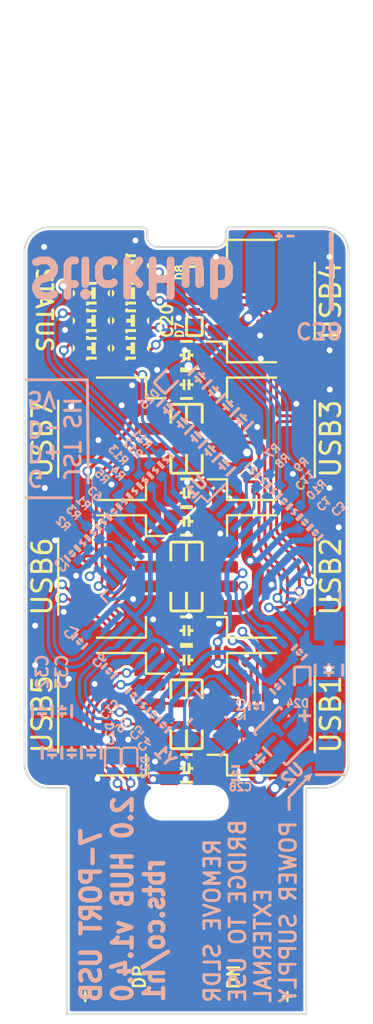
<source format=kicad_pcb>
(kicad_pcb (version 20210623) (generator pcbnew)
  (layers (0 "F.Cu" signal) (31 "B.Cu" signal) (34 "B.Paste" user) (35 "F.Paste" user) (36 "B.SilkS" user "B.Silkscreen") (37 "F.SilkS" user "F.Silkscreen") (38 "B.Mask" user) (39 "F.Mask" user) (44 "Edge.Cuts" user))
  (net 0 "")
  (net 1 "GND")
  (net 2 "+5V")
  (net 3 "Net-(C2-Pad1)")
  (net 4 "+3V3")
  (net 5 "+1V8")
  (net 6 "Net-(R3-Pad2)")
  (net 7 "Net-(R4-Pad2)")
  (net 8 "Net-(R5-Pad2)")
  (net 9 "Net-(R6-Pad1)")
  (net 12 "Net-(D15-PadGA)")
  (net 13 "Net-(D16-PadGA)")
  (net 14 "Net-(D17-PadGA)")
  (net 15 "Net-(D18-PadGA)")
  (net 16 "Net-(D19-PadGA)")
  (net 17 "Net-(D20-PadGA)")
  (net 18 "Net-(D21-PadGA)")
  (net 19 "/U1D-")
  (net 20 "/U1D+")
  (net 21 "/U2D-")
  (net 22 "/U2D+")
  (net 23 "/U3D-")
  (net 24 "/U3D+")
  (net 25 "/U4D-")
  (net 26 "/U4D+")
  (net 27 "/U5D-")
  (net 28 "/U5D+")
  (net 29 "/U6D-")
  (net 30 "/U6D+")
  (net 31 "/U7D-")
  (net 32 "/U7D+")
  (net 33 "/LED1")
  (net 34 "/D-")
  (net 35 "/D+")
  (net 36 "/LED2")
  (net 37 "/LED3")
  (net 38 "/LED4")
  (net 39 "/LED5")
  (net 40 "/LED6")
  (net 41 "/LED7")
  (net 42 "/LC")
  (net 43 "/XO")
  (net 44 "/XI")
  (net 45 "VIN")
  (net 46 "Net-(C28-Pad1)")
  (net 47 "Net-(J1-Pad1)")
  (footprint "Diode_SMD:1006_C" (layer "F.Cu") (at 150.4 96.75 -90)
    (fp_text reference "D4" hide)
    (fp_text value "TVS")
  )
  (footprint "Connector_JST:JST_SH_SM04B-SRSS-TB_1x04-1MP_P1.00mm_Horizontal" (layer "F.Cu") (at 146.15 97.75 -90)
    (fp_text reference "J7" hide)
    (fp_text value "USB6")
  )
  (footprint "Connector_JST:JST_SH_SM04B-SRSS-TB_1x04-1MP_P1.00mm_Horizontal" (layer "F.Cu") (at 146.15 90.75 -90)
    (fp_text reference "J8" hide)
    (fp_text value "USB7")
  )
  (footprint "Diode_SMD:1006_C" (layer "F.Cu") (at 149.6 105.75 90)
    (fp_text reference "D10" hide)
    (fp_text value "TVS")
  )
  (footprint "Capacitor_SMD:2012_C" (layer "F.Cu") (at 150 93.5 180)
    (fp_text reference "C18" hide)
    (fp_text value "0.1uF 100V")
  )
  (footprint "Capacitor_SMD:2012_C" (layer "F.Cu") (at 150 100.5 180)
    (fp_text reference "C16" hide)
    (fp_text value "0.1uF 100V")
  )
  (footprint "LED_SMD:Duo_LED_1.6x0.8_Kingbright_APHB1608LZGKSURKC" (layer "F.Cu") (at 147.152792 86.15)
    (fp_text reference "D15" hide)
    (fp_text value "USB")
  )
  (footprint "Capacitor_SMD:2012_C" (layer "F.Cu") (at 150 107.5 180)
    (fp_text reference "C14" hide)
    (fp_text value "0.1uF 100V")
  )
  (footprint "Diode_SMD:1006_C" (layer "F.Cu") (at 150.4 82.75 -90)
    (fp_text reference "D8")
    (fp_text value "TVS")
  )
  (footprint "Diode_SMD:1006_C" (layer "F.Cu") (at 149.6 103.75 -90)
    (fp_text reference "D9" hide)
    (fp_text value "TVS")
  )
  (footprint "LED_SMD:Duo_LED_1.6x0.8_Kingbright_APHB1608LZGKSURKC" (layer "F.Cu") (at 147.152792 84.75)
    (fp_text reference "D16" hide)
    (fp_text value "USB")
  )
  (footprint "Diode_SMD:1006_C" (layer "F.Cu") (at 150.4 105.75 90)
    (fp_text reference "D1" hide)
    (fp_text value "TVS")
  )
  (footprint "Diode_SMD:1006_C" (layer "F.Cu") (at 150.4 91.75 90)
    (fp_text reference "D5" hide)
    (fp_text value "TVS")
  )
  (footprint "Diode_SMD:1006_C" (layer "F.Cu") (at 150.4 98.75 90)
    (fp_text reference "D3" hide)
    (fp_text value "TVS")
  )
  (footprint "Capacitor_SMD:2012_C" (layer "F.Cu") (at 150 102)
    (fp_text reference "C15" hide)
    (fp_text value "0.1uF 100V")
  )
  (footprint "Connector_JST:JST_SH_SM04B-SRSS-TB_1x04-1MP_P1.00mm_Horizontal" (layer "F.Cu") (at 153.85 104.75 90)
    (fp_text reference "J2" hide)
    (fp_text value "USB1")
  )
  (footprint "LED_SMD:Duo_LED_1.6x0.8_Kingbright_APHB1608LZGKSURKC" (layer "F.Cu") (at 145.152792 86.15)
    (fp_text reference "D19" hide)
    (fp_text value "USB")
  )
  (footprint "Connector_JST:JST_SH_SM04B-SRSS-TB_1x04-1MP_P1.00mm_Horizontal" (layer "F.Cu") (at 153.85 83.75 90)
    (fp_text reference "J5" hide)
    (fp_text value "USB4")
  )
  (footprint "Capacitor_SMD:2012_C" (layer "F.Cu") (at 150 86.5 180)
    (fp_text reference "C20")
    (fp_text value "0.1uF 100V")
  )
  (footprint "LED_SMD:Duo_LED_1.6x0.8_Kingbright_APHB1608LZGKSURKC" (layer "F.Cu") (at 145.152792 84.75)
    (fp_text reference "D20" hide)
    (fp_text value "USB")
  )
  (footprint "Diode_SMD:1006_C" (layer "F.Cu") (at 150.4 89.75 -90)
    (fp_text reference "D6" hide)
    (fp_text value "TVS")
  )
  (footprint "Connector_USB:USB_A_PCB_traces_small" (layer "F.Cu") (at 150 120 90)
    (fp_text reference "J1" hide)
    (fp_text value "HOST" hide)
  )
  (footprint "Capacitor_SMD:2012_C" (layer "F.Cu") (at 150 94.95)
    (fp_text reference "C17" hide)
    (fp_text value "0.1uF 100V")
  )
  (footprint "Diode_SMD:1006_C" (layer "F.Cu") (at 150.4 84.75 90)
    (fp_text reference "D7")
    (fp_text value "TVS")
  )
  (footprint "Diode_SMD:1006_C" (layer "F.Cu") (at 149.6 91.75 90)
    (fp_text reference "D14" hide)
    (fp_text value "TVS")
  )
  (footprint "LED_SMD:Duo_LED_1.6x0.8_Kingbright_APHB1608LZGKSURKC" (layer "F.Cu") (at 145.152792 83.35)
    (fp_text reference "D21" hide)
    (fp_text value "USB")
  )
  (footprint "Connector_JST:JST_SH_SM04B-SRSS-TB_1x04-1MP_P1.00mm_Horizontal" (layer "F.Cu") (at 153.85 90.75 90)
    (fp_text reference "J4" hide)
    (fp_text value "USB3")
  )
  (footprint "Diode_SMD:1006_C" (layer "F.Cu") (at 149.6 96.75 -90)
    (fp_text reference "D11" hide)
    (fp_text value "TVS")
  )
  (footprint "Connector_JST:JST_SH_SM04B-SRSS-TB_1x04-1MP_P1.00mm_Horizontal" (layer "F.Cu") (at 146.15 104.75 -90)
    (fp_text reference "J6" hide)
    (fp_text value "USB5")
  )
  (footprint "Capacitor_SMD:2012_C" (layer "F.Cu") (at 150 88)
    (fp_text reference "C19" hide)
    (fp_text value "0.1uF 100V")
  )
  (footprint "LED_SMD:Duo_LED_1.6x0.8_Kingbright_APHB1608LZGKSURKC" (layer "F.Cu") (at 147.152792 83.35)
    (fp_text reference "D17" hide)
    (fp_text value "USB")
  )
  (footprint "LED_SMD:Duo_LED_1.6x0.8_Kingbright_APHB1608LZGKSURKC" (layer "F.Cu") (at 147.152792 81.95)
    (fp_text reference "D18" hide)
    (fp_text value "USB")
  )
  (footprint "Diode_SMD:1006_C" (layer "F.Cu") (at 150.4 103.75 -90)
    (fp_text reference "D2" hide)
    (fp_text value "TVS")
  )
  (footprint "Diode_SMD:1006_C" (layer "F.Cu") (at 149.6 98.75 90)
    (fp_text reference "D12" hide)
    (fp_text value "TVS")
  )
  (footprint "MountingHole:Plain_Hole_3mm" (layer "F.Cu") (at 150 109.25)
    (fp_text reference "H1")
    (fp_text value "Strap")
  )
  (footprint "Connector_JST:JST_SH_SM04B-SRSS-TB_1x04-1MP_P1.00mm_Horizontal" (layer "F.Cu") (at 153.85 97.75 90)
    (fp_text reference "J3" hide)
    (fp_text value "USB2")
  )
  (footprint "Diode_SMD:1006_C" (layer "F.Cu") (at 149.6 89.75 -90)
    (fp_text reference "D13" hide)
    (fp_text value "TVS")
  )
  (footprint "Capacitor_SMD:1608_C" (layer "B.Cu") (at 151.392893 88.342893 45)
    (fp_text reference "C36" hide)
    (fp_text value "22uF 10V")
  )
  (footprint "Resistor_SMD:1005_C" (layer "B.Cu") (at 153.37132 92.343146 -135)
    (fp_text reference "R7")
    (fp_text value "470")
  )
  (footprint "Capacitor_SMD:1608_C" (layer "B.Cu") (at 142.65 104.6 90)
    (fp_text reference "C32")
    (fp_text value "22uF 10V")
  )
  (footprint "Diode_SMD:1006_C" (layer "B.Cu") (at 146.25 107.2 -90)
    (fp_text reference "D23")
    (fp_text value "TVS")
  )
  (footprint "Capacitor_SMD:1608_C" (layer "B.Cu") (at 150.685786 87.635786 45)
    (fp_text reference "C37" hide)
    (fp_text value "22uF 10V")
  )
  (footprint "Capacitor_SMD:1005_C" (layer "B.Cu") (at 154.96231 93.934136 45)
    (fp_text reference "C11")
    (fp_text value "0.1uF")
  )
  (footprint "Resistor_SMD:1005_C" (layer "B.Cu") (at 147.891242 92.873476 -45)
    (fp_text reference "R13")
    (fp_text value "470")
  )
  (footprint "Package_DFN_QFN:TDFN-8_1.5x2mm_Fused-Lead_JEDEC_MO-252_W2015D" (layer "B.Cu") (at 154.9 105.85 -135)
    (fp_text reference "U2")
    (fp_text value "Dialog_SLG5NT1487V")
  )
  (footprint "SH_Solder_Pads:1P-1.5x1.5" (layer "B.Cu") (at 157.25 100.25)
    (fp_text reference "J9" hide)
    (fp_text value "EXTGND" hide)
  )
  (footprint "Resistor_SMD:1005_C" (layer "B.Cu") (at 147.360912 93.403806 -45)
    (fp_text reference "R4")
    (fp_text value "100k")
  )
  (footprint "Capacitor_SMD:1005_C" (layer "B.Cu") (at 155.75 101.6 45)
    (fp_text reference "C8" hide)
    (fp_text value "0.1uF")
  )
  (footprint "Resistor_SMD:1005_C" (layer "B.Cu") (at 148.951902 91.812816 -45)
    (fp_text reference "R11")
    (fp_text value "470")
  )
  (footprint "Capacitor_SMD:1005_C" (layer "B.Cu") (at 146.05 102.55 -135)
    (fp_text reference "C6")
    (fp_text value "0.1uF")
  )
  (footprint "Capacitor_SMD:1005_C" (layer "B.Cu") (at 144.178932 96.585787 135)
    (fp_text reference "C2")
    (fp_text value "0.1uF")
  )
  (footprint "Resistor_SMD:1005_C" (layer "B.Cu") (at 147.8 104.3 -135)
    (fp_text reference "R6")
    (fp_text value "2.7k")
  )
  (footprint "Capacitor_SMD:1005_C" (layer "B.Cu") (at 148.8 105.3 -135)
    (fp_text reference "C4")
    (fp_text value "10uF 6.3V")
  )
  (footprint "Diode_SMD:1006_C" (layer "B.Cu") (at 155.9 103.1 -90)
    (fp_text reference "D24")
    (fp_text value "5V")
  )
  (footprint "Symbol:Creative_Commons_BY_Mask" (layer "B.Cu") (at 146.75 86.25)
    (fp_text reference "LOGO2" hide)
    (fp_text value "Logo" hide)
  )
  (footprint "Diode_SMD:1006_C" (layer "B.Cu") (at 149.15 87.65 45)
    (fp_text reference "D25")
    (fp_text value "5V")
  )
  (footprint "Resistor_SMD:1005_C" (layer "B.Cu") (at 155.49264 94.464466 -135)
    (fp_text reference "R10")
    (fp_text value "470")
  )
  (footprint "Resistor_SMD:1005_C" (layer "B.Cu") (at 144.709262 96.055456 135)
    (fp_text reference "R2")
    (fp_text value "100k")
  )
  (footprint "Resistor_SMD:1005_C" (layer "B.Cu") (at 153.90165 92.873476 -135)
    (fp_text reference "R8")
    (fp_text value "470")
  )
  (footprint "Capacitor_SMD:1005_C" (layer "B.Cu") (at 152.5 107.75 180)
    (fp_text reference "C28")
    (fp_text value "15nF")
  )
  (footprint "Capacitor_SMD:1005_C" (layer "B.Cu") (at 156.5533 95.525126 45)
    (fp_text reference "C3")
    (fp_text value "10uF 6.3V")
  )
  (footprint "Capacitor_SMD:1005_C" (layer "B.Cu") (at 148.3 104.8 -135)
    (fp_text reference "C5")
    (fp_text value "0.1uF")
  )
  (footprint "Capacitor_SMD:1608_C" (layer "B.Cu") (at 153.75 107 135)
    (fp_text reference "C22" hide)
    (fp_text value "22uF 10V")
  )
  (footprint "Capacitor_SMD:1608_C" (layer "B.Cu") (at 151.2 91.35 -135)
    (fp_text reference "C26" hide)
    (fp_text value "22uF 10V")
  )
  (footprint "Symbol:Creative_Commons_CC_Mask" (layer "B.Cu") (at 145.25 86.25 180)
    (fp_text reference "LOGO1" hide)
    (fp_text value "Logo" hide)
  )
  (footprint "Symbol:Creative_Commons_NC_Mask" (layer "B.Cu") (at 145.25 84.75)
    (fp_text reference "LOGO3" hide)
    (fp_text value "Logo" hide)
  )
  (footprint "Symbol:Creative_Commons_SA_Mask" (layer "B.Cu") (at 146.75 84.75)
    (fp_text reference "LOGO4" hide)
    (fp_text value "Logo" hide)
  )
  (footprint "Capacitor_SMD:1608_C" (layer "B.Cu") (at 150.492893 90.642893 -135)
    (fp_text reference "C25" hide)
    (fp_text value "22uF 10V")
  )
  (footprint "Crystal:Crystal_4-SMD_2.5x2mm" (layer "B.Cu") (at 150.997487 105.927135 -135)
    (fp_text reference "Y1")
    (fp_text value "12MHz 50ppm 16-20pF" hide)
  )
  (footprint "Capacitor_SMD:1608_C" (layer "B.Cu") (at 152.807107 89.757107 45)
    (fp_text reference "C34" hide)
    (fp_text value "22uF 10V")
  )
  (footprint "Capacitor_SMD:1608_C" (layer "B.Cu") (at 144.15 106.7 -90)
    (fp_text reference "C29" hide)
    (fp_text value "22uF 10V")
  )
  (footprint "Resistor_SMD:1005_C" (layer "B.Cu") (at 148.421572 92.343146 -45)
    (fp_text reference "R12")
    (fp_text value "470")
  )
  (footprint "Diode_SMD:1006_C" (layer "B.Cu") (at 147.1 107.2 -90)
    (fp_text reference "D22")
    (fp_text value "TVS")
  )
  (footprint "Package_QFP:LQFP-48_7x7mm_P0.5mm" (layer "B.Cu") (at 150.75 98.75 -135)
    (fp_text reference "U1")
    (fp_text value "MaxLinear_XR22417-48")
  )
  (footprint "SH_Solder_Pads:JP-2_1.5x1.5" (layer "B.Cu") (at 157.25 105.9 90)
    (fp_text reference "JP1" hide)
    (fp_text value "EXTPWR")
  )
  (footprint "Resistor_SMD:1005_C" (layer "B.Cu") (at 145.769922 94.994796 -45)
    (fp_text reference "R1")
    (fp_text value "10k")
  )
  (footprint "Resistor_SMD:1005_C" (layer "B.Cu") (at 154.43198 93.403806 -135)
    (fp_text reference "R9")
    (fp_text value "470")
  )
  (footprint "Capacitor_SMD:1608_C" (layer "B.Cu") (at 149.785785 89.935786 -135)
    (fp_text reference "C24" hide)
    (fp_text value "22uF 10V")
  )
  (footprint "Capacitor_SMD:1608_C" (layer "B.Cu") (at 152.1 89.05 45)
    (fp_text reference "C35" hide)
    (fp_text value "22uF 10V")
  )
  (footprint "Capacitor_SMD:CP_Elec_6.3x11_Board_Edge_Mirrored" (layer "B.Cu") (at 155 80 180)
    (fp_text reference "C38")
    (fp_text value "330uF 10V")
  )
  (footprint "Capacitor_SMD:1005_C" (layer "B.Cu") (at 144.562816 101.048097 -135)
    (fp_text reference "C7")
    (fp_text value "0.1uF")
  )
  (footprint "Capacitor_SMD:1005_C" (layer "B.Cu") (at 156.02297 94.994796 45)
    (fp_text reference "C1")
    (fp_text value "1uF 10V")
  )
  (footprint "Capacitor_SMD:1005_C" (layer "B.Cu") (at 146.300252 94.464466 135)
    (fp_text reference "C9")
    (fp_text value "0.1uF")
  )
  (footprint "Capacitor_SMD:1005_C" (layer "B.Cu") (at 147.3 103.8 -135)
    (fp_text reference "C13")
    (fp_text value "0.1uF")
  )
  (footprint "Capacitor_SMD:1005_C" (layer "B.Cu") (at 154.639086 103.346194 -45)
    (fp_text reference "C10" hide)
    (fp_text value "0.1uF")
  )
  (footprint "Capacitor_SMD:1608_C" (layer "B.Cu") (at 143.15 106.7 -90)
    (fp_text reference "C31" hide)
    (fp_text value "22uF 10V")
  )
  (footprint "Capacitor_SMD:1005_C" (layer "B.Cu") (at 153.55 104.35 -90)
    (fp_text reference "C12")
    (fp_text value "0.1uF")
  )
  (footprint "Resistor_SMD:1005_C" (layer "B.Cu") (at 146.830582 93.934136 -45)
    (fp_text reference "R5")
    (fp_text value "100k")
  )
  (footprint "Capacitor_SMD:1608_C" (layer "B.Cu") (at 143.65 104.6 90)
    (fp_text reference "C33")
    (fp_text value "22uF 10V")
  )
  (footprint "Capacitor_SMD:1608_C" (layer "B.Cu") (at 145.15 106.7 -90)
    (fp_text reference "C30" hide)
    (fp_text value "22uF 10V")
  )
  (footprint "Resistor_SMD:1005_C" (layer "B.Cu") (at 145.239592 95.525126 -45)
    (fp_text reference "R3")
    (fp_text value "100k")
  )
  (footprint "Capacitor_SMD:1608_C" (layer "B.Cu") (at 151.907106 92.057107 -135)
    (fp_text reference "C27" hide)
    (fp_text value "22uF 10V")
  )
  (footprint "Capacitor_SMD:1608_C" (layer "B.Cu") (at 149.078679 89.22868 -135)
    (fp_text reference "C23" hide)
    (fp_text value "22uF 10V")
  )
  (footprint "Capacitor_SMD:2012_C" (layer "B.Cu") (at 157.25 102.5 90)
    (fp_text reference "C21" hide)
    (fp_text value "0.1uF 100V")
  )
  (gr_line (start 144.95 87.75) (end 145 93) (layer "B.SilkS") (width 0.15))
  (gr_line (start 141.875 87.75) (end 144.95 87.75) (layer "B.SilkS") (width 0.15))
  (gr_line (start 144.15 93.75) (end 141.875 93.75) (layer "B.SilkS") (width 0.15))
  (gr_poly (pts (xy 156.25 108.2) (xy 156.15 108.1) (xy 155.3 109) (xy 155.3 109.65) (xy 155.15 109.65) (xy 155.15 108.95) (xy 156.05 108) (xy 155.95 107.9) (xy 156.4 107.75)) (layer "B.SilkS") (width 0) (fill solid))
  (gr_poly (pts (xy 157.9 99.05) (xy 157.75 99.05) (xy 157.75 98.45) (xy 157.9 98.45)) (layer "B.SilkS") (width 0) (fill solid))
  (gr_poly (pts (xy 156.1 104.75) (xy 156.35 104.75) (xy 156.35 104.9) (xy 156.1 104.9) (xy 156.1 105.15) (xy 155.95 105.15) (xy 155.95 104.9) (xy 155.7 104.9) (xy 155.7 104.75) (xy 155.95 104.75) (xy 155.95 104.5) (xy 156.1 104.5)) (layer "B.SilkS") (width 0) (fill solid))
  (gr_line (start 152.25 80) (end 157 80) (layer "Edge.Cuts") (width 0.1))
  (gr_line (start 148.5 81) (end 151.5 81) (layer "Edge.Cuts") (width 0.1))
  (gr_line (start 157 108.5) (end 156.1 108.5) (layer "Edge.Cuts") (width 0.1))
  (gr_line (start 141.75 107.25) (end 141.75 81.25) (layer "Edge.Cuts") (width 0.1))
  (gr_line (start 156.1 120) (end 156.1 108.5) (layer "Edge.Cuts") (width 0.1))
  (gr_line (start 148 80.25) (end 148 80.5) (layer "Edge.Cuts") (width 0.1))
  (gr_arc (start 152.25 80.25) (end 152.25 80) (angle -90) (layer "Edge.Cuts") (width 0.1))
  (gr_line (start 143.9 120) (end 143.9 108.5) (layer "Edge.Cuts") (width 0.1))
  (gr_arc (start 143 81.25) (end 143 80) (angle -90) (layer "Edge.Cuts") (width 0.1))
  (gr_arc (start 147.75 80.25) (end 148 80.25) (angle -90) (layer "Edge.Cuts") (width 0.1))
  (gr_arc (start 143 107.25) (end 141.75 107.25) (angle -90) (layer "Edge.Cuts") (width 0.1))
  (gr_line (start 143.9 120) (end 156.1 120) (layer "Edge.Cuts") (width 0.1))
  (gr_line (start 158.25 81.25) (end 158.25 107.25) (layer "Edge.Cuts") (width 0.1))
  (gr_line (start 143 80) (end 147.75 80) (layer "Edge.Cuts") (width 0.1))
  (gr_arc (start 157 107.25) (end 157 108.5) (angle -90) (layer "Edge.Cuts") (width 0.1))
  (gr_arc (start 157 81.25) (end 158.25 81.25) (angle -90) (layer "Edge.Cuts") (width 0.1))
  (gr_arc (start 148.5 80.5) (end 148 80.5) (angle -90) (layer "Edge.Cuts") (width 0.1))
  (gr_line (start 143.9 108.5) (end 143 108.5) (layer "Edge.Cuts") (width 0.1))
  (gr_arc (start 151.5 80.5) (end 151.5 81) (angle -90) (layer "Edge.Cuts") (width 0.1))
  (gr_line (start 152 80.5) (end 152 80.25) (layer "Edge.Cuts") (width 0.1))
  (gr_text "G" (at 141.8 92.75 180) (layer "B.SilkS") (effects (font (size 0.8 0.8)) (justify left mirror)))
  (gr_text "D-" (at 141.8 90.25 180) (layer "B.SilkS") (effects (font (size 0.8 0.8)) (justify left mirror)))
  (gr_text "JST SH" (at 144.15 90.75 270) (layer "B.SilkS") (effects (font (size 0.8 0.8)) (justify mirror)))
  (gr_text "StickHub" (at 147.25 82.5 180) (layer "B.SilkS") (effects (font (size 1.8 1.6) (thickness 0.4)) (justify mirror)))
  (gr_text "D+" (at 141.8 91.5 180) (layer "B.SilkS") (effects (font (size 0.8 0.8)) (justify left mirror)))
  (gr_text "5V" (at 141.8 88.75 180) (layer "B.SilkS") (effects (font (size 0.8 0.8)) (justify left mirror)))
  (gr_text "REMOVE SLDR\nBRIDGE TO USE\nEXTERNAL\nPOWER SUPPLY" (at 153.25 119.5 90) (layer "B.SilkS") (effects (font (size 0.8 0.8)) (justify right mirror)))
  (gr_text "7-PORT USB\n2.0 HUB v1.4.0\nrbts.co/h1" (at 146.75 119.5 90) (layer "B.SilkS") (effects (font (size 1 0.9) (thickness 0.225)) (justify right mirror)))
  (gr_text "STATUS" (at 142.75 84.2 270) (layer "F.SilkS") (effects (font (size 0.8 0.8))))
  (segment (start 143.69 85.34) (end 143.81 85.22) (width 0.15) (layer "F.Cu") (net 1))
  (segment (start 145.46 108.03) (end 144.755 108.03) (width 0.6) (layer "F.Cu") (net 1))
  (segment (start 149.5 89.265) (end 150.5 89.265) (width 0.25) (layer "F.Cu") (net 1))
  (segment (start 155.875 94.95) (end 157.45 94.95) (width 0.4) (layer "F.Cu") (net 1))
  (segment (start 155.875 93.55) (end 156.175 93.25) (width 0.4) (layer "F.Cu") (net 1))
  (segment (start 153.78 86.68) (end 153.78 85.53) (width 0.15) (layer "F.Cu") (net 1))
  (segment (start 150.5 92.235) (end 150.03 92.705) (width 0.4) (layer "F.Cu") (net 1))
  (segment (start 142.25 85.34) (end 143.69 85.34) (width 0.15) (layer "F.Cu") (net 1))
  (segment (start 155.875 100.55) (end 155.27 99.945) (width 0.4) (layer "F.Cu") (net 1))
  (segment (start 151.85 95.7) (end 151.72 95.57) (width 0.25) (layer "F.Cu") (net 1))
  (segment (start 143.041636 100.25) (end 142.29 100.25) (width 0.4) (layer "F.Cu") (net 1))
  (segment (start 144.125 87.95) (end 142.45 87.95) (width 0.4) (layer "F.Cu") (net 1))
  (segment (start 150.825 88) (end 150.825 88.075) (width 0.5) (layer "F.Cu") (net 1))
  (segment (start 148.3 92.55) (end 148 92.25) (width 0.4) (layer "F.Cu") (net 1))
  (segment (start 143.31 96.64) (end 143.31 95.91) (width 0.15) (layer "F.Cu") (net 1))
  (segment (start 152 82.25) (end 154.575 82.25) (width 0.15) (layer "F.Cu") (net 1))
  (segment (start 150.5 92.235) (end 149.5 92.235) (width 0.25) (layer "F.Cu") (net 1))
  (segment (start 148.5 87.638006) (end 148.5 87.25) (width 0.4) (layer "F.Cu") (net 1))
  (segment (start 156.175 93.25) (end 157.28 93.25) (width 0.4) (layer "F.Cu") (net 1))
  (segment (start 150.5 89.265) (end 151.985 89.265) (width 0.25) (layer "F.Cu") (net 1))
  (segment (start 149.94999 84.653056) (end 149.86999 84.573056) (width 0.15) (layer "F.Cu") (net 1))
  (segment (start 148 99.25) (end 149.616884 99.25) (width 0.4) (layer "F.Cu") (net 1))
  (segment (start 148 106.25) (end 147.24 106.25) (width 0.25) (layer "F.Cu") (net 1))
  (segment (start 149.5 92.235) (end 148.015 92.235) (width 0.25) (layer "F.Cu") (net 1))
  (segment (start 142.25 85.34) (end 142.25 81.5) (width 0.4) (layer "F.Cu") (net 1))
  (segment (start 144.755 108.03) (end 144.275 107.55) (width 0.6) (layer "F.Cu") (net 1))
  (segment (start 147.24 106.25) (end 147.03 106.04) (width 0.25) (layer "F.Cu") (net 1))
  (segment (start 150.195 95.58) (end 150.825 94.95) (width 0.5) (layer "F.Cu") (net 1))
  (segment (start 149.86999 82.926944) (end 149.94999 82.846944) (width 0.15) (layer "F.Cu") (net 1))
  (segment (start 152 89.25) (end 152.420453 89.25) (width 0.4) (layer "F.Cu") (net 1))
  (segment (start 152 103.25) (end 150.515 103.25) (width 0.4) (layer "F.Cu") (net 1))
  (segment (start 150.5 96.265) (end 150.5 96.02) (width 0.4) (layer "F.Cu") (net 1))
  (segment (start 147.300003 88.100003) (end 148.038003 88.100003) (width 0.4) (layer "F.Cu") (net 1))
  (segment (start 148.015 106.235) (end 148 106.25) (width 0.4) (layer "F.Cu") (net 1))
  (segment (start 144 102.95) (end 142.99 102.95) (width 0.4) (layer "F.Cu") (net 1))
  (segment (start 143.31 95.765) (end 144.125 94.95) (width 0.25) (layer "F.Cu") (net 1))
  (segment (start 148.038003 88.100003) (end 148.5 87.638006) (width 0.4) (layer "F.Cu") (net 1))
  (segment (start 150.5 82.265) (end 151.985 82.265) (width 0.15) (layer "F.Cu") (net 1))
  (segment (start 145.32 103.21) (end 144.26 103.21) (width 0.4) (layer "F.Cu") (net 1))
  (segment (start 155.875 100.55) (end 156.57 100.55) (width 0.25) (layer "F.Cu") (net 1))
  (segment (start 144.125 89.115) (end 144.12 89.11) (width 0.25) (layer "F.Cu") (net 1))
  (segment (start 150.5 103.265) (end 150.57 103.195) (width 0.4) (layer "F.Cu") (net 1))
  (segment (start 146.938761 92.25) (end 146.180031 93.00873) (width 0.25) (layer "F.Cu") (net 1))
  (segment (start 149.616884 99.25) (end 150.124571 99.757687) (width 0.4) (layer "F.Cu") (net 1))
  (segment (start 144.125 89.105) (end 144.12 89.11) (width 0.4) (layer "F.Cu") (net 1))
  (segment (start 144.125 94.95) (end 144.125 93.55) (width 0.25) (layer "F.Cu") (net 1))
  (segment (start 149.86999 84.573056) (end 149.86999 84.026944) (width 0.15) (layer "F.Cu") (net 1))
  (segment (start 142.45 87.95) (end 142.25 87.75) (width 0.4) (layer "F.Cu") (net 1))
  (segment (start 148 99.25) (end 147.63 99.25) (width 0.25) (layer "F.Cu") (net 1))
  (segment (start 150.03 92.705) (end 150.03 92.96) (width 0.4) (layer "F.Cu") (net 1))
  (segment (start 143.31 95.91) (end 143.31 95.765) (width 0.25) (layer "F.Cu") (net 1))
  (segment (start 157 87.95) (end 157.3 88.25) (width 0.4) (layer "F.Cu") (net 1))
  (segment (start 149.86999 84.026944) (end 149.85 84.006954) (width 0.15) (layer "F.Cu") (net 1))
  (segment (start 145.75 114.71) (end 145.75 108.5) (width 0.6) (layer "F.Cu") (net 1))
  (segment (start 144.125 107.55) (end 144.8 107.55) (width 0.4) (layer "F.Cu") (net 1))
  (segment (start 144.125 107.55) (end 144.98 107.55) (width 0.15) (layer "F.Cu") (net 1))
  (segment (start 145.75 108.32) (end 145.46 108.03) (width 0.6) (layer "F.Cu") (net 1))
  (segment (start 151.985 82.265) (end 152 82.25) (width 0.15) (layer "F.Cu") (net 1))
  (segment (start 144.125 87.95) (end 147.15 87.95) (width 0.15) (layer "F.Cu") (net 1))
  (segment (start 144.98 107.55) (end 145.46 108.03) (width 0.15) (layer "F.Cu") (net 1))
  (segment (start 154.575 82.25) (end 155.875 80.95) (width 0.15) (layer "F.Cu") (net 1))
  (segment (start 151.985 103.265) (end 152 103.25) (width 0.4) (layer "F.Cu") (net 1))
  (segment (start 156.57 100.55) (end 157.8 99.32) (width 0.25) (layer "F.Cu") (net 1))
  (segment (start 149.94999 82.81501) (end 150.5 82.265) (width 0.15) (layer "F.Cu") (net 1))
  (segment (start 155.725 101.95) (end 156.75 101.95) (width 0.25) (layer "F.Cu") (net 1))
  (segment (start 150.515 103.25) (end 150.5 103.265) (width 0.4) (layer "F.Cu") (net 1))
  (segment (start 150.5 96.02) (end 150.06 95.58) (width 0.4) (layer "F.Cu") (net 1))
  (segment (start 157.8 99.32) (end 157.8 96.875) (width 0.25) (layer "F.Cu") (net 1))
  (segment (start 146.19 115.15) (end 145.75 114.71) (width 0.6) (layer "F.Cu") (net 1))
  (segment (start 149.911324 85.823676) (end 149.911324 86.248711) (width 0.4) (layer "F.Cu") (net 1))
  (segment (start 142.25 87.75) (end 142.25 85.34) (width 0.4) (layer "F.Cu") (net 1))
  (segment (start 149.86999 83.473056) (end 149.86999 82.926944) (width 0.15) (layer "F.Cu") (net 1))
  (segment (start 149.5 89.265) (end 149.5 89.18) (width 0.4) (layer "F.Cu") (net 1))
  (segment (start 142.99 102.95) (end 142.29 102.25) (width 0.4) (layer "F.Cu") (net 1))
  (segment (start 149.5 106.235) (end 148.015 106.235) (width 0.4) (layer "F.Cu") (net 1))
  (segment (start 156.73 80.95) (end 157.28 81.5) (width 0.4) (layer "F.Cu") (net 1))
  (segment (start 144.38 97.71) (end 143.31 96.64) (width 0.15) (layer "F.Cu") (net 1))
  (segment (start 153.78 85.53) (end 153.75 85.5) (width 0.15) (layer "F.Cu") (net 1))
  (segment (start 155.59501 88.22999) (end 155.59501 88.97) (width 0.15) (layer "F.Cu") (net 1))
  (segment (start 144.26 103.21) (end 144 102.95) (width 0.4) (layer "F.Cu") (net 1))
  (segment (start 149.85 83.493046) (end 149.86999 83.473056) (width 0.15) (layer "F.Cu") (net 1))
  (segment (start 144.125 93.55) (end 144.125 89.115) (width 0.25) (layer "F.Cu") (net 1))
  (segment (start 157.8 96.875) (end 155.875 94.95) (width 0.25) (layer "F.Cu") (net 1))
  (segment (start 144.8 107.55) (end 145.65 108.4) (width 0.4) (layer "F.Cu") (net 1))
  (segment (start 144.125 93.55) (end 143.08 93.55) (width 0.4) (layer "F.Cu") (net 1))
  (segment (start 150.825 88.075) (end 149.6 89.3) (width 0.5) (layer "F.Cu") (net 1))
  (segment (start 155.875 86.55) (end 155.875 87.95) (width 0.25) (layer "F.Cu") (net 1))
  (segment (start 151.5 81.5) (end 151.83 81.5) (width 0.4) (layer "F.Cu") (net 1))
  (segment (start 144.12 89.11) (end 144.12 89.43) (width 0.15) (layer "F.Cu") (net 1))
  (segment (start 148.015 92.235) (end 148 92.25) (width 0.25) (layer "F.Cu") (net 1))
  (segment (start 150.19 85.2) (end 149.6 84.61) (width 0.15) (layer "F.Cu") (net 1))
  (segment (start 149.5 96.25) (end 150.485 96.25) (width 0.15) (layer "F.Cu") (net 1))
  (segment (start 151.85 88.75) (end 151.6 88.5) (width 0.15) (layer "F.Cu") (net 1))
  (segment (start 155.875 93.55) (end 155.875 94.95) (width 0.25) (layer "F.Cu") (net 1))
  (segment (start 151.83 81.5) (end 152.38 80.95) (width 0.4) (layer "F.Cu") (net 1))
  (segment (start 144.125 87.95) (end 144.125 89.105) (width 0.4) (layer "F.Cu") (net 1))
  (segment (start 156.75 101.95) (end 157.25 102.45) (width 0.25) (layer "F.Cu") (net 1))
  (segment (start 150.5 85.235) (end 149.94999 84.68499) (width 0.15) (layer "F.Cu") (net 1))
  (segment (start 155.414117 93.089117) (end 155.414117 92.535883) (width 0.4) (layer "F.Cu") (net 1))
  (segment (start 145.75 108.5) (end 145.75 108.32) (width 0.6) (layer "F.Cu") (net 1))
  (segment (start 143.08 93.55) (end 142.78 93.25) (width 0.4) (layer "F.Cu") (net 1))
  (segment (start 149.94999 82.846944) (end 149.94999 82.81501) (width 0.15) (layer "F.Cu") (net 1))
  (segment (start 148 92.25) (end 146.938761 92.25) (width 0.15) (layer "F.Cu") (net 1))
  (segment (start 155.875 80.95) (end 152.38 80.95) (width 0.4) (layer "F.Cu") (net 1))
  (segment (start 155.875 93.55) (end 155.414117 93.089117) (width 0.4) (layer "F.Cu") (net 1))
  (segment (start 149.5 103.265) (end 150.5 103.265) (width 0.4) (layer "F.Cu") (net 1))
  (segment (start 155.875 100.55) (end 155.875 101.95) (width 0.25) (layer "F.Cu") (net 1))
  (segment (start 147.23 88.03) (end 147.300003 88.100003) (width 0.4) (layer "F.Cu") (net 1))
  (segment (start 149.175 107.5) (end 148.75 107.5) (width 0.4) (layer "F.Cu") (net 1))
  (segment (start 155.875 80.95) (end 155.875 86.55) (width 0.25) (layer "F.Cu") (net 1))
  (segment (start 151.85 89.25) (end 151.85 88.75) (width 0.15) (layer "F.Cu") (net 1))
  (segment (start 142.25 81.5) (end 142.75 81) (width 0.4) (layer "F.Cu") (net 1))
  (segment (start 146.180031 93.00873) (end 146.180031 93.072237) (width 0.25) (layer "F.Cu") (net 1))
  (segment (start 155.875 86.55) (end 156.175 86.25) (width 0.4) (layer "F.Cu") (net 1))
  (segment (start 150.5 85.235) (end 149.911324 85.823676) (width 0.4) (layer "F.Cu") (net 1))
  (segment (start 149.85 84.006954) (end 149.85 83.493046) (width 0.15) (layer "F.Cu") (net 1))
  (segment (start 150.5 106.235) (end 149.5 106.235) (width 0.4) (layer "F.Cu") (net 1))
  (segment (start 155.875 87.95) (end 157 87.95) (width 0.4) (layer "F.Cu") (net 1))
  (segment (start 151.85 96.25) (end 151.85 95.7) (width 0.25) (layer "F.Cu") (net 1))
  (segment (start 144.12 89.43) (end 145.51 90.82) (width 0.15) (layer "F.Cu") (net 1))
  (segment (start 150.485 96.25) (end 150.5 96.265) (width 0.15) (layer "F.Cu") (net 1))
  (segment (start 152.7 89.25) (end 153.6 90.15) (width 0.4) (layer "F.Cu") (net 1))
  (segment (start 148.75 107.5) (end 148.4 107.15) (width 0.4) (layer "F.Cu") (net 1))
  (segment (start 143.74501 99.546626) (end 143.041636 100.25) (width 0.4) (layer "F.Cu") (net 1))
  (segment (start 156.175 86.25) (end 157.29 86.25) (width 0.4) (layer "F.Cu") (net 1))
  (segment (start 151.85 89.25) (end 152.7 89.25) (width 0.4) (layer "F.Cu") (net 1))
  (segment (start 150.06 95.58) (end 150.195 95.58) (width 0.5) (layer "F.Cu") (net 1))
  (segment (start 151.985 89.265) (end 152 89.25) (width 0.25) (layer "F.Cu") (net 1))
  (segment (start 155.875 80.95) (end 156.73 80.95) (width 0.4) (layer "F.Cu") (net 1))
  (segment (start 157.45 94.95) (end 157.75 95.25) (width 0.4) (layer "F.Cu") (net 1))
  (segment (start 150.5 96.265) (end 151.985 96.265) (width 0.15) (layer "F.Cu") (net 1))
  (segment (start 151.985 96.265) (end 152 96.25) (width 0.15) (layer "F.Cu") (net 1))
  (segment (start 147.63 99.25) (end 147.28 98.9) (width 0.25) (layer "F.Cu") (net 1))
  (segment (start 151.7 88.95) (end 152 89.25) (width 0.4) (layer "F.Cu") (net 1))
  (segment (start 155.875 87.95) (end 155.59501 88.22999) (width 0.15) (layer "F.Cu") (net 1))
  (segment (start 150.4 85.2) (end 150.19 85.2) (width 0.15) (layer "F.Cu") (net 1))
  (segment (start 147.15 87.95) (end 147.23 88.03) (width 0.15) (layer "F.Cu") (net 1))
  (segment (start 149.94999 84.68499) (end 149.94999 84.653056) (width 0.15) (layer "F.Cu") (net 1))
  (via (at 157.25 102.45) (size 0.5) (drill 0.3) (layers "F.Cu" "B.Cu") (net 1))
  (via (at 151.5 81.5) (size 0.5) (drill 0.3) (layers "F.Cu" "B.Cu") (net 1))
  (via (at 142.78 93.25) (size 0.5) (drill 0.3) (layers "F.Cu" "B.Cu") (net 1))
  (via (at 150.124571 99.757687) (size 0.5) (drill 0.3) (layers "F.Cu" "B.Cu") (net 1))
  (via (at 146.180031 93.072237) (size 0.5) (drill 0.3) (layers "F.Cu" "B.Cu") (net 1))
  (via (at 157.3 88.25) (size 0.5) (drill 0.3) (layers "F.Cu" "B.Cu") (net 1))
  (via (at 142.29 100.25) (size 0.5) (drill 0.3) (layers "F.Cu" "B.Cu") (net 1))
  (via (at 142.75 81) (size 0.5) (drill 0.3) (layers "F.Cu" "B.Cu") (net 1))
  (via (at 150.03 92.96) (size 0.5) (drill 0.3) (layers "F.Cu" "B.Cu") (net 1))
  (via (at 148.3 99.93) (size 0.5) (drill 0.3) (layers "F.Cu" "B.Cu") (net 1))
  (via (at 157.25 98.85) (size 0.5) (drill 0.3) (layers "F.Cu" "B.Cu") (net 1))
  (via (at 148.4 107.15) (size 0.5) (drill 0.3) (layers "F.Cu" "B.Cu") (net 1))
  (via (at 147.23 88.03) (size 0.5) (drill 0.3) (layers "F.Cu" "B.Cu") (net 1))
  (via (at 157.28 81.5) (size 0.5) (drill 0.3) (layers "F.Cu" "B.Cu") (net 1))
  (via (at 149.819271 107.261475) (size 0.5) (drill 0.3) (layers "F.Cu" "B.Cu") (net 1))
  (via (at 157.29 86.25) (size 0.5) (drill 0.3) (layers "F.Cu" "B.Cu") (net 1))
  (via (at 153.78 86.68) (size 0.5) (drill 0.3) (layers "F.Cu" "B.Cu") (net 1))
  (via (at 143.31 95.91) (size 0.5) (drill 0.3) (layers "F.Cu" "B.Cu") (net 1))
  (via (at 147.03 106.04) (size 0.5) (drill 0.3) (layers "F.Cu" "B.Cu") (net 1))
  (via (at 147.28 98.9) (size 0.5) (drill 0.3) (layers "F.Cu" "B.Cu") (net 1))
  (via (at 157.28 93.25) (size 0.5) (drill 0.3) (layers "F.Cu" "B.Cu") (net 1))
  (via (at 142.29 102.25) (size 0.5) (drill 0.3) (layers "F.Cu" "B.Cu") (net 1))
  (via (at 151.72 95.57) (size 0.5) (drill 0.3) (layers "F.Cu" "B.Cu") (net 1))
  (via (at 155.414117 92.535883) (size 0.5) (drill 0.3) (layers "F.Cu" "B.Cu") (net 1))
  (via (at 151.034229 103.573736) (size 0.5) (drill 0.3) (layers "F.Cu" "B.Cu") (net 1))
  (via (at 146.7 89.05) (size 0.5) (drill 0.3) (layers "F.Cu" "B.Cu") (net 1))
  (via (at 148.5 87.25) (size 0.5) (drill 0.3) (layers "F.Cu" "B.Cu") (net 1))
  (via (at 153.3 105.5) (size 0.5) (drill 0.3) (layers "F.Cu" "B.Cu") (net 1))
  (via (at 154.331365 98.163517) (size 0.5) (drill 0.3) (layers "F.Cu" "B.Cu") (net 1))
  (via (at 150.06 95.58) (size 0.5) (drill 0.3) (layers "F.Cu" "B.Cu") (net 1))
  (via (at 143.81 85.22) (size 0.5) (drill 0.3) (layers "F.Cu" "B.Cu") (net 1))
  (via (at 157.75 95.25) (size 0.5) (drill 0.3) (layers "F.Cu" "B.Cu") (net 1))
  (via (at 153.75 85.5) (size 0.5) (drill 0.3) (layers "F.Cu" "B.Cu") (net 1))
  (via (at 143.74501 99.546626) (size 0.5) (drill 0.3) (layers "F.Cu" "B.Cu") (net 1))
  (via (at 153.6 90.15) (size 0.5) (drill 0.3) (layers "F.Cu" "B.Cu") (net 1))
  (via (at 151.65 100.15) (size 0.5) (drill 0.3) (layers "F.Cu" "B.Cu") (net 1))
  (via (at 147.4 80.67) (size 0.5) (drill 0.3) (layers "F.Cu" "B.Cu") (net 1))
  (via (at 144.12 89.11) (size 0.5) (drill 0.3) (layers "F.Cu" "B.Cu") (net 1))
  (via (at 144 102.95) (size 0.5) (drill 0.3) (layers "F.Cu" "B.Cu") (net 1))
  (via (at 145.46 108.03) (size 0.5) (drill 0.3) (layers "F.Cu" "B.Cu") (net 1))
  (via (at 144.38 97.71) (size 0.5) (drill 0.3) (layers "F.Cu" "B.Cu") (net 1))
  (via (at 154.55 104.1) (size 0.5) (drill 0.3) (layers "F.Cu" "B.Cu") (net 1))
  (via (at 149.911324 86.248711) (size 0.5) (drill 0.3) (layers "F.Cu" "B.Cu") (net 1))
  (via (at 146.938761 92.25) (size 0.5) (drill 0.3) (layers "F.Cu" "B.Cu") (net 1))
  (via (at 155.59501 88.97) (size 0.5) (drill 0.3) (layers "F.Cu" "B.Cu") (net 1))
  (via (at 145.32 103.21) (size 0.5) (drill 0.3) (layers "F.Cu" "B.Cu") (net 1))
  (via (at 145.51 90.82) (size 0.5) (drill 0.3) (layers "F.Cu" "B.Cu") (net 1))
  (via (at 151.6 88.5) (size 0.5) (drill 0.3) (layers "F.Cu" "B.Cu") (net 1))
  (via (at 149.6 84.61) (size 0.5) (drill 0.3) (layers "F.Cu" "B.Cu") (net 1))
  (segment (start 147.23 88.52) (end 146.7 89.05) (width 0.25) (layer "B.Cu") (net 1))
  (segment (start 157.25 102.45) (end 157.25 101.675) (width 0.25) (layer "B.Cu") (net 1))
  (segment (start 142.78 95.38) (end 142.78 93.25) (width 0.4) (layer "B.Cu") (net 1))
  (segment (start 154.957284 103.664392) (end 154.957284 103.664394) (width 0.4) (layer "B.Cu") (net 1))
  (segment (start 144.244618 101.366295) (end 143.74501 100.866687) (width 0.4) (layer "B.Cu") (net 1))
  (segment (start 157.3 93.23) (end 157.28 93.25) (width 0.4) (layer "B.Cu") (net 1))
  (segment (start 148.472313 99.757687) (end 148.3 99.93) (width 0.25) (layer "B.Cu") (net 1))
  (segment (start 153.927728 105.761612) (end 153.55 105.383884) (width 0.25) (layer "B.Cu") (net 1))
  (segment (start 153.927728 105.761612) (end 153.927728 105.867678) (width 0.25) (layer "B.Cu") (net 1))
  (segment (start 151.103553 103.64306) (end 151.034229 103.573736) (width 0.4) (layer "B.Cu") (net 1))
  (segment (start 151.103553 104.831119) (end 151.103553 103.64306) (width 0.4) (layer "B.Cu") (net 1))
  (segment (start 155.59501 88.49501) (end 153.78 86.68) (width 0.15) (layer "B.Cu") (net 1))
  (segment (start 147.28 97.754874) (end 147.28 98.9) (width 0.25) (layer "B.Cu") (net 1))
  (segment (start 154.957284 103.692716) (end 154.55 104.1) (width 0.25) (layer "B.Cu") (net 1))
  (segment (start 157.25 101.675) (end 157.25 100.25) (width 0.3) (layer "B.Cu") (net 1))
  (segment (start 147.780152 104.901829) (end 147.78015 104.901829) (width 0.4) (layer "B.Cu") (net 1))
  (segment (start 155.135551 93.760895) (end 154.800895 93.760895) (width 0.15) (layer "B.Cu") (net 1))
  (segment (start 142.29 102.25) (end 142.29 100.25) (width 0.4) (layer "B.Cu") (net 1))
  (segment (start 157.29 86.25) (end 157.28 86.24) (width 0.4) (layer "B.Cu") (net 1))
  (segment (start 155.9 102.65) (end 156.068198 102.481802) (width 0.3) (layer "B.Cu") (net 1))
  (segment (start 145.837097 94.001311) (end 145.837097 93.415171) (width 0.25) (layer "B.Cu") (net 1))
  (segment (start 143.31 95.91) (end 142.78 95.38) (width 0.4) (layer "B.Cu") (net 1))
  (segment (start 152.05 107.75) (end 152.05 107.745406) (width 0.25) (layer "B.Cu") (net 1))
  (segment (start 143.74501 100.866687) (end 143.74501 99.546626) (width 0.4) (layer "B.Cu") (net 1))
  (segment (start 150.891421 107.023151) (end 151.433151 107.023151) (width 0.25) (layer "B.Cu") (net 1))
  (segment (start 143.667589 96.267589) (end 143.31 95.91) (width 0.25) (layer "B.Cu") (net 1))
  (segment (start 156.775 101.675) (end 157.25 101.675) (width 0.3) (layer "B.Cu") (net 1))
  (segment (start 154.957284 103.664392) (end 154.957284 103.692716) (width 0.25) (layer "B.Cu") (net 1))
  (segment (start 150.463622 107.45095) (end 148.44095 107.45095) (width 0.25) (layer "B.Cu") (net 1))
  (segment (start 153.272703 105.527297) (end 153.3 105.5) (width 0.5) (layer "B.Cu") (net 1))
  (segment (start 148.510034 87.25) (end 148.5 87.25) (width 0.4) (layer "B.Cu") (net 1))
  (segment (start 156.068198 102.481802) (end 156.068198 101.281802) (width 0.3) (layer "B.Cu") (net 1))
  (segment (start 142.75 81) (end 147.07 81) (width 0.15) (layer "B.Cu") (net 1))
  (segment (start 157.3 88.25) (end 157.3 93.23) (width 0.4) (layer "B.Cu") (net 1))
  (segment (start 155.42 88.98) (end 155.43 88.97) (width 0.15) (layer "B.Cu") (net 1))
  (segment (start 154.957284 103.664392) (end 154.957284 103.492716) (width 0.3) (layer "B.Cu") (net 1))
  (segment (start 153.927728 105.867678) (end 153.272703 106.522703) (width 0.25) (layer "B.Cu") (net 1))
  (segment (start 153.272703 106.522703) (end 153.272703 105.527297) (width 0.5) (layer "B.Cu") (net 1))
  (segment (start 150.124571 99.757687) (end 148.472313 99.757687) (width 0.25) (layer "B.Cu") (net 1))
  (segment (start 151.323151 107.023151) (end 152.05 107.75) (width 0.25) (layer "B.Cu") (net 1))
  (segment (start 150.891421 107.023151) (end 150.463622 107.45095) (width 0.25) (layer "B.Cu") (net 1))
  (segment (start 147.637841 105.432159) (end 147.03 106.04) (width 0.4) (layer "B.Cu") (net 1))
  (segment (start 148.310482 105.432159) (end 147.637841 105.432159) (width 0.4) (layer "B.Cu") (net 1))
  (segment (start 152.05 107.745406) (end 153.272703 106.522703) (width 0.25) (layer "B.Cu") (net 1))
  (segment (start 143.860734 96.267589) (end 143.667589 96.267589) (width 0.25) (layer "B.Cu") (net 1))
  (segment (start 151.11827 107.25) (end 150.891421 107.023151) (width 0.4) (layer "B.Cu") (net 1))
  (segment (start 150.653097 107.261475) (end 149.819271 107.261475) (width 0.4) (layer "B.Cu") (net 1))
  (segment (start 149.911324 86.248711) (end 149.501289 86.248711) (width 0.4) (layer "B.Cu") (net 1))
  (segment (start 147.23 88.03) (end 147.23 88.52) (width 0.25) (layer "B.Cu") (net 1))
  (segment (start 146.569231 97.044105) (end 147.28 97.754874) (width 0.25) (layer "B.Cu") (net 1))
  (segment (start 150.759999 93.689999) (end 150.759999 94.880001) (width 0.4) (layer "B.Cu") (net 1))
  (segment (start 147.07 81) (end 147.4 80.67) (width 0.15) (layer "B.Cu") (net 1))
  (segment (start 156.068198 101.281802) (end 156.218198 101.281802) (width 0.3) (layer "B.Cu") (net 1))
  (segment (start 145.837097 93.415171) (end 146.180031 93.072237) (width 0.25) (layer "B.Cu") (net 1))
  (segment (start 151.748788 103.637876) (end 151.748788 104.185884) (width 0.15) (layer "B.Cu") (net 1))
  (segment (start 153.55 105.383884) (end 153.55 104.8) (width 0.25) (layer "B.Cu") (net 1))
  (segment (start 154.930769 97.044105) (end 155.549053 96.425821) (width 0.25) (layer "B.Cu") (net 1))
  (segment (start 156.91457 95.25) (end 157.75 95.25) (width 0.4) (layer "B.Cu") (net 1))
  (segment (start 150.90409 107.010482) (end 150.90409 105.030582) (width 0.15) (layer "B.Cu") (net 1))
  (segment (start 157.25 100.25) (end 157.25 98.85) (width 0.5) (layer "B.Cu") (net 1))
  (segment (start 156.871498 95.206928) (end 156.91457 95.25) (width 0.4) (layer "B.Cu") (net 1))
  (segment (start 144.391064 95.737258) (end 144.391064 95.737259) (width 0.25) (layer "B.Cu") (net 1))
  (segment (start 151.748788 104.185884) (end 151.103553 104.831119) (width 0.15) (layer "B.Cu") (net 1))
  (segment (start 150.891421 107.023151) (end 150.653097 107.261475) (width 0.4) (layer "B.Cu") (net 1))
  (segment (start 148.44095 107.45095) (end 147.03 106.04) (width 0.25) (layer "B.Cu") (net 1))
  (segment (start 155.43 88.97) (end 155.59501 88.97) (width 0.15) (layer "B.Cu") (net 1))
  (segment (start 150.90409 105.030582) (end 151.103553 104.831119) (width 0.15) (layer "B.Cu") (net 1))
  (segment (start 145.731802 102.868198) (end 145.661802 102.868198) (width 0.4) (layer "B.Cu") (net 1))
  (segment (start 155.59501 88.97) (end 155.59501 88.49501) (width 0.15) (layer "B.Cu") (net 1))
  (segment (start 145.982054 94.146268) (end 145.837097 94.001311) (width 0.25) (layer "B.Cu") (net 1))
  (segment (start 150.124571 99.757687) (end 151.257687 99.757687) (width 0.4) (layer "B.Cu") (net 1))
  (segment (start 156.871498 95.956476) (end 156.871498 95.206928) (width 0.25) (layer "B.Cu") (net 1))
  (segment (start 156.402153 96.425821) (end 156.871498 95.956476) (width 0.25) (layer "B.Cu") (net 1))
  (segment (start 145.661802 102.868198) (end 145.32 103.21) (width 0.4) (layer "B.Cu") (net 1))
  (segment (start 156.871498 95.206928) (end 156.341168 94.676598) (width 0.25) (layer "B.Cu") (net 1))
  (segment (start 154.930769 97.044105) (end 154.331365 97.643509) (width 0.15) (layer "B.Cu") (net 1))
  (segment (start 155.549053 96.425821) (end 156.402153 96.425821) (width 0.25) (layer "B.Cu") (net 1))
  (segment (start 154.331365 97.643509) (end 154.331365 98.163517) (width 0.15) (layer "B.Cu") (net 1))
  (segment (start 155.414117 93.482329) (end 155.414117 92.535883) (width 0.4) (layer "B.Cu") (net 1))
  (segment (start 157.28 86.24) (end 157.28 81.5) (width 0.4) (layer "B.Cu") (net 1))
  (segment (start 149.501289 86.248711) (end 148.5 87.25) (width 0.4) (layer "B.Cu") (net 1))
  (segment (start 157.65 95.98543) (end 156.871498 95.206928) (width 0.25) (layer "B.Cu") (net 1))
  (segment (start 150.891421 107.023151) (end 151.323151 107.023151) (width 0.25) (layer "B.Cu") (net 1))
  (segment (start 150.759999 94.880001) (end 150.06 95.58) (width 0.4) (layer "B.Cu") (net 1))
  (segment (start 150.891421 107.023151) (end 150.90409 107.010482) (width 0.15) (layer "B.Cu") (net 1))
  (segment (start 150.03 92.96) (end 150.759999 93.689999) (width 0.4) (layer "B.Cu") (net 1))
  (segment (start 155.280508 93.615938) (end 155.414117 93.482329) (width 0.4) (layer "B.Cu") (net 1))
  (segment (start 151.257687 99.757687) (end 151.65 100.15) (width 0.4) (layer "B.Cu") (net 1))
  (segment (start 144.391064 95.737259) (end 143.860734 96.267589) (width 0.25) (layer "B.Cu") (net 1))
  (segment (start 155.280508 93.615938) (end 155.135551 93.760895) (width 0.15) (layer "B.Cu") (net 1))
  (segment (start 153.08001 96.576484) (end 153.08001 94.868437) (width 0.6) (layer "F.Cu") (net 2))
  (segment (start 148.2 96.15) (end 148.15 96.15) (width 0.4) (layer "F.Cu") (net 2))
  (segment (start 150.825 107.5) (end 150.825 107.275) (width 0.6) (layer "F.Cu") (net 2))
  (segment (start 147.809298 89.25) (end 147.194662 89.864636) (width 0.2) (layer "F.Cu") (net 2))
  (segment (start 153.71 107.99) (end 153.59 107.99) (width 0.6) (layer "F.Cu") (net 2))
  (segment (start 148.95501 95.34499) (end 148.95501 95.39499) (width 0.4) (layer "F.Cu") (net 2))
  (segment (start 152 85.25) (end 151.9 85.25) (width 0.4) (layer "F.Cu") (net 2))
  (segment (start 150.825 93.275) (end 150.825 93.5) (width 0.6) (layer "F.Cu") (net 2))
  (segment (start 149.287522 102) (end 149.175 102) (width 0.6) (layer "F.Cu") (net 2))
  (segment (start 150.825 86.5) (end 150.65 86.5) (width 0.6) (layer "F.Cu") (net 2))
  (segment (start 151.85 92.81) (end 151.85 92.25) (width 0.6) (layer "F.Cu") (net 2))
  (segment (start 148.15 103.25) (end 147.583024 103.25) (width 0.5) (layer "F.Cu") (net 2))
  (segment (start 148.15 95.975) (end 149.175 94.95) (width 0.6) (layer "F.Cu") (net 2))
  (segment (start 150.825 100.5) (end 150.787522 100.5) (width 0.6) (layer "F.Cu") (net 2))
  (segment (start 150.275 108.05) (end 150.825 107.5) (width 0.5) (layer "F.Cu") (net 2))
  (segment (start 148.15 103.25) (end 148.15 103.025) (width 0.6) (layer "F.Cu") (net 2))
  (segment (start 152 92.25) (end 152.56 92.25) (width 0.4) (layer "F.Cu") (net 2))
  (segment (start 153.484918 97.188499) (end 153.246511 96.950092) (width 0.6) (layer "F.Cu") (net 2))
  (segment (start 148.15 96.25) (end 148.15 95.975) (width 0.6) (layer "F.Cu") (net 2))
  (segment (start 148.3 108.05) (end 148.137107 108.05) (width 0.5) (layer "F.Cu") (net 2))
  (segment (start 153.08 91.73) (end 153.08 91.45) (width 0.6) (layer "F.Cu") (net 2))
  (segment (start 153.678495 97.382076) (end 153.246511 96.950092) (width 0.4) (layer "F.Cu") (net 2))
  (segment (start 151.85 99.25) (end 152.642893 99.25) (width 0.6) (layer "F.Cu") (net 2))
  (segment (start 152.56 92.25) (end 151.85 92.25) (width 0.6) (layer "F.Cu") (net 2))
  (segment (start 148.15 103.025) (end 149.175 102) (width 0.6) (layer "F.Cu") (net 2))
  (segment (start 153.59 107.99) (end 151.85 106.25) (width 0.6) (layer "F.Cu") (net 2))
  (segment (start 150.8 93.41) (end 150.8 93.45) (width 0.4) (layer "F.Cu") (net 2))
  (segment (start 150.04499 87.31601) (end 149.361 88) (width 0.6) (layer "F.Cu") (net 2))
  (segment (start 151.85 85.25) (end 152.5 85.25) (width 0.6) (layer "F.Cu") (net 2))
  (segment (start 148.15 89.25) (end 147.809298 89.25) (width 0.2) (layer "F.Cu") (net 2))
  (segment (start 145.92 106.04) (end 145.92 104.648528) (width 0.5) (layer "F.Cu") (net 2))
  (segment (start 150.825 100.5) (end 150.825 99.85501) (width 0.6) (layer "F.Cu") (net 2))
  (segment (start 147.092149 90.112876) (end 147.092149 90.112124) (width 0.2) (layer "F.Cu") (net 2))
  (segment (start 152.494224 93.454224) (end 151.85 92.81) (width 0.6) (layer "F.Cu") (net 2))
  (segment (start 150.787522 100.5) (end 149.287522 102) (width 0.6) (layer "F.Cu") (net 2))
  (segment (start 150.65 86.5) (end 150.1 87.05) (width 0.6) (layer "F.Cu") (net 2))
  (segment (start 147.583024 103.25) (end 147.08876 103.744264) (width 0.5) (layer "F.Cu") (net 2))
  (segment (start 150.825 99.85501) (end 150.866254 99.85501) (width 0.6) (layer "F.Cu") (net 2))
  (segment (start 153.631364 98.157976) (end 153.631364 97.542052) (width 0.6) (layer "F.Cu") (net 2))
  (segment (start 153.246511 96.950092) (end 153.226457 96.930038) (width 0.6) (layer "F.Cu") (net 2))
  (segment (start 152 92.25) (end 151.930158 92.25) (width 0.4) (layer "F.Cu") (net 2))
  (segment (start 151.471264 99.25) (end 151.85 99.25) (width 0.6) (layer "F.Cu") (net 2))
  (segment (start 149.262478 94.95) (end 149.175 94.95) (width 0.6) (layer "F.Cu") (net 2))
  (segment (start 149.175 102) (end 149.175 102.225) (width 0.4) (layer "F.Cu") (net 2))
  (segment (start 146.095736 104.224264) (end 146.224264 104.095736) (width 0.5) (layer "F.Cu") (net 2))
  (segment (start 150.79 93.41) (end 149.2 95) (width 0.4) (layer "F.Cu") (net 2))
  (segment (start 150.1 87.05) (end 150.04499 87.10501) (width 0.6) (layer "F.Cu") (net 2))
  (segment (start 151.9 85.25) (end 150.1 87.05) (width 0.4) (layer "F.Cu") (net 2))
  (segment (start 152.996446 99.103554) (end 153.411694 98.688306) (width 0.6) (layer "F.Cu") (net 2))
  (segment (start 147.783554 107.903554) (end 145.92 106.04) (width 0.5) (layer "F.Cu") (net 2))
  (segment (start 149.95 108.05) (end 150.275 108.05) (width 0.5) (layer "F.Cu") (net 2))
  (segment (start 150.1 87.261) (end 150.1 87.05) (width 0.4) (layer "F.Cu") (net 2))
  (segment (start 150.712478 93.5) (end 149.262478 94.95) (width 0.6) (layer "F.Cu") (net 2))
  (segment (start 152.56 92.25) (end 153.08 91.73) (width 0.6) (layer "F.Cu") (net 2))
  (segment (start 151.85 92.25) (end 150.825 93.275) (width 0.6) (layer "F.Cu") (net 2))
  (segment (start 148.15 89.25) (end 149.175 88.225) (width 0.6) (layer "F.Cu") (net 2))
  (segment (start 148.111 89.25) (end 150.1 87.261) (width 0.4) (layer "F.Cu") (net 2))
  (segment (start 151.85 85.25) (end 151.85 85.475) (width 0.6) (layer "F.Cu") (net 2))
  (segment (start 149.2 95) (end 149.2 95.1) (width 0.4) (layer "F.Cu") (net 2))
  (segment (start 151.930158 92.25) (end 150.8 93.380158) (width 0.4) (layer "F.Cu") (net 2))
  (segment (start 151.85 85.475) (end 150.825 86.5) (width 0.6) (layer "F.Cu") (net 2))
  (segment (start 152.5 85.25) (end 153.15 84.6) (width 0.6) (layer "F.Cu") (net 2))
  (segment (start 148.95501 95.39499) (end 148.2 96.15) (width 0.4) (layer "F.Cu") (net 2))
  (segment (start 149.175 102.225) (end 148.15 103.25) (width 0.4) (layer "F.Cu") (net 2))
  (segment (start 149.361 88) (end 149.175 88) (width 0.6) (layer "F.Cu") (net 2))
  (segment (start 148.15 96.15) (end 148.05 96.25) (width 0.4) (layer "F.Cu") (net 2))
  (segment (start 150.04499 87.10501) (end 150.04499 87.31601) (width 0.6) (layer "F.Cu") (net 2))
  (segment (start 149.2 95.1) (end 148.95501 95.34499) (width 0.4) (layer "F.Cu") (net 2))
  (segment (start 150.866254 99.85501) (end 151.471264 99.25) (width 0.6) (layer "F.Cu") (net 2))
  (segment (start 146.664496 103.92) (end 146.648528 103.92) (width 0.5) (layer "F.Cu") (net 2))
  (segment (start 150.825 93.5) (end 150.712478 93.5) (width 0.6) (layer "F.Cu") (net 2))
  (segment (start 150.8 93.41) (end 150.79 93.41) (width 0.4) (layer "F.Cu") (net 2))
  (segment (start 148.05 96.25) (end 148 96.25) (width 0.4) (layer "F.Cu") (net 2))
  (segment (start 149.175 88.225) (end 149.175 88) (width 0.6) (layer "F.Cu") (net 2))
  (segment (start 150.825 107.275) (end 151.85 106.25) (width 0.6) (layer "F.Cu") (net 2))
  (segment (start 144.95 92.4) (end 146.989636 90.360364) (width 0.2) (layer "F.Cu") (net 2))
  (segment (start 150.8 93.380158) (end 150.8 93.41) (width 0.4) (layer "F.Cu") (net 2))
  (via (at 149.95 108.05) (size 0.5) (drill 0.3) (layers "F.Cu" "B.Cu") (net 2))
  (via (at 153.246511 96.950092) (size 0.5) (drill 0.3) (layers "F.Cu" "B.Cu") (net 2))
  (via (at 153.08 91.45) (size 0.6) (drill 0.4) (layers "F.Cu" "B.Cu") (net 2))
  (via (at 150.1 87.05) (size 0.6) (drill 0.4) (layers "F.Cu" "B.Cu") (net 2))
  (via (at 144.95 92.4) (size 0.5) (drill 0.3) (layers "F.Cu" "B.Cu") (net 2))
  (via (at 145.92 106.04) (size 0.6) (drill 0.4) (layers "F.Cu" "B.Cu") (net 2))
  (via (at 148.3 108.05) (size 0.5) (drill 0.3) (layers "F.Cu" "B.Cu") (net 2))
  (via (at 153.71 107.99) (size 0.6) (drill 0.4) (layers "F.Cu" "B.Cu") (net 2))
  (via (at 153.15 84.6) (size 0.6) (drill 0.4) (layers "F.Cu" "B.Cu") (net 2))
  (arc (start 152.494224 93.454224) (mid 152.927769 94.10307) (end 153.08001 94.868437) (width 0.6) (layer "F.Cu") (net 2))
  (arc (start 152.996446 99.103554) (mid 152.834234 99.21194) (end 152.642893 99.25) (width 0.6) (layer "F.Cu") (net 2))
  (arc (start 147.783554 107.903554) (mid 147.945766 108.01194) (end 148.137107 108.05) (width 0.5) (layer "F.Cu") (net 2))
  (arc (start 153.226457 96.930038) (mid 153.11807 96.767826) (end 153.08001 96.576484) (width 0.6) (layer "F.Cu") (net 2))
  (arc (start 146.095736 104.224264) (mid 145.965672 104.418918) (end 145.92 104.648528) (width 0.5) (layer "F.Cu") (net 2))
  (arc (start 147.092149 90.112876) (mid 147.065507 90.246816) (end 146.989636 90.360364) (width 0.2) (layer "F.Cu") (net 2))
  (arc (start 146.224264 104.095736) (mid 146.418918 103.965672) (end 146.648528 103.92) (width 0.5) (layer "F.Cu") (net 2))
  (arc (start 147.092149 90.112124) (mid 147.118791 89.978184) (end 147.194662 89.864636) (width 0.2) (layer "F.Cu") (net 2))
  (arc (start 147.08876 103.744264) (mid 146.894106 103.874328) (end 146.664496 103.92) (width 0.5) (layer "F.Cu") (net 2))
  (arc (start 153.631364 97.542052) (mid 153.593304 97.350711) (end 153.484918 97.188499) (width 0.6) (layer "F.Cu") (net 2))
  (arc (start 153.631364 98.157976) (mid 153.574274 98.444989) (end 153.411694 98.688306) (width 0.6) (layer "F.Cu") (net 2))
  (segment (start 153.08 91.45) (end 152.514213 91.45) (width 0.6) (layer "B.Cu") (net 2))
  (segment (start 149.818198 87.331802) (end 150.1 87.05) (width 0.3) (layer "B.Cu") (net 2))
  (segment (start 149.95 108.05) (end 148.3 108.05) (width 0.5) (layer "B.Cu") (net 2))
  (segment (start 144.95 93.76066) (end 144.95 92.4) (width 0.2) (layer "B.Cu") (net 2))
  (segment (start 153.727725 96.832935) (end 154.223662 96.336998) (width 0.3) (layer "B.Cu") (net 2))
  (segment (start 144.15 106.025) (end 143.15 106.025) (width 0.6) (layer "B.Cu") (net 2))
  (segment (start 155.704772 95.312994) (end 155.623462 95.394304) (width 0.3) (layer "B.Cu") (net 2))
  (segment (start 143.65 105.275) (end 143.65 105.525) (width 0.6) (layer "B.Cu") (net 2))
  (segment (start 152.384403 91.57981) (end 149.555976 88.751383) (width 0.6) (layer "B.Cu") (net 2))
  (segment (start 145.15 106.025) (end 144.15 106.025) (width 0.6) (layer "B.Cu") (net 2))
  (segment (start 155.623462 95.394304) (end 155.373463 95.394304) (width 0.3) (layer "B.Cu") (net 2))
  (segment (start 143.65 105.525) (end 144.15 106.025) (width 0.6) (layer "B.Cu") (net 2))
  (segment (start 154.227297 107.477297) (end 154.869948 106.834646) (width 0.6) (layer "B.Cu") (net 2))
  (segment (start 153.75 82.25) (end 153.75 84) (width 0.6) (layer "B.Cu") (net 2))
  (segment (start 152.514213 91.45) (end 152.384403 91.57981) (width 0.6) (layer "B.Cu") (net 2))
  (segment (start 150.208489 88.113083) (end 152.32981 90.234404) (width 0.6) (layer "B.Cu") (net 2))
  (segment (start 154.869948 106.834646) (end 154.869948 106.587159) (width 0.6) (layer "B.Cu") (net 2))
  (segment (start 145.92 106.04) (end 145.165 106.04) (width 0.6) (layer "B.Cu") (net 2))
  (segment (start 153.71 107.99) (end 153.714594 107.99) (width 0.6) (layer "B.Cu") (net 2))
  (segment (start 142.65 105.275) (end 142.65 105.525) (width 0.6) (layer "B.Cu") (net 2))
  (segment (start 153.75 84) (end 153.15 84.6) (width 0.6) (layer "B.Cu") (net 2))
  (segment (start 155.01991 95.54075) (end 154.223662 96.336998) (width 0.3) (layer "B.Cu") (net 2))
  (segment (start 145.165 106.04) (end 145.15 106.025) (width 0.6) (layer "B.Cu") (net 2))
  (segment (start 150.085786 87.064214) (end 150.1 87.05) (width 0.6) (layer "B.Cu") (net 2))
  (segment (start 149.555976 88.751383) (end 149.570189 88.751383) (width 0.6) (layer "B.Cu") (net 2))
  (segment (start 149.468198 87.331802) (end 149.818198 87.331802) (width 0.3) (layer "B.Cu") (net 2))
  (segment (start 149.570189 88.751383) (end 150.208489 88.113083) (width 0.6) (layer "B.Cu") (net 2))
  (segment (start 153.714594 107.99) (end 154.227297 107.477297) (width 0.6) (layer "B.Cu") (net 2))
  (segment (start 153.246511 96.950092) (end 153.444883 96.950092) (width 0.3) (layer "B.Cu") (net 2))
  (segment (start 145.451724 94.676598) (end 145.242893 94.467767) (width 0.2) (layer "B.Cu") (net 2))
  (segment (start 142.65 105.525) (end 143.15 106.025) (width 0.6) (layer "B.Cu") (net 2))
  (segment (start 150.1 88.004594) (end 150.208489 88.113083) (width 0.6) (layer "B.Cu") (net 2))
  (segment (start 150.1 87.05) (end 150.1 88.004594) (width 0.6) (layer "B.Cu") (net 2))
  (arc (start 144.95 93.76066) (mid 145.02612 94.143343) (end 145.242893 94.467767) (width 0.2) (layer "B.Cu") (net 2))
  (arc (start 153.727725 96.832935) (mid 153.597956 96.919644) (end 153.444883 96.950092) (width 0.3) (layer "B.Cu") (net 2))
  (arc (start 155.373463 95.394304) (mid 155.182122 95.432364) (end 155.01991 95.54075) (width 0.3) (layer "B.Cu") (net 2))
  (segment (start 144.49713 96.903984) (end 145.02746 96.373654) (width 0.15) (layer "B.Cu") (net 3))
  (segment (start 144.882503 96.014034) (end 144.882503 96.125144) (width 0.15) (layer "B.Cu") (net 3))
  (segment (start 144.955726 96.30192) (end 145.02746 96.373654) (width 0.15) (layer "B.Cu") (net 3))
  (segment (start 146.08812 95.312994) (end 146.016387 95.241261) (width 0.15) (layer "B.Cu") (net 3))
  (segment (start 146.08812 95.312994) (end 146.252334 95.312994) (width 0.15) (layer "B.Cu") (net 3))
  (segment (start 145.551724 95.24126) (end 144.955727 95.837257) (width 0.15) (layer "B.Cu") (net 3))
  (segment (start 145.83961 95.168037) (end 145.7285 95.168037) (width 0.15) (layer "B.Cu") (net 3))
  (segment (start 144.49713 96.903985) (end 144.49713 96.903984) (width 0.15) (layer "B.Cu") (net 3))
  (segment (start 146.252334 95.312994) (end 147.276338 96.336998) (width 0.15) (layer "B.Cu") (net 3))
  (arc (start 146.016387 95.241261) (mid 145.935281 95.187068) (end 145.83961 95.168037) (width 0.15) (layer "B.Cu") (net 3))
  (arc (start 145.551724 95.24126) (mid 145.63283 95.187067) (end 145.7285 95.168037) (width 0.15) (layer "B.Cu") (net 3))
  (arc (start 144.882503 96.125144) (mid 144.901533 96.220815) (end 144.955726 96.30192) (width 0.15) (layer "B.Cu") (net 3))
  (arc (start 144.882503 96.014034) (mid 144.901533 95.918363) (end 144.955727 95.837257) (width 0.15) (layer "B.Cu") (net 3))
  (segment (start 148.763155 104.043089) (end 148.763155 104.212581) (width 0.25) (layer "B.Cu") (net 4))
  (segment (start 144.424998 92.374999) (end 144.424998 94.296318) (width 0.25) (layer "B.Cu") (net 4))
  (segment (start 148.157839 98.567839) (end 148.157839 98.599629) (width 0.25) (layer "B.Cu") (net 4))
  (segment (start 147.629891 101.516555) (end 147.629891 101.516556) (width 0.25) (layer "B.Cu") (net 4))
  (segment (start 146.606074 94.770288) (end 146.61845 94.782664) (width 0.25) (layer "B.Cu") (net 4))
  (segment (start 146.61845 94.972004) (end 146.61845 94.782664) (width 0.25) (layer "B.Cu") (net 4))
  (segment (start 153.822893 97.444873) (end 154.577215 96.690551) (width 0.3) (layer "B.Cu") (net 4))
  (segment (start 154.320888 103.027996) (end 154.322004 103.027996) (width 0.3) (layer "B.Cu") (net 4))
  (segment (start 152.135126 101.61) (end 151.479794 101.61) (width 0.25) (layer "B.Cu") (net 4))
  (segment (start 147.411682 99.76) (end 147.312312 99.76) (width 0.25) (layer "B.Cu") (net 4))
  (segment (start 148.157839 100.988607) (end 148.157839 100.750502) (width 0.25) (layer "B.Cu") (net 4))
  (segment (start 146.705033 92.820235) (end 146.05269 92.167892) (width 0.25) (layer "B.Cu") (net 4))
  (segment (start 154.930769 100.455895) (end 154.377822 99.902948) (width 0.3) (layer "B.Cu") (net 4))
  (segment (start 146.613407 94.108867) (end 146.606074 94.1162) (width 0.25) (layer "B.Cu") (net 4))
  (segment (start 146.512384 93.615938) (end 146.705033 93.423289) (width 0.25) (layer "B.Cu") (net 4))
  (segment (start 153.776502 99.756502) (end 153.676447 99.656447) (width 0.3) (layer "B.Cu") (net 4))
  (segment (start 146.705033 92.820235) (end 146.970406 93.085608) (width 0.25) (layer "B.Cu") (net 4))
  (segment (start 153.163002 102.223662) (end 152.842233 101.902893) (width 0.25) (layer "B.Cu") (net 4))
  (segment (start 149.397658 103.284322) (end 148.851023 103.830957) (width 0.25) (layer "B.Cu") (net 4))
  (segment (start 147.042714 93.085608) (end 146.512384 93.615938) (width 0.25) (layer "B.Cu") (net 4))
  (segment (start 144.717891 95.003425) (end 144.921394 95.206928) (width 0.25) (layer "B.Cu") (net 4))
  (segment (start 147.629891 95.983445) (end 146.61845 94.972004) (width 0.25) (layer "B.Cu") (net 4))
  (segment (start 148.675287 104.424713) (end 148.618198 104.481802) (width 0.25) (layer "B.Cu") (net 4))
  (segment (start 145.862124 99.748789) (end 144.881014 100.729899) (width 0.25) (layer "B.Cu") (net 4))
  (segment (start 154.930769 100.455895) (end 155.495702 101.020828) (width 0.25) (layer "B.Cu") (net 4))
  (segment (start 154.0916 103.027996) (end 154.320888 103.027996) (width 0.25) (layer "B.Cu") (net 4))
  (segment (start 146.56214 94.222266) (end 146.56214 94.664222) (width 0.25) (layer "B.Cu") (net 4))
  (segment (start 149.43268 103.284322) (end 149.397658 103.284322) (width 0.25) (layer "B.Cu") (net 4))
  (segment (start 150.843398 101.873604) (end 149.43268 103.284322) (width 0.25) (layer "B.Cu") (net 4))
  (segment (start 146.512384 93.615938) (end 146.613407 93.716961) (width 0.25) (layer "B.Cu") (net 4))
  (segment (start 147.312312 99.76) (end 147.126706 99.574394) (width 0.25) (layer "B.Cu") (net 4))
  (segment (start 147.946156 100.393844) (end 147.126706 99.574394) (width 0.25) (layer "B.Cu") (net 4))
  (segment (start 154.322004 103.027996) (end 155.431802 101.918198) (width 0.3) (layer "B.Cu") (net 4))
  (segment (start 147.629891 101.516555) (end 148.157839 100.988607) (width 0.25) (layer "B.Cu") (net 4))
  (segment (start 147.629891 101.516555) (end 147.059601 102.086845) (width 0.3) (layer "B.Cu") (net 4))
  (segment (start 149.823094 102.270782) (end 148.643433 101.091121) (width 0.25) (layer "B.Cu") (net 4))
  (segment (start 153.163002 102.223662) (end 153.879468 102.940128) (width 0.25) (layer "B.Cu") (net 4))
  (segment (start 155.495702 101.020828) (end 155.495702 101.854298) (width 0.25) (layer "B.Cu") (net 4))
  (segment (start 145.345583 91.874999) (end 144.924998 91.874999) (width 0.25) (layer "B.Cu") (net 4))
  (segment (start 146.657341 93.823027) (end 146.657341 94.002801) (width 0.25) (layer "B.Cu") (net 4))
  (segment (start 154.377822 99.902948) (end 154.130055 99.902948) (width 0.3) (layer "B.Cu") (net 4))
  (segment (start 148.055327 100.503015) (end 147.946156 100.393844) (width 0.25) (layer "B.Cu") (net 4))
  (segment (start 145.862124 99.748788) (end 145.862124 99.748789) (width 0.25) (layer "B.Cu") (net 4))
  (segment (start 145.862124 99.748788) (end 146.390071 99.220841) (width 0.2) (layer "B.Cu") (net 4))
  (segment (start 155.495702 101.854298) (end 155.431802 101.918198) (width 0.25) (layer "B.Cu") (net 4))
  (segment (start 147.864946 99.306736) (end 147.411682 99.76) (width 0.25) (layer "B.Cu") (net 4))
  (segment (start 155.554382 95.920491) (end 156.157935 95.920491) (width 0.3) (layer "B.Cu") (net 4))
  (segment (start 147.629891 95.983445) (end 148.157839 96.511393) (width 0.25) (layer "B.Cu") (net 4))
  (segment (start 148.157839 96.511393) (end 148.157839 98.567839) (width 0.25) (layer "B.Cu") (net 4))
  (segment (start 146.970406 93.085608) (end 147.042714 93.085608) (width 0.25) (layer "B.Cu") (net 4))
  (segment (start 153.53 99.302893) (end 153.53 98.15198) (width 0.3) (layer "B.Cu") (net 4))
  (segment (start 149.397658 103.284322) (end 149.925606 102.756374) (width 0.25) (layer "B.Cu") (net 4))
  (segment (start 148.157838 100.988608) (end 147.629891 101.516555) (width 0.25) (layer "B.Cu") (net 4))
  (segment (start 148.395945 100.988608) (end 148.157838 100.988608) (width 0.25) (layer "B.Cu") (net 4))
  (segment (start 149.925606 102.756374) (end 149.925606 102.518269) (width 0.25) (layer "B.Cu") (net 4))
  (segment (start 154.577215 96.690551) (end 155.200828 96.066938) (width 0.3) (layer "B.Cu") (net 4))
  (segment (start 147.126706 99.574394) (end 146.773153 99.220841) (width 0.25) (layer "B.Cu") (net 4))
  (segment (start 147.059601 102.086845) (end 146.513155 102.086845) (width 0.3) (layer "B.Cu") (net 4))
  (segment (start 149.397658 103.284322) (end 149.397658 103.284323) (width 0.25) (layer "B.Cu") (net 4))
  (segment (start 156.157935 95.920491) (end 156.235102 95.843324) (width 0.3) (layer "B.Cu") (net 4))
  (segment (start 146.390071 99.220841) (end 146.773153 99.220841) (width 0.2) (layer "B.Cu") (net 4))
  (segment (start 146.513155 102.086845) (end 146.368198 102.231802) (width 0.3) (layer "B.Cu") (net 4))
  (arc (start 146.606074 94.1162) (mid 146.573558 94.164863) (end 146.56214 94.222266) (width 0.25) (layer "B.Cu") (net 4))
  (arc (start 152.135126 101.61) (mid 152.517809 101.68612) (end 152.842233 101.902893) (width 0.25) (layer "B.Cu") (net 4))
  (arc (start 146.613407 94.108867) (mid 146.645923 94.060204) (end 146.657341 94.002801) (width 0.25) (layer "B.Cu") (net 4))
  (arc (start 153.53 99.302893) (mid 153.56806 99.494235) (end 153.676447 99.656447) (width 0.3) (layer "B.Cu") (net 4))
  (arc (start 144.424998 94.296318) (mid 144.501118 94.679001) (end 144.717891 95.003425) (width 0.25) (layer "B.Cu") (net 4))
  (arc (start 148.763155 104.212581) (mid 148.740319 104.327386) (end 148.675287 104.424713) (width 0.25) (layer "B.Cu") (net 4))
  (arc (start 148.157839 100.750502) (mid 148.131197 100.616563) (end 148.055327 100.503015) (width 0.25) (layer "B.Cu") (net 4))
  (arc (start 147.864946 99.306736) (mid 148.081719 98.982313) (end 148.157839 98.599629) (width 0.25) (layer "B.Cu") (net 4))
  (arc (start 145.345583 91.874999) (mid 145.728266 91.951119) (end 146.05269 92.167892) (width 0.25) (layer "B.Cu") (net 4))
  (arc (start 151.479794 101.61) (mid 151.135379 101.678508) (end 150.843398 101.873604) (width 0.25) (layer "B.Cu") (net 4))
  (arc (start 149.823094 102.270782) (mid 149.898964 102.38433) (end 149.925606 102.518269) (width 0.25) (layer "B.Cu") (net 4))
  (arc (start 146.606074 94.770288) (mid 146.573558 94.721625) (end 146.56214 94.664222) (width 0.25) (layer "B.Cu") (net 4))
  (arc (start 148.763155 104.043089) (mid 148.785991 103.928284) (end 148.851023 103.830957) (width 0.25) (layer "B.Cu") (net 4))
  (arc (start 154.130055 99.902948) (mid 153.938714 99.864888) (end 153.776502 99.756502) (width 0.3) (layer "B.Cu") (net 4))
  (arc (start 148.643433 101.091121) (mid 148.529885 101.01525) (end 148.395945 100.988608) (width 0.25) (layer "B.Cu") (net 4))
  (arc (start 144.424998 92.374999) (mid 144.571445 92.021446) (end 144.924998 91.874999) (width 0.25) (layer "B.Cu") (net 4))
  (arc (start 153.53 98.15198) (mid 153.60612 97.769297) (end 153.822893 97.444873) (width 0.3) (layer "B.Cu") (net 4))
  (arc (start 146.613407 93.716961) (mid 146.645923 93.765624) (end 146.657341 93.823027) (width 0.25) (layer "B.Cu") (net 4))
  (arc (start 154.0916 103.027996) (mid 153.976795 103.00516) (end 153.879468 102.940128) (width 0.25) (layer "B.Cu") (net 4))
  (arc (start 155.554382 95.920491) (mid 155.36304 95.958551) (end 155.200828 96.066938) (width 0.3) (layer "B.Cu") (net 4))
  (segment (start 151.59 102.15) (end 151.6 102.16) (width 0.3) (layer "F.Cu") (net 5))
  (segment (start 151.588197 101.086793) (end 151.59 101.08499) (width 0.25) (layer "F.Cu") (net 5))
  (segment (start 151.59 101.08499) (end 151.59 102.15) (width 0.3) (layer "F.Cu") (net 5))
  (via (at 151.59 101.08499) (size 0.5) (drill 0.3) (layers "F.Cu" "B.Cu") (net 5))
  (via (at 151.6 102.16) (size 0.5) (drill 0.3) (layers "F.Cu" "B.Cu") (net 5))
  (segment (start 151.59 101.08499) (end 151.59 100.97) (width 0.25) (layer "B.Cu") (net 5))
  (segment (start 152.182522 102.049268) (end 152.281502 102.049268) (width 0.25) (layer "B.Cu") (net 5))
  (segment (start 151.699268 102.049268) (end 151.6 102.148536) (width 0.25) (layer "B.Cu") (net 5))
  (segment (start 152.055007 98.530156) (end 152.055007 97.712759) (width 0.25) (layer "B.Cu") (net 5))
  (segment (start 147.785964 103.481802) (end 147.618198 103.481802) (width 0.25) (layer "B.Cu") (net 5))
  (segment (start 152.809449 102.577215) (end 153.33033 103.098096) (width 0.3) (layer "B.Cu") (net 5))
  (segment (start 151.59 100.97) (end 152.009252 100.550748) (width 0.25) (layer "B.Cu") (net 5))
  (segment (start 148.655025 105.126759) (end 147.473241 103.944975) (width 0.15) (layer "B.Cu") (net 5))
  (segment (start 153.516555 95.629891) (end 154.644112 94.502334) (width 0.25) (layer "B.Cu") (net 5))
  (segment (start 152.184988 100.126484) (end 152.184988 98.825822) (width 0.25) (layer "B.Cu") (net 5))
  (segment (start 151.251952 102.137136) (end 149.751212 103.637876) (width 0.25) (layer "B.Cu") (net 5))
  (segment (start 153.55 103.628426) (end 153.55 103.9) (width 0.3) (layer "B.Cu") (net 5))
  (segment (start 152.126409 98.684401) (end 152.113586 98.671578) (width 0.25) (layer "B.Cu") (net 5))
  (segment (start 149.200695 104.899305) (end 149.118198 104.981802) (width 0.25) (layer "B.Cu") (net 5))
  (segment (start 152.182522 102.049268) (end 151.464084 102.049268) (width 0.25) (layer "B.Cu") (net 5))
  (segment (start 149.200695 104.312657) (end 149.200695 104.899305) (width 0.25) (layer "B.Cu") (net 5))
  (segment (start 149.118198 104.981802) (end 148.973241 105.126759) (width 0.15) (layer "B.Cu") (net 5))
  (segment (start 147.473241 103.626759) (end 147.618198 103.481802) (width 0.15) (layer "B.Cu") (net 5))
  (segment (start 154.644112 94.502334) (end 154.644112 94.252334) (width 0.25) (layer "B.Cu") (net 5))
  (segment (start 151.6 102.148536) (end 151.6 102.16) (width 0.25) (layer "B.Cu") (net 5))
  (segment (start 152.281502 102.049268) (end 152.809449 102.577215) (width 0.25) (layer "B.Cu") (net 5))
  (segment (start 148.690551 102.577215) (end 147.785964 103.481802) (width 0.25) (layer "B.Cu") (net 5))
  (segment (start 152.494347 96.652099) (end 153.516555 95.629891) (width 0.25) (layer "B.Cu") (net 5))
  (segment (start 148.973241 105.126759) (end 148.655025 105.126759) (width 0.15) (layer "B.Cu") (net 5))
  (segment (start 149.751212 103.637876) (end 149.288563 104.100525) (width 0.25) (layer "B.Cu") (net 5))
  (segment (start 147.473241 103.944975) (end 147.473241 103.626759) (width 0.15) (layer "B.Cu") (net 5))
  (arc (start 153.33033 103.098096) (mid 153.49291 103.341413) (end 153.55 103.628426) (width 0.3) (layer "B.Cu") (net 5))
  (arc (start 152.055007 97.712759) (mid 152.169188 97.138734) (end 152.494347 96.652099) (width 0.25) (layer "B.Cu") (net 5))
  (arc (start 152.009252 100.550748) (mid 152.139316 100.356094) (end 152.184988 100.126484) (width 0.25) (layer "B.Cu") (net 5))
  (arc (start 151.251952 102.137136) (mid 151.349279 102.072104) (end 151.464084 102.049268) (width 0.25) (layer "B.Cu") (net 5))
  (arc (start 152.055007 98.530156) (mid 152.070231 98.606693) (end 152.113586 98.671578) (width 0.25) (layer "B.Cu") (net 5))
  (arc (start 152.184988 98.825822) (mid 152.169764 98.749285) (end 152.126409 98.684401) (width 0.25) (layer "B.Cu") (net 5))
  (arc (start 149.200695 104.312657) (mid 149.223531 104.197852) (end 149.288563 104.100525) (width 0.25) (layer "B.Cu") (net 5))
  (segment (start 145.702747 95.988281) (end 145.55779 95.843324) (width 0.15) (layer "B.Cu") (net 6))
  (segment (start 146.096251 95.988281) (end 145.702747 95.988281) (width 0.15) (layer "B.Cu") (net 6))
  (segment (start 146.922785 96.690551) (end 146.308383 96.076149) (width 0.15) (layer "B.Cu") (net 6))
  (arc (start 146.096251 95.988281) (mid 146.211056 96.011117) (end 146.308383 96.076149) (width 0.15) (layer "B.Cu") (net 6))
  (segment (start 147.67911 93.911344) (end 147.67911 93.722004) (width 0.15) (layer "B.Cu") (net 7))
  (segment (start 148.690551 94.922785) (end 147.67911 93.911344) (width 0.15) (layer "B.Cu") (net 7))
  (segment (start 147.983445 95.629891) (end 147.381605 95.028051) (width 0.15) (layer "B.Cu") (net 8))
  (segment (start 147.293737 94.397291) (end 147.14878 94.252334) (width 0.15) (layer "B.Cu") (net 8))
  (segment (start 147.293737 94.815919) (end 147.293737 94.397291) (width 0.15) (layer "B.Cu") (net 8))
  (arc (start 147.381605 95.028051) (mid 147.316573 94.930724) (end 147.293737 94.815919) (width 0.15) (layer "B.Cu") (net 8))
  (segment (start 148.118198 103.856676) (end 148.118198 103.981802) (width 0.25) (layer "B.Cu") (net 9))
  (segment (start 149.044105 102.930769) (end 148.118198 103.856676) (width 0.25) (layer "B.Cu") (net 9))
  (segment (start 146.67 85.8) (end 147.282132 86.412132) (width 0.15) (layer "F.Cu") (net 12))
  (segment (start 146.552792 85.8) (end 146.67 85.8) (width 0.15) (layer "F.Cu") (net 12))
  (segment (start 147.752792 86.5) (end 147.91 86.5) (width 0.15) (layer "F.Cu") (net 12))
  (segment (start 147.494264 86.5) (end 147.752792 86.5) (width 0.15) (layer "F.Cu") (net 12))
  (segment (start 147.91 86.5) (end 148.44 85.97) (width 0.15) (layer "F.Cu") (net 12))
  (via (at 148.44 85.97) (size 0.5) (drill 0.3) (layers "F.Cu" "B.Cu") (net 12))
  (arc (start 147.282132 86.412132) (mid 147.379459 86.477164) (end 147.494264 86.5) (width 0.15) (layer "F.Cu") (net 12))
  (segment (start 150.05723 85.52) (end 149.097107 85.52) (width 0.15) (layer "B.Cu") (net 12))
  (segment (start 148.743554 85.666446) (end 148.44 85.97) (width 0.15) (layer "B.Cu") (net 12))
  (segment (start 154.13 91.335938) (end 154.13 89.38419) (width 0.15) (layer "B.Cu") (net 12))
  (segment (start 153.689518 92.024948) (end 153.954264 91.760202) (width 0.15) (layer "B.Cu") (net 12))
  (segment (start 153.984595 89.033151) (end 150.764337 85.812893) (width 0.15) (layer "B.Cu") (net 12))
  (arc (start 149.097107 85.52) (mid 148.905766 85.55806) (end 148.743554 85.666446) (width 0.15) (layer "B.Cu") (net 12))
  (arc (start 150.05723 85.52) (mid 150.439913 85.59612) (end 150.764337 85.812893) (width 0.15) (layer "B.Cu") (net 12))
  (arc (start 154.13 89.38419) (mid 154.09221 89.194209) (end 153.984595 89.033151) (width 0.15) (layer "B.Cu") (net 12))
  (arc (start 154.13 91.335938) (mid 154.084328 91.565548) (end 153.954264 91.760202) (width 0.15) (layer "B.Cu") (net 12))
  (segment (start 147.424264 85.1) (end 147.752792 85.1) (width 0.15) (layer "F.Cu") (net 13))
  (segment (start 146.6 84.4) (end 147.212132 85.012132) (width 0.15) (layer "F.Cu") (net 13))
  (segment (start 146.552792 84.4) (end 146.6 84.4) (width 0.15) (layer "F.Cu") (net 13))
  (segment (start 148.62 85.1) (end 148.63 85.09) (width 0.15) (layer "F.Cu") (net 13))
  (segment (start 147.752792 85.1) (end 148.62 85.1) (width 0.15) (layer "F.Cu") (net 13))
  (via (at 148.63 85.09) (size 0.5) (drill 0.3) (layers "F.Cu" "B.Cu") (net 13))
  (arc (start 147.424264 85.1) (mid 147.309459 85.077164) (end 147.212132 85.012132) (width 0.15) (layer "F.Cu") (net 13))
  (segment (start 154.298209 88.922486) (end 150.878282 85.502559) (width 0.15) (layer "B.Cu") (net 13))
  (segment (start 154.219848 92.555278) (end 154.371432 92.403694) (width 0.15) (layer "B.Cu") (net 13))
  (segment (start 148.76 85.22) (end 148.63 85.09) (width 0.15) (layer "B.Cu") (net 13))
  (segment (start 150.196124 85.22) (end 148.76 85.22) (width 0.15) (layer "B.Cu") (net 13))
  (segment (start 154.430011 92.262272) (end 154.430011 89.240684) (width 0.15) (layer "B.Cu") (net 13))
  (arc (start 150.878282 85.502559) (mid 150.565305 85.293435) (end 150.196124 85.22) (width 0.15) (layer "B.Cu") (net 13))
  (arc (start 154.298209 88.922486) (mid 154.395757 89.068476) (end 154.430011 89.240684) (width 0.15) (layer "B.Cu") (net 13))
  (arc (start 154.371432 92.403694) (mid 154.414787 92.338809) (end 154.430011 92.262272) (width 0.15) (layer "B.Cu") (net 13))
  (segment (start 146.6 83) (end 147.212132 83.612132) (width 0.15) (layer "F.Cu") (net 14))
  (segment (start 148.59 83.7) (end 148.63 83.74) (width 0.15) (layer "F.Cu") (net 14))
  (segment (start 146.552792 83) (end 146.6 83) (width 0.15) (layer "F.Cu") (net 14))
  (segment (start 147.424264 83.7) (end 147.752792 83.7) (width 0.15) (layer "F.Cu") (net 14))
  (segment (start 147.752792 83.7) (end 148.59 83.7) (width 0.15) (layer "F.Cu") (net 14))
  (via (at 148.63 83.74) (size 0.5) (drill 0.3) (layers "F.Cu" "B.Cu") (net 14))
  (arc (start 147.212132 83.612132) (mid 147.309459 83.677164) (end 147.424264 83.7) (width 0.15) (layer "F.Cu") (net 14))
  (segment (start 154.750178 93.085608) (end 154.756488 93.079298) (width 0.15) (layer "B.Cu") (net 14))
  (segment (start 154.756488 93.079298) (end 154.756488 89.267148) (width 0.15) (layer "B.Cu") (net 14))
  (segment (start 154.536818 88.736818) (end 149.832893 84.032893) (width 0.15) (layer "B.Cu") (net 14))
  (segment (start 149.125786 83.74) (end 148.63 83.74) (width 0.15) (layer "B.Cu") (net 14))
  (arc (start 154.756488 89.267148) (mid 154.699398 88.980135) (end 154.536818 88.736818) (width 0.15) (layer "B.Cu") (net 14))
  (arc (start 149.832893 84.032893) (mid 149.50847 83.81612) (end 149.125786 83.74) (width 0.15) (layer "B.Cu") (net 14))
  (segment (start 148.59 82.3) (end 148.6 82.29) (width 0.15) (layer "F.Cu") (net 15))
  (segment (start 146.62 81.6) (end 147.232132 82.212132) (width 0.15) (layer "F.Cu") (net 15))
  (segment (start 146.552792 81.6) (end 146.62 81.6) (width 0.15) (layer "F.Cu") (net 15))
  (segment (start 147.444264 82.3) (end 147.752792 82.3) (width 0.15) (layer "F.Cu") (net 15))
  (segment (start 147.752792 82.3) (end 148.59 82.3) (width 0.15) (layer "F.Cu") (net 15))
  (via (at 148.6 82.29) (size 0.5) (drill 0.3) (layers "F.Cu" "B.Cu") (net 15))
  (arc (start 147.232132 82.212132) (mid 147.329459 82.277164) (end 147.444264 82.3) (width 0.15) (layer "F.Cu") (net 15))
  (segment (start 155.810838 94.146268) (end 155.955795 94.001311) (width 0.15) (layer "B.Cu") (net 15))
  (segment (start 155.780059 92.230059) (end 155.412893 91.862893) (width 0.15) (layer "B.Cu") (net 15))
  (segment (start 155.955795 94.001311) (end 155.955795 92.654323) (width 0.15) (layer "B.Cu") (net 15))
  (segment (start 148.61 82.29) (end 148.6 82.29) (width 0.15) (layer "B.Cu") (net 15))
  (segment (start 155.12 91.155786) (end 155.12 89.234924) (width 0.15) (layer "B.Cu") (net 15))
  (segment (start 154.812462 88.492462) (end 148.61 82.29) (width 0.15) (layer "B.Cu") (net 15))
  (arc (start 155.412893 91.862893) (mid 155.19612 91.53847) (end 155.12 91.155786) (width 0.15) (layer "B.Cu") (net 15))
  (arc (start 155.12 89.234924) (mid 155.040074 88.833106) (end 154.812462 88.492462) (width 0.15) (layer "B.Cu") (net 15))
  (arc (start 155.780059 92.230059) (mid 155.910123 92.424713) (end 155.955795 92.654323) (width 0.15) (layer "B.Cu") (net 15))
  (segment (start 145.752792 86.5) (end 145.705584 86.5) (width 0.15) (layer "F.Cu") (net 16))
  (segment (start 144.126777 85.873223) (end 143.75 86.25) (width 0.15) (layer "F.Cu") (net 16))
  (segment (start 144.88132 85.8) (end 144.552792 85.8) (width 0.15) (layer "F.Cu") (net 16))
  (segment (start 144.552792 85.8) (end 144.303553 85.8) (width 0.15) (layer "F.Cu") (net 16))
  (segment (start 145.705584 86.5) (end 145.093452 85.887868) (width 0.15) (layer "F.Cu") (net 16))
  (via (at 143.75 86.25) (size 0.5) (drill 0.3) (layers "F.Cu" "B.Cu") (net 16))
  (arc (start 144.88132 85.8) (mid 144.996125 85.822836) (end 145.093452 85.887868) (width 0.15) (layer "F.Cu") (net 16))
  (arc (start 144.126777 85.873223) (mid 144.207883 85.81903) (end 144.303553 85.8) (width 0.15) (layer "F.Cu") (net 16))
  (segment (start 148.633704 91.494618) (end 148.464618 91.494618) (width 0.15) (layer "B.Cu") (net 16))
  (segment (start 143.75 86.572893) (end 143.75 86.25) (width 0.15) (layer "B.Cu") (net 16))
  (segment (start 148.464618 91.494618) (end 143.896447 86.926447) (width 0.15) (layer "B.Cu") (net 16))
  (arc (start 143.75 86.572893) (mid 143.78806 86.764235) (end 143.896447 86.926447) (width 0.15) (layer "B.Cu") (net 16))
  (segment (start 144.88132 84.4) (end 144.552792 84.4) (width 0.15) (layer "F.Cu") (net 17))
  (segment (start 144.552792 84.4) (end 143.73 84.4) (width 0.15) (layer "F.Cu") (net 17))
  (segment (start 145.705584 85.1) (end 145.093452 84.487868) (width 0.15) (layer "F.Cu") (net 17))
  (segment (start 143.73 84.4) (end 143.7 84.37) (width 0.15) (layer "F.Cu") (net 17))
  (segment (start 145.752792 85.1) (end 145.705584 85.1) (width 0.15) (layer "F.Cu") (net 17))
  (via (at 143.7 84.37) (size 0.5) (drill 0.3) (layers "F.Cu" "B.Cu") (net 17))
  (arc (start 144.88132 84.4) (mid 144.996125 84.422836) (end 145.093452 84.487868) (width 0.15) (layer "F.Cu") (net 17))
  (segment (start 148.103374 92.024948) (end 148.103374 91.703359) (width 0.15) (layer "B.Cu") (net 17))
  (segment (start 148.015506 91.491227) (end 143.552904 87.028625) (width 0.15) (layer "B.Cu") (net 17))
  (segment (start 143.260011 86.321518) (end 143.260011 85.017096) (width 0.15) (layer "B.Cu") (net 17))
  (segment (start 143.406457 84.663543) (end 143.7 84.37) (width 0.15) (layer "B.Cu") (net 17))
  (arc (start 148.103374 91.703359) (mid 148.080538 91.588554) (end 148.015506 91.491227) (width 0.15) (layer "B.Cu") (net 17))
  (arc (start 143.552904 87.028625) (mid 143.336131 86.704202) (end 143.260011 86.321518) (width 0.15) (layer "B.Cu") (net 17))
  (arc (start 143.260011 85.017096) (mid 143.298071 84.825755) (end 143.406457 84.663543) (width 0.15) (layer "B.Cu") (net 17))
  (segment (start 144.88132 83) (end 144.552792 83) (width 0.15) (layer "F.Cu") (net 18))
  (segment (start 145.752792 83.7) (end 145.705584 83.7) (width 0.15) (layer "F.Cu") (net 18))
  (segment (start 143.73 83) (end 144.552792 83) (width 0.15) (layer "F.Cu") (net 18))
  (segment (start 145.705584 83.7) (end 145.093452 83.087868) (width 0.15) (layer "F.Cu") (net 18))
  (via (at 143.73 83) (size 0.5) (drill 0.3) (layers "F.Cu" "B.Cu") (net 18))
  (arc (start 144.88132 83) (mid 144.996125 83.022836) (end 145.093452 83.087868) (width 0.15) (layer "F.Cu") (net 18))
  (segment (start 147.573044 92.555278) (end 147.573044 91.887258) (width 0.15) (layer "B.Cu") (net 18))
  (segment (start 143.73 83.422893) (end 143.73 83) (width 0.15) (layer "B.Cu") (net 18))
  (segment (start 142.96 86.403212) (end 142.96 84.814214) (width 0.15) (layer "B.Cu") (net 18))
  (segment (start 147.280151 91.180151) (end 143.282998 87.182998) (width 0.15) (layer "B.Cu") (net 18))
  (segment (start 143.252893 84.107107) (end 143.583553 83.776447) (width 0.15) (layer "B.Cu") (net 18))
  (arc (start 142.96 84.814214) (mid 143.03612 84.431531) (end 143.252893 84.107107) (width 0.15) (layer "B.Cu") (net 18))
  (arc (start 147.573044 91.887258) (mid 147.496924 91.504575) (end 147.280151 91.180151) (width 0.15) (layer "B.Cu") (net 18))
  (arc (start 142.96 86.403212) (mid 143.043944 86.825229) (end 143.282998 87.182998) (width 0.15) (layer "B.Cu") (net 18))
  (arc (start 143.73 83.422893) (mid 143.69194 83.614235) (end 143.583553 83.776447) (width 0.15) (layer "B.Cu") (net 18))
  (segment (start 152.24 105.01) (end 152.65934 105.01) (width 0.15) (layer "F.Cu") (net 19))
  (segment (start 153.18967 104.79033) (end 153.38533 104.59467) (width 0.15) (layer "F.Cu") (net 19))
  (segment (start 153.605 104.06434) (end 153.605 101.594949) (width 0.15) (layer "F.Cu") (net 19))
  (segment (start 150.5 105.265) (end 151.985 105.265) (width 0.15) (layer "F.Cu") (net 19))
  (segment (start 153.399975 101.099975) (end 152.85 100.55) (width 0.15) (layer "F.Cu") (net 19))
  (segment (start 152 105.25) (end 152.24 105.01) (width 0.15) (layer "F.Cu") (net 19))
  (segment (start 151.985 105.265) (end 152 105.25) (width 0.15) (layer "F.Cu") (net 19))
  (via (at 152.85 100.55) (size 0.5) (drill 0.3) (layers "F.Cu" "B.Cu") (net 19))
  (arc (start 153.38533 104.59467) (mid 153.54791 104.351353) (end 153.605 104.06434) (width 0.15) (layer "F.Cu") (net 19))
  (arc (start 152.65934 105.01) (mid 152.946353 104.95291) (end 153.18967 104.79033) (width 0.15) (layer "F.Cu") (net 19))
  (arc (start 153.605 101.594949) (mid 153.551716 101.327071) (end 153.399975 101.099975) (width 0.15) (layer "F.Cu") (net 19))
  (segment (start 153.816555 101.516555) (end 152.85 100.55) (width 0.15) (layer "B.Cu") (net 19))
  (segment (start 153.870109 101.516555) (end 153.816555 101.516555) (width 0.15) (layer "B.Cu") (net 19))
  (segment (start 152.877674 102.148941) (end 152.890617 102.185929) (width 0.15) (layer "F.Cu") (net 20))
  (segment (start 153.29 102.46) (end 153.29 104.079326) (width 0.15) (layer "F.Cu") (net 20))
  (segment (start 152.972357 101.95233) (end 152.939176 101.973179) (width 0.15) (layer "F.Cu") (net 20))
  (segment (start 152.305 104.555) (end 151.985 104.235) (width 0.15) (layer "F.Cu") (net 20))
  (segment (start 152.814326 104.555) (end 152.305 104.555) (width 0.15) (layer "F.Cu") (net 20))
  (segment (start 153.153941 101.930612) (end 153.115 101.935) (width 0.15) (layer "F.Cu") (net 20))
  (segment (start 152.911466 102.000889) (end 152.890617 102.03407) (width 0.15) (layer "F.Cu") (net 20))
  (segment (start 152.890617 102.185929) (end 152.911466 102.21911) (width 0.15) (layer "F.Cu") (net 20))
  (segment (start 152.694315 101.05) (end 152.392213 101.05) (width 0.15) (layer "F.Cu") (net 20))
  (segment (start 152.873287 102.11) (end 152.877674 102.148941) (width 0.15) (layer "F.Cu") (net 20))
  (segment (start 152.939176 101.973179) (end 152.911466 102.000889) (width 0.15) (layer "F.Cu") (net 20))
  (segment (start 152.972357 102.267669) (end 153.009345 102.280612) (width 0.15) (layer "F.Cu") (net 20))
  (segment (start 153.25182 101.86911) (end 153.22411 101.89682) (width 0.15) (layer "F.Cu") (net 20))
  (segment (start 153.048287 101.935) (end 153.009345 101.939387) (width 0.15) (layer "F.Cu") (net 20))
  (segment (start 153.115 101.935) (end 153.048287 101.935) (width 0.15) (layer "F.Cu") (net 20))
  (segment (start 153.115 102.285) (end 153.153941 102.289387) (width 0.15) (layer "F.Cu") (net 20))
  (segment (start 153.153941 102.289387) (end 153.190929 102.30233) (width 0.15) (layer "F.Cu") (net 20))
  (segment (start 153.25182 102.350889) (end 153.272669 102.38407) (width 0.15) (layer "F.Cu") (net 20))
  (segment (start 153.29 101.645685) (end 153.29 101.76) (width 0.15) (layer "F.Cu") (net 20))
  (segment (start 153.22411 102.323179) (end 153.25182 102.350889) (width 0.15) (layer "F.Cu") (net 20))
  (segment (start 153.158198 104.397524) (end 153.132524 104.423198) (width 0.15) (layer "F.Cu") (net 20))
  (segment (start 153.22411 101.89682) (end 153.190929 101.917669) (width 0.15) (layer "F.Cu") (net 20))
  (segment (start 153.009345 102.280612) (end 153.048287 102.285) (width 0.15) (layer "F.Cu") (net 20))
  (segment (start 152.392213 101.05) (end 152.345136 101.002923) (width 0.15) (layer "F.Cu") (net 20))
  (segment (start 153.285612 101.798941) (end 153.272669 101.835929) (width 0.15) (layer "F.Cu") (net 20))
  (segment (start 151.985 104.235) (end 151.439923 104.235) (width 0.15) (layer "F.Cu") (net 20))
  (segment (start 153.272669 102.38407) (end 153.285612 102.421058) (width 0.15) (layer "F.Cu") (net 20))
  (segment (start 152.877674 102.071058) (end 152.873287 102.11) (width 0.15) (layer "F.Cu") (net 20))
  (segment (start 152.939176 102.24682) (end 152.972357 102.267669) (width 0.15) (layer "F.Cu") (net 20))
  (segment (start 152.911466 102.21911) (end 152.939176 102.24682) (width 0.15) (layer "F.Cu") (net 20))
  (segment (start 153.009345 101.939387) (end 152.972357 101.95233) (width 0.15) (layer "F.Cu") (net 20))
  (segment (start 153.285612 102.421058) (end 153.29 102.46) (width 0.15) (layer "F.Cu") (net 20))
  (segment (start 153.190929 102.30233) (end 153.22411 102.323179) (width 0.15) (layer "F.Cu") (net 20))
  (segment (start 151.439923 104.235) (end 150.5 104.235) (width 0.15) (layer "F.Cu") (net 20))
  (segment (start 153.190929 101.917669) (end 153.153941 101.930612) (width 0.15) (layer "F.Cu") (net 20))
  (segment (start 153.272669 101.835929) (end 153.25182 101.86911) (width 0.15) (layer "F.Cu") (net 20))
  (segment (start 152.890617 102.03407) (end 152.877674 102.071058) (width 0.15) (layer "F.Cu") (net 20))
  (segment (start 153.29 101.76) (end 153.285612 101.798941) (width 0.15) (layer "F.Cu") (net 20))
  (segment (start 153.048287 102.285) (end 153.115 102.285) (width 0.15) (layer "F.Cu") (net 20))
  (segment (start 152.977157 101.167157) (end 153.172842 101.362842) (width 0.15) (layer "F.Cu") (net 20))
  (via (at 152.345136 101.002923) (size 0.5) (drill 0.3) (layers "F.Cu" "B.Cu") (net 20))
  (arc (start 152.814326 104.555) (mid 152.986534 104.520746) (end 153.132524 104.423198) (width 0.15) (layer "F.Cu") (net 20))
  (arc (start 152.977157 101.167157) (mid 152.847388 101.080448) (end 152.694315 101.05) (width 0.15) (layer "F.Cu") (net 20))
  (arc (start 153.29 101.645685) (mid 153.259552 101.492611) (end 153.172842 101.362842) (width 0.15) (layer "F.Cu") (net 20))
  (arc (start 153.29 104.079326) (mid 153.255746 104.251534) (end 153.158198 104.397524) (width 0.15) (layer "F.Cu") (net 20))
  (segment (start 152.392213 101.05) (end 152.345136 101.002923) (width 0.15) (layer "B.Cu") (net 20))
  (segment (start 152.572182 101.05) (end 152.392213 101.05) (width 0.15) (layer "B.Cu") (net 20))
  (segment (start 153.516555 101.870109) (end 152.784314 101.137868) (width 0.15) (layer "B.Cu") (net 20))
  (arc (start 152.572182 101.05) (mid 152.686987 101.072836) (end 152.784314 101.137868) (width 0.15) (layer "B.Cu") (net 20))
  (segment (start 150.4 98.3) (end 151.8 98.3) (width 0.15) (layer "F.Cu") (net 21))
  (segment (start 151.8 98.3) (end 151.85 98.25) (width 0.15) (layer "F.Cu") (net 21))
  (segment (start 151.85 98.25) (end 152.860036 98.25) (width 0.15) (layer "F.Cu") (net 21))
  (segment (start 152.860036 98.25) (end 152.880018 98.230018) (width 0.15) (layer "F.Cu") (net 21))
  (via (at 152.880018 98.230018) (size 0.5) (drill 0.3) (layers "F.Cu" "B.Cu") (net 21))
  (segment (start 153.588083 100.160802) (end 153.319358 99.892077) (width 0.15) (layer "B.Cu") (net 21))
  (segment (start 154.577215 100.809449) (end 154.045725 100.277959) (width 0.15) (layer "B.Cu") (net 21))
  (segment (start 154.045725 100.277959) (end 153.870925 100.277959) (width 0.15) (layer "B.Cu") (net 21))
  (segment (start 152.880018 98.831417) (end 152.880018 98.230018) (width 0.15) (layer "B.Cu") (net 21))
  (arc (start 153.319358 99.892077) (mid 152.994199 99.405442) (end 152.880018 98.831417) (width 0.15) (layer "B.Cu") (net 21))
  (arc (start 153.588083 100.160802) (mid 153.717852 100.247511) (end 153.870925 100.277959) (width 0.15) (layer "B.Cu") (net 21))
  (segment (start 152.841725 97.580354) (end 152.858771 97.580354) (width 0.15) (layer "F.Cu") (net 22))
  (segment (start 152.18 97.25) (end 152.276039 97.346039) (width 0.15) (layer "F.Cu") (net 22))
  (segment (start 151.85 97.25) (end 152.18 97.25) (width 0.15) (layer "F.Cu") (net 22))
  (segment (start 150.4 97.2) (end 151.8 97.2) (width 0.15) (layer "F.Cu") (net 22))
  (segment (start 151.8 97.2) (end 151.85 97.25) (width 0.15) (layer "F.Cu") (net 22))
  (via (at 152.858771 97.580354) (size 0.5) (drill 0.3) (layers "F.Cu" "B.Cu") (net 22))
  (arc (start 152.276039 97.346039) (mid 152.535578 97.519458) (end 152.841725 97.580354) (width 0.15) (layer "F.Cu") (net 22))
  (segment (start 152.551463 97.855571) (end 152.82668 97.580354) (width 0.15) (layer "B.Cu") (net 22))
  (segment (start 152.534998 98.786412) (end 152.534998 98.670843) (width 0.15) (layer "B.Cu") (net 22))
  (segment (start 154.166004 101.163002) (end 153.062206 100.059204) (width 0.15) (layer "B.Cu") (net 22))
  (segment (start 152.47642 98.529422) (end 152.463596 98.516598) (width 0.15) (layer "B.Cu") (net 22))
  (segment (start 152.405017 98.375176) (end 152.405017 98.209124) (width 0.15) (layer "B.Cu") (net 22))
  (segment (start 154.223662 101.163002) (end 154.166004 101.163002) (width 0.15) (layer "B.Cu") (net 22))
  (segment (start 152.82668 97.580354) (end 152.858771 97.580354) (width 0.15) (layer "B.Cu") (net 22))
  (arc (start 152.551463 97.855571) (mid 152.443077 98.017783) (end 152.405017 98.209124) (width 0.15) (layer "B.Cu") (net 22))
  (arc (start 152.534998 98.670843) (mid 152.519774 98.594307) (end 152.47642 98.529422) (width 0.15) (layer "B.Cu") (net 22))
  (arc (start 152.463596 98.516598) (mid 152.420241 98.451713) (end 152.405017 98.375176) (width 0.15) (layer "B.Cu") (net 22))
  (arc (start 152.534998 98.786412) (mid 152.672015 99.475242) (end 153.062206 100.059204) (width 0.15) (layer "B.Cu") (net 22))
  (segment (start 153.569967 92.639967) (end 153.087628 92.639967) (width 0.15) (layer "F.Cu") (net 23))
  (segment (start 153.644785 93.213786) (end 153.622033 93.228083) (width 0.15) (layer "F.Cu") (net 23))
  (segment (start 153.035561 92.928083) (end 153.060925 92.936958) (width 0.15) (layer "F.Cu") (net 23))
  (segment (start 153.686958 92.546669) (end 153.678083 92.572033) (width 0.15) (layer "F.Cu") (net 23))
  (segment (start 153.686958 93.146669) (end 153.678083 93.172033) (width 0.15) (layer "F.Cu") (net 23))
  (segment (start 153.012809 92.666147) (end 152.993808 92.685148) (width 0.15) (layer "F.Cu") (net 23))
  (segment (start 152.979511 92.7079) (end 152.970636 92.733264) (width 0.15) (layer "F.Cu") (net 23))
  (segment (start 153.663786 93.585148) (end 153.678083 93.6079) (width 0.15) (layer "F.Cu") (net 23))
  (segment (start 153.678083 93.6079) (end 153.686958 93.633264) (width 0.15) (layer "F.Cu") (net 23))
  (segment (start 153.393808 93.285148) (end 153.379511 93.3079) (width 0.15) (layer "F.Cu") (net 23))
  (segment (start 153.596669 93.542975) (end 153.622033 93.55185) (width 0.15) (layer "F.Cu") (net 23))
  (segment (start 153.644785 92.613786) (end 153.622033 92.628083) (width 0.15) (layer "F.Cu") (net 23))
  (segment (start 153.689967 91.839967) (end 153.689967 92.327159) (width 0.15) (layer "F.Cu") (net 23))
  (segment (start 153.412809 93.513786) (end 153.435561 93.528083) (width 0.15) (layer "F.Cu") (net 23))
  (segment (start 154.815001 98.083493) (end 154.815001 98.40527) (width 0.15) (layer "F.Cu") (net 23))
  (segment (start 153.596669 92.942975) (end 153.622033 92.95185) (width 0.15) (layer "F.Cu") (net 23))
  (segment (start 150.4 91.3) (end 151.8 91.3) (width 0.15) (layer "F.Cu") (net 23))
  (segment (start 153.379511 93.472033) (end 153.393808 93.494785) (width 0.15) (layer "F.Cu") (net 23))
  (segment (start 153.456791 91.056791) (end 153.558165 91.158165) (width 0.15) (layer "F.Cu") (net 23))
  (segment (start 153.678083 93.172033) (end 153.663786 93.194785) (width 0.15) (layer "F.Cu") (net 23))
  (segment (start 153.367628 93.419967) (end 153.370636 93.446669) (width 0.15) (layer "F.Cu") (net 23))
  (segment (start 153.678083 93.0079) (end 153.686958 93.033264) (width 0.15) (layer "F.Cu") (net 23))
  (segment (start 152.967628 92.759967) (end 152.967628 92.819967) (width 0.15) (layer "F.Cu") (net 23))
  (segment (start 154.639265 98.829534) (end 154.62938 98.839419) (width 0.15) (layer "F.Cu") (net 23))
  (segment (start 153.035561 92.65185) (end 153.012809 92.666147) (width 0.15) (layer "F.Cu") (net 23))
  (segment (start 153.412809 93.266147) (end 153.393808 93.285148) (width 0.15) (layer "F.Cu") (net 23))
  (segment (start 152.993808 92.894785) (end 153.012809 92.913786) (width 0.15) (layer "F.Cu") (net 23))
  (segment (start 151.8 91.3) (end 151.85 91.25) (width 0.15) (layer "F.Cu") (net 23))
  (segment (start 153.060925 92.936958) (end 153.087628 92.939967) (width 0.15) (layer "F.Cu") (net 23))
  (segment (start 153.644785 92.966147) (end 153.663786 92.985148) (width 0.15) (layer "F.Cu") (net 23))
  (segment (start 153.689967 93.119967) (end 153.686958 93.146669) (width 0.15) (layer "F.Cu") (net 23))
  (segment (start 153.689967 92.342305) (end 153.689967 92.519967) (width 0.15) (layer "F.Cu") (net 23))
  (segment (start 153.678083 92.572033) (end 153.663786 92.594785) (width 0.15) (layer "F.Cu") (net 23))
  (segment (start 153.569967 93.239967) (end 153.487628 93.239967) (width 0.15) (layer "F.Cu") (net 23))
  (segment (start 153.689967 92.327159) (end 153.688433 92.328693) (width 0.15) (layer "F.Cu") (net 23))
  (segment (start 153.487628 93.239967) (end 153.460925 93.242975) (width 0.15) (layer "F.Cu") (net 23))
  (segment (start 153.686958 93.633264) (end 153.689967 93.659967) (width 0.15) (layer "F.Cu") (net 23))
  (segment (start 151.85 91.25) (end 152.175011 90.924989) (width 0.15) (layer "F.Cu") (net 23))
  (segment (start 153.460925 93.242975) (end 153.435561 93.25185) (width 0.15) (layer "F.Cu") (net 23))
  (segment (start 152.970636 92.733264) (end 152.967628 92.759967) (width 0.15) (layer "F.Cu") (net 23))
  (segment (start 153.596669 92.636958) (end 153.569967 92.639967) (width 0.15) (layer "F.Cu") (net 23))
  (segment (start 153.487628 93.539967) (end 153.569967 93.539967) (width 0.15) (layer "F.Cu") (net 23))
  (segment (start 153.370636 93.333264) (end 153.367628 93.359967) (width 0.15) (layer "F.Cu") (net 23))
  (segment (start 152.175011 90.924989) (end 153.138593 90.924989) (width 0.15) (layer "F.Cu") (net 23))
  (segment (start 152.979511 92.872033) (end 152.993808 92.894785) (width 0.15) (layer "F.Cu") (net 23))
  (segment (start 152.970636 92.846669) (end 152.979511 92.872033) (width 0.15) (layer "F.Cu") (net 23))
  (segment (start 152.993808 92.685148) (end 152.979511 92.7079) (width 0.15) (layer "F.Cu") (net 23))
  (segment (start 153.689967 93.659967) (end 153.689967 95.798661) (width 0.15) (layer "F.Cu") (net 23))
  (segment (start 153.087628 92.939967) (end 153.569967 92.939967) (width 0.15) (layer "F.Cu") (net 23))
  (segment (start 153.012809 92.913786) (end 153.035561 92.928083) (width 0.15) (layer "F.Cu") (net 23))
  (segment (start 152.967628 92.819967) (end 152.970636 92.846669) (width 0.15) (layer "F.Cu") (net 23))
  (segment (start 153.688433 92.328693) (end 153.689967 92.342305) (width 0.15) (layer "F.Cu") (net 23))
  (segment (start 153.663786 93.194785) (end 153.644785 93.213786) (width 0.15) (layer "F.Cu") (net 23))
  (segment (start 153.393808 93.494785) (end 153.412809 93.513786) (width 0.15) (layer "F.Cu") (net 23))
  (segment (start 153.596669 93.236958) (end 153.569967 93.239967) (width 0.15) (layer "F.Cu") (net 23))
  (segment (start 153.370636 93.446669) (end 153.379511 93.472033) (width 0.15) (layer "F.Cu") (net 23))
  (segment (start 153.686958 93.033264) (end 153.689967 93.059967) (width 0.15) (layer "F.Cu") (net 23))
  (segment (start 153.689967 92.519967) (end 153.686958 92.546669) (width 0.15) (layer "F.Cu") (net 23))
  (segment (start 153.663786 92.594785) (end 153.644785 92.613786) (width 0.15) (layer "F.Cu") (net 23))
  (segment (start 153.435561 93.25185) (end 153.412809 93.266147) (width 0.15) (layer "F.Cu") (net 23))
  (segment (start 153.569967 93.539967) (end 153.596669 93.542975) (width 0.15) (layer "F.Cu") (net 23))
  (segment (start 153.689967 91.476363) (end 153.689967 91.839967) (width 0.15) (layer "F.Cu") (net 23))
  (segment (start 153.460925 93.536958) (end 153.487628 93.539967) (width 0.15) (layer "F.Cu") (net 23))
  (segment (start 153.569967 92.939967) (end 153.596669 92.942975) (width 0.15) (layer "F.Cu") (net 23))
  (segment (start 153.622033 93.228083) (end 153.596669 93.236958) (width 0.15) (layer "F.Cu") (net 23))
  (segment (start 153.367628 93.359967) (end 153.367628 93.419967) (width 0.15) (layer "F.Cu") (net 23))
  (segment (start 153.644785 93.566147) (end 153.663786 93.585148) (width 0.15) (layer "F.Cu") (net 23))
  (segment (start 153.379511 93.3079) (end 153.370636 93.333264) (width 0.15) (layer "F.Cu") (net 23))
  (segment (start 153.435561 93.528083) (end 153.460925 93.536958) (width 0.15) (layer "F.Cu") (net 23))
  (segment (start 153.622033 92.95185) (end 153.644785 92.966147) (width 0.15) (layer "F.Cu") (net 23))
  (segment (start 153.622033 92.628083) (end 153.596669 92.636958) (width 0.15) (layer "F.Cu") (net 23))
  (segment (start 153.663786 92.985148) (end 153.678083 93.0079) (width 0.15) (layer "F.Cu") (net 23))
  (segment (start 154.217175 97.071453) (end 154.522108 97.376386) (width 0.15) (layer "F.Cu") (net 23))
  (segment (start 153.622033 93.55185) (end 153.644785 93.566147) (width 0.15) (layer "F.Cu") (net 23))
  (segment (start 153.087628 92.639967) (end 153.060925 92.642975) (width 0.15) (layer "F.Cu") (net 23))
  (segment (start 153.060925 92.642975) (end 153.035561 92.65185) (width 0.15) (layer "F.Cu") (net 23))
  (segment (start 153.689967 93.059967) (end 153.689967 93.119967) (width 0.15) (layer "F.Cu") (net 23))
  (via (at 154.62938 98.839419) (size 0.5) (drill 0.3) (layers "F.Cu" "B.Cu") (net 23))
  (arc (start 154.815001 98.40527) (mid 154.769329 98.63488) (end 154.639265 98.829534) (width 0.15) (layer "F.Cu") (net 23))
  (arc (start 153.558165 91.158165) (mid 153.655713 91.304155) (end 153.689967 91.476363) (width 0.15) (layer "F.Cu") (net 23))
  (arc (start 153.138593 90.924989) (mid 153.310801 90.959243) (end 153.456791 91.056791) (width 0.15) (layer "F.Cu") (net 23))
  (arc (start 154.815001 98.083493) (mid 154.738881 97.70081) (end 154.522108 97.376386) (width 0.15) (layer "F.Cu") (net 23))
  (arc (start 153.689967 95.798661) (mid 153.826984 96.487491) (end 154.217175 97.071453) (width 0.15) (layer "F.Cu") (net 23))
  (segment (start 154.62938 98.84938) (end 154.62938 98.839419) (width 0.15) (layer "B.Cu") (net 23))
  (segment (start 155.528788 99.748788) (end 154.62938 98.84938) (width 0.15) (layer "B.Cu") (net 23))
  (segment (start 155.637876 99.748788) (end 155.528788 99.748788) (width 0.15) (layer "B.Cu") (net 23))
  (segment (start 155.145012 97.993458) (end 155.145012 98.851596) (width 0.15) (layer "F.Cu") (net 24))
  (segment (start 154.429318 96.859318) (end 154.849126 97.279126) (width 0.15) (layer "F.Cu") (net 24))
  (segment (start 154.671616 99.324992) (end 154.197253 99.324992) (width 0.15) (layer "F.Cu") (net 24))
  (segment (start 153.989978 91.460638) (end 153.989978 95.798658) (width 0.15) (layer "F.Cu") (net 24))
  (segment (start 151.8 90.2) (end 151.85 90.25) (width 0.15) (layer "F.Cu") (net 24))
  (segment (start 153.65967 90.81967) (end 153.770308 90.930308) (width 0.15) (layer "F.Cu") (net 24))
  (segment (start 152.2 90.6) (end 153.12934 90.6) (width 0.15) (layer "F.Cu") (net 24))
  (segment (start 155.01321 99.169794) (end 154.989814 99.19319) (width 0.15) (layer "F.Cu") (net 24))
  (segment (start 150.4 90.2) (end 151.8 90.2) (width 0.15) (layer "F.Cu") (net 24))
  (segment (start 151.85 90.25) (end 152.2 90.6) (width 0.15) (layer "F.Cu") (net 24))
  (via (at 154.197253 99.324992) (size 0.5) (drill 0.3) (layers "F.Cu" "B.Cu") (net 24))
  (arc (start 154.429318 96.859318) (mid 154.104159 96.372683) (end 153.989978 95.798658) (width 0.15) (layer "F.Cu") (net 24))
  (arc (start 153.989978 91.460638) (mid 153.932888 91.173625) (end 153.770308 90.930308) (width 0.15) (layer "F.Cu") (net 24))
  (arc (start 155.145012 98.851596) (mid 155.110758 99.023804) (end 155.01321 99.169794) (width 0.15) (layer "F.Cu") (net 24))
  (arc (start 155.145012 97.993458) (mid 155.068114 97.606864) (end 154.849126 97.279126) (width 0.15) (layer "F.Cu") (net 24))
  (arc (start 153.65967 90.81967) (mid 153.416353 90.65709) (end 153.12934 90.6) (width 0.15) (layer "F.Cu") (net 24))
  (arc (start 154.671616 99.324992) (mid 154.843824 99.290738) (end 154.989814 99.19319) (width 0.15) (layer "F.Cu") (net 24))
  (segment (start 155.284322 100.102342) (end 154.580196 99.398216) (width 0.15) (layer "B.Cu") (net 24))
  (segment (start 154.403419 99.324992) (end 154.197253 99.324992) (width 0.15) (layer "B.Cu") (net 24))
  (arc (start 154.403419 99.324992) (mid 154.49909 99.344022) (end 154.580196 99.398216) (width 0.15) (layer "B.Cu") (net 24))
  (segment (start 154.442907 95.778096) (end 155.31066 96.645849) (width 0.15) (layer "F.Cu") (net 25))
  (segment (start 150.4 84.3) (end 151.8 84.3) (width 0.15) (layer "F.Cu") (net 25))
  (segment (start 155.75 97.706509) (end 155.75 98.5) (width 0.15) (layer "F.Cu") (net 25))
  (segment (start 150.45 84.25) (end 150.4 84.3) (width 0.15) (layer "F.Cu") (net 25))
  (segment (start 151.85 84.25) (end 152.15 83.95) (width 0.15) (layer "F.Cu") (net 25))
  (segment (start 152.15 83.95) (end 153.072893 83.95) (width 0.15) (layer "F.Cu") (net 25))
  (segment (start 151.8 84.3) (end 151.85 84.25) (width 0.15) (layer "F.Cu") (net 25))
  (segment (start 153.426446 84.096446) (end 154.111282 84.781282) (width 0.15) (layer "F.Cu") (net 25))
  (segment (start 154.289989 85.212719) (end 154.289989 95.408919) (width 0.15) (layer "F.Cu") (net 25))
  (via (at 155.75 98.5) (size 0.5) (drill 0.3) (layers "F.Cu" "B.Cu") (net 25))
  (arc (start 154.442907 95.778096) (mid 154.329731 95.608716) (end 154.289989 95.408919) (width 0.15) (layer "F.Cu") (net 25))
  (arc (start 153.072893 83.95) (mid 153.264234 83.98806) (end 153.426446 84.096446) (width 0.15) (layer "F.Cu") (net 25))
  (arc (start 155.31066 96.645849) (mid 155.635819 97.132484) (end 155.75 97.706509) (width 0.15) (layer "F.Cu") (net 25))
  (arc (start 154.111282 84.781282) (mid 154.243545 84.979227) (end 154.289989 85.212719) (width 0.15) (layer "F.Cu") (net 25))
  (segment (start 154.806375 97.875605) (end 154.806375 98.163713) (width 0.15) (layer "B.Cu") (net 25))
  (segment (start 155.284322 97.397658) (end 154.806375 97.875605) (width 0.15) (layer "B.Cu") (net 25))
  (segment (start 155.667287 98.582713) (end 155.75 98.5) (width 0.15) (layer "B.Cu") (net 25))
  (segment (start 154.894243 98.375845) (end 155.013243 98.494845) (width 0.15) (layer "B.Cu") (net 25))
  (segment (start 155.225375 98.582713) (end 155.667287 98.582713) (width 0.15) (layer "B.Cu") (net 25))
  (arc (start 154.806375 98.163713) (mid 154.829211 98.278518) (end 154.894243 98.375845) (width 0.15) (layer "B.Cu") (net 25))
  (arc (start 155.013243 98.494845) (mid 155.11057 98.559877) (end 155.225375 98.582713) (width 0.15) (layer "B.Cu") (net 25))
  (segment (start 155.324504 89.853819) (end 155.301752 89.868116) (width 0.15) (layer "F.Cu") (net 26))
  (segment (start 155.301752 89.591883) (end 155.324504 89.60618) (width 0.15) (layer "F.Cu") (net 26))
  (segment (start 154.593009 89.973297) (end 154.59 90) (width 0.15) (layer "F.Cu") (net 26))
  (segment (start 153.558593 83.804314) (end 154.365027 84.610748) (width 0.15) (layer "F.Cu") (net 26))
  (segment (start 155.357802 89.647933) (end 155.366677 89.673297) (width 0.15) (layer "F.Cu") (net 26))
  (segment (start 151.85 83.25) (end 152.17 83.57) (width 0.15) (layer "F.Cu") (net 26))
  (segment (start 154.71 89.58) (end 155.249685 89.58) (width 0.15) (layer "F.Cu") (net 26))
  (segment (start 154.601884 89.947933) (end 154.593009 89.973297) (width 0.15) (layer "F.Cu") (net 26))
  (segment (start 154.616181 89.925181) (end 154.601884 89.947933) (width 0.15) (layer "F.Cu") (net 26))
  (segment (start 154.59 89.46) (end 154.593009 89.486702) (width 0.15) (layer "F.Cu") (net 26))
  (segment (start 155.369685 89.76) (end 155.366677 89.786702) (width 0.15) (layer "F.Cu") (net 26))
  (segment (start 154.616181 89.534818) (end 154.635182 89.553819) (width 0.15) (layer "F.Cu") (net 26))
  (segment (start 155.343505 89.834818) (end 155.324504 89.853819) (width 0.15) (layer "F.Cu") (net 26))
  (segment (start 155.249685 89.58) (end 155.276388 89.583008) (width 0.15) (layer "F.Cu") (net 26))
  (segment (start 152.17 83.57) (end 152.992908 83.57) (width 0.15) (layer "F.Cu") (net 26))
  (segment (start 154.59 85.153882) (end 154.59 89.46) (width 0.15) (layer "F.Cu") (net 26))
  (segment (start 154.687538 95.598448) (end 155.81066 96.72157) (width 0.15) (layer "F.Cu") (net 26))
  (segment (start 154.593009 89.486702) (end 154.601884 89.512066) (width 0.15) (layer "F.Cu") (net 26))
  (segment (start 154.683298 89.883008) (end 154.657934 89.891883) (width 0.15) (layer "F.Cu") (net 26))
  (segment (start 155.301752 89.868116) (end 155.276388 89.876991) (width 0.15) (layer "F.Cu") (net 26))
  (segment (start 155.324504 89.60618) (end 155.343505 89.625181) (width 0.15) (layer "F.Cu") (net 26))
  (segment (start 154.683298 89.576991) (end 154.71 89.58) (width 0.15) (layer "F.Cu") (net 26))
  (segment (start 151.8 83.2) (end 151.85 83.25) (width 0.15) (layer "F.Cu") (net 26))
  (segment (start 154.657934 89.891883) (end 154.635182 89.90618) (width 0.15) (layer "F.Cu") (net 26))
  (segment (start 154.71 89.88) (end 154.683298 89.883008) (width 0.15) (layer "F.Cu") (net 26))
  (segment (start 155.276388 89.876991) (end 155.249685 89.88) (width 0.15) (layer "F.Cu") (net 26))
  (segment (start 154.635182 89.90618) (end 154.616181 89.925181) (width 0.15) (layer "F.Cu") (net 26))
  (segment (start 154.601884 89.512066) (end 154.616181 89.534818) (width 0.15) (layer "F.Cu") (net 26))
  (segment (start 155.366677 89.786702) (end 155.357802 89.812066) (width 0.15) (layer "F.Cu") (net 26))
  (segment (start 154.59 90) (end 154.59 95.36297) (width 0.15) (layer "F.Cu") (net 26))
  (segment (start 156.25 97.78223) (end 156.25 98) (width 0.15) (layer "F.Cu") (net 26))
  (segment (start 155.249685 89.88) (end 154.71 89.88) (width 0.15) (layer "F.Cu") (net 26))
  (segment (start 155.357802 89.812066) (end 155.343505 89.834818) (width 0.15) (layer "F.Cu") (net 26))
  (segment (start 150.4 83.2) (end 151.8 83.2) (width 0.15) (layer "F.Cu") (net 26))
  (segment (start 154.657934 89.568116) (end 154.683298 89.576991) (width 0.15) (layer "F.Cu") (net 26))
  (segment (start 155.276388 89.583008) (end 155.301752 89.591883) (width 0.15) (layer "F.Cu") (net 26))
  (segment (start 155.366677 89.673297) (end 155.369685 89.7) (width 0.15) (layer "F.Cu") (net 26))
  (segment (start 155.343505 89.625181) (end 155.357802 89.647933) (width 0.15) (layer "F.Cu") (net 26))
  (segment (start 155.369685 89.7) (end 155.369685 89.76) (width 0.15) (layer "F.Cu") (net 26))
  (segment (start 154.635182 89.553819) (end 154.657934 89.568116) (width 0.15) (layer "F.Cu") (net 26))
  (via (at 156.25 98) (size 0.5) (drill 0.3) (layers "F.Cu" "B.Cu") (net 26))
  (arc (start 155.81066 96.72157) (mid 156.135819 97.208205) (end 156.25 97.78223) (width 0.15) (layer "F.Cu") (net 26))
  (arc (start 154.365027 84.610748) (mid 154.531532 84.85994) (end 154.59 85.153882) (width 0.15) (layer "F.Cu") (net 26))
  (arc (start 153.558593 83.804314) (mid 153.299054 83.630896) (end 152.992908 83.57) (width 0.15) (layer "F.Cu") (net 26))
  (arc (start 154.687538 95.598448) (mid 154.615349 95.49041) (end 154.59 95.36297) (width 0.15) (layer "F.Cu") (net 26))
  (segment (start 155.637876 97.751212) (end 155.876948 97.751212) (width 0.15) (layer "B.Cu") (net 26))
  (segment (start 156.08908 97.83908) (end 156.25 98) (width 0.15) (layer "B.Cu") (net 26))
  (arc (start 155.876948 97.751212) (mid 155.991753 97.774048) (end 156.08908 97.83908) (width 0.15) (layer "B.Cu") (net 26))
  (segment (start 148.15 104.25) (end 147.67 104.25) (width 0.15) (layer "F.Cu") (net 27))
  (segment (start 147.67 104.25) (end 147.421849 104.498151) (width 0.15) (layer "F.Cu") (net 27))
  (segment (start 147.068295 104.644598) (end 146.594655 104.644598) (width 0.15) (layer "F.Cu") (net 27))
  (segment (start 149.6 104.2) (end 148.2 104.2) (width 0.15) (layer "F.Cu") (net 27))
  (segment (start 148.2 104.2) (end 148.15 104.25) (width 0.15) (layer "F.Cu") (net 27))
  (via (at 146.594655 104.644598) (size 0.5) (drill 0.3) (layers "F.Cu" "B.Cu") (net 27))
  (arc (start 147.421849 104.498151) (mid 147.259637 104.606538) (end 147.068295 104.644598) (width 0.15) (layer "F.Cu") (net 27))
  (segment (start 145.799515 104.200463) (end 145.831219 104.189369) (width 0.15) (layer "B.Cu") (net 27))
  (segment (start 146.164598 104.644598) (end 146.564598 104.644598) (width 0.15) (layer "B.Cu") (net 27))
  (segment (start 146.047323 104.588122) (end 146.071074 104.611873) (width 0.15) (layer "B.Cu") (net 27))
  (segment (start 146.018358 104.527977) (end 146.029452 104.559681) (width 0.15) (layer "B.Cu") (net 27))
  (segment (start 145.658121 104.611873) (end 145.681872 104.588122) (width 0.15) (layer "B.Cu") (net 27))
  (segment (start 145.999743 104.270526) (end 146.010837 104.30223) (width 0.15) (layer "B.Cu") (net 27))
  (segment (start 146.071074 104.611873) (end 146.099515 104.629744) (width 0.15) (layer "B.Cu") (net 27))
  (segment (start 145.714598 104.335608) (end 145.718358 104.30223) (width 0.15) (layer "B.Cu") (net 27))
  (segment (start 145.564598 104.644598) (end 145.597976 104.640838) (width 0.15) (layer "B.Cu") (net 27))
  (segment (start 146.099515 104.629744) (end 146.131219 104.640838) (width 0.15) (layer "B.Cu") (net 27))
  (segment (start 145.62968 104.629744) (end 145.658121 104.611873) (width 0.15) (layer "B.Cu") (net 27))
  (segment (start 146.019841 101.807157) (end 144.967591 102.859407) (width 0.15) (layer "B.Cu") (net 27))
  (segment (start 146.564598 104.644598) (end 146.594655 104.644598) (width 0.15) (layer "B.Cu") (net 27))
  (segment (start 145.714598 104.494598) (end 145.714598 104.335608) (width 0.15) (layer "B.Cu") (net 27))
  (segment (start 146.010837 104.30223) (end 146.014598 104.335608) (width 0.15) (layer "B.Cu") (net 27))
  (segment (start 145.597976 104.640838) (end 145.62968 104.629744) (width 0.15) (layer "B.Cu") (net 27))
  (segment (start 145.981872 104.242085) (end 145.999743 104.270526) (width 0.15) (layer "B.Cu") (net 27))
  (segment (start 144.844999 103.15537) (end 144.844999 103.434596) (width 0.15) (layer "B.Cu") (net 27))
  (segment (start 146.74934 101.69) (end 146.302683 101.69) (width 0.15) (layer "B.Cu") (net 27))
  (segment (start 146.029452 104.559681) (end 146.047323 104.588122) (width 0.15) (layer "B.Cu") (net 27))
  (segment (start 147.276338 101.163002) (end 146.74934 101.69) (width 0.15) (layer "B.Cu") (net 27))
  (segment (start 146.014598 104.335608) (end 146.014598 104.494598) (width 0.15) (layer "B.Cu") (net 27))
  (segment (start 145.681872 104.588122) (end 145.699743 104.559681) (width 0.15) (layer "B.Cu") (net 27))
  (segment (start 145.699743 104.559681) (end 145.710837 104.527977) (width 0.15) (layer "B.Cu") (net 27))
  (segment (start 145.958121 104.218334) (end 145.981872 104.242085) (width 0.15) (layer "B.Cu") (net 27))
  (segment (start 145.92968 104.200463) (end 145.958121 104.218334) (width 0.15) (layer "B.Cu") (net 27))
  (segment (start 145.747323 104.242085) (end 145.771074 104.218334) (width 0.15) (layer "B.Cu") (net 27))
  (segment (start 146.131219 104.640838) (end 146.164598 104.644598) (width 0.15) (layer "B.Cu") (net 27))
  (segment (start 145.897976 104.189369) (end 145.92968 104.200463) (width 0.15) (layer "B.Cu") (net 27))
  (segment (start 145.831219 104.189369) (end 145.864598 104.185608) (width 0.15) (layer "B.Cu") (net 27))
  (segment (start 146.014598 104.494598) (end 146.018358 104.527977) (width 0.15) (layer "B.Cu") (net 27))
  (segment (start 145.191767 104.271767) (end 145.564598 104.644598) (width 0.15) (layer "B.Cu") (net 27))
  (segment (start 145.710837 104.527977) (end 145.714598 104.494598) (width 0.15) (layer "B.Cu") (net 27))
  (segment (start 145.718358 104.30223) (end 145.729452 104.270526) (width 0.15) (layer "B.Cu") (net 27))
  (segment (start 145.864598 104.185608) (end 145.897976 104.189369) (width 0.15) (layer "B.Cu") (net 27))
  (segment (start 145.771074 104.218334) (end 145.799515 104.200463) (width 0.15) (layer "B.Cu") (net 27))
  (segment (start 145.729452 104.270526) (end 145.747323 104.242085) (width 0.15) (layer "B.Cu") (net 27))
  (arc (start 144.967591 102.859407) (mid 144.87686 102.995196) (end 144.844999 103.15537) (width 0.15) (layer "B.Cu") (net 27))
  (arc (start 146.019841 101.807157) (mid 146.14961 101.720448) (end 146.302683 101.69) (width 0.15) (layer "B.Cu") (net 27))
  (arc (start 144.844999 103.434596) (mid 144.935121 103.88767) (end 145.191767 104.271767) (width 0.15) (layer "B.Cu") (net 27))
  (segment (start 149.6 105.3) (end 148.2 105.3) (width 0.15) (layer "F.Cu") (net 28))
  (segment (start 148.2 105.3) (end 148.15 105.25) (width 0.15) (layer "F.Cu") (net 28))
  (segment (start 148.15 105.25) (end 147.054248 105.25) (width 0.15) (layer "F.Cu") (net 28))
  (segment (start 147.054248 105.25) (end 146.97556 105.171312) (width 0.15) (layer "F.Cu") (net 28))
  (via (at 146.97556 105.171312) (size 0.5) (drill 0.3) (layers "F.Cu" "B.Cu") (net 28))
  (segment (start 145.939507 101.463212) (end 144.735334 102.667385) (width 0.15) (layer "B.Cu") (net 28))
  (segment (start 146.538688 105.171312) (end 146.97556 105.171312) (width 0.15) (layer "B.Cu") (net 28))
  (segment (start 144.856688 104.416688) (end 145.341776 104.901776) (width 0.15) (layer "B.Cu") (net 28))
  (segment (start 144.544988 103.126921) (end 144.544988 103.664177) (width 0.15) (layer "B.Cu") (net 28))
  (segment (start 146.434865 105.171312) (end 146.538688 105.171312) (width 0.15) (layer "B.Cu") (net 28))
  (segment (start 146.208223 105.048223) (end 146.258088 105.098088) (width 0.15) (layer "B.Cu") (net 28))
  (segment (start 145.518553 104.975) (end 146.031447 104.975) (width 0.15) (layer "B.Cu") (net 28))
  (segment (start 146.238692 101.389989) (end 146.116283 101.389989) (width 0.15) (layer "B.Cu") (net 28))
  (segment (start 146.922785 100.809449) (end 146.415469 101.316765) (width 0.15) (layer "B.Cu") (net 28))
  (arc (start 146.258088 105.098088) (mid 146.339194 105.152281) (end 146.434865 105.171312) (width 0.15) (layer "B.Cu") (net 28))
  (arc (start 144.544988 103.664177) (mid 144.625996 104.071433) (end 144.856688 104.416688) (width 0.15) (layer "B.Cu") (net 28))
  (arc (start 144.735334 102.667385) (mid 144.594457 102.878222) (end 144.544988 103.126921) (width 0.15) (layer "B.Cu") (net 28))
  (arc (start 146.031447 104.975) (mid 146.127117 104.99403) (end 146.208223 105.048223) (width 0.15) (layer "B.Cu") (net 28))
  (arc (start 146.415469 101.316765) (mid 146.334363 101.370958) (end 146.238692 101.389989) (width 0.15) (layer "B.Cu") (net 28))
  (arc (start 146.116283 101.389989) (mid 146.020612 101.409019) (end 145.939507 101.463212) (width 0.15) (layer "B.Cu") (net 28))
  (arc (start 145.341776 104.901776) (mid 145.422882 104.955969) (end 145.518553 104.975) (width 0.15) (layer "B.Cu") (net 28))
  (segment (start 148.15 97.25) (end 149.55 97.25) (width 0.15) (layer "F.Cu") (net 29))
  (segment (start 149.55 97.25) (end 149.6 97.2) (width 0.15) (layer "F.Cu") (net 29))
  (segment (start 143.7 98.15) (end 143.66 98.15) (width 0.15) (layer "F.Cu") (net 29))
  (segment (start 148.15 97.25) (end 147.821004 97.25) (width 0.15) (layer "F.Cu") (net 29))
  (segment (start 145.339633 99.4) (end 145.281371 99.4) (width 0.15) (layer "F.Cu") (net 29))
  (segment (start 144.715686 99.165686) (end 143.7 98.15) (width 0.15) (layer "F.Cu") (net 29))
  (segment (start 147.821004 97.25) (end 145.905319 99.165685) (width 0.15) (layer "F.Cu") (net 29))
  (via (at 143.66 98.15) (size 0.5) (drill 0.3) (layers "F.Cu" "B.Cu") (net 29))
  (arc (start 145.281371 99.4) (mid 144.975225 99.339104) (end 144.715686 99.165686) (width 0.15) (layer "F.Cu") (net 29))
  (arc (start 145.905319 99.165685) (mid 145.64578 99.339104) (end 145.339633 99.4) (width 0.15) (layer "F.Cu") (net 29))
  (segment (start 146.569231 100.455895) (end 146.464105 100.455895) (width 0.15) (layer "B.Cu") (net 29))
  (segment (start 143.399329 98.410671) (end 143.66 98.15) (width 0.15) (layer "B.Cu") (net 29))
  (segment (start 142.959989 101.011511) (end 142.959989 99.471331) (width 0.15) (layer "B.Cu") (net 29))
  (segment (start 146.464105 100.455895) (end 144.818616 102.101384) (width 0.15) (layer "B.Cu") (net 29))
  (segment (start 143.511405 102.101405) (end 143.34075 101.93075) (width 0.15) (layer "B.Cu") (net 29))
  (segment (start 144.182199 102.365009) (end 144.147801 102.365009) (width 0.15) (layer "B.Cu") (net 29))
  (arc (start 143.511405 102.101405) (mid 143.803386 102.2965) (end 144.147801 102.365009) (width 0.15) (layer "B.Cu") (net 29))
  (arc (start 144.818616 102.101384) (mid 144.526613 102.296495) (end 144.182199 102.365009) (width 0.15) (layer "B.Cu") (net 29))
  (arc (start 142.959989 101.011511) (mid 143.058946 101.508999) (end 143.34075 101.93075) (width 0.15) (layer "B.Cu") (net 29))
  (arc (start 143.399329 98.410671) (mid 143.07417 98.897306) (end 142.959989 99.471331) (width 0.15) (layer "B.Cu") (net 29))
  (segment (start 149.55 98.25) (end 149.6 98.3) (width 0.15) (layer "F.Cu") (net 30))
  (segment (start 146.290819 99.284331) (end 146.290819 99.250742) (width 0.15) (layer "F.Cu") (net 30))
  (segment (start 146.535443 99.787368) (end 146.556385 99.761106) (width 0.15) (layer "F.Cu") (net 30))
  (segment (start 146.111179 99.999499) (end 145.909546 99.797866) (width 0.15) (layer "F.Cu") (net 30))
  (segment (start 146.032407 99.542745) (end 146.065154 99.550219) (width 0.15) (layer "F.Cu") (net 30))
  (segment (start 146.146695 100.056024) (end 146.132121 100.025761) (width 0.15) (layer "F.Cu") (net 30))
  (segment (start 145.866555 99.675006) (end 145.87403 99.642258) (width 0.15) (layer "F.Cu") (net 30))
  (segment (start 146.333811 99.161471) (end 146.407641 99.087641) (width 0.15) (layer "F.Cu") (net 30))
  (segment (start 145.909547 99.585736) (end 145.935808 99.564793) (width 0.15) (layer "F.Cu") (net 30))
  (segment (start 145.888604 99.611995) (end 145.909547 99.585735) (width 0.15) (layer "F.Cu") (net 30))
  (segment (start 146.095417 99.564793) (end 146.121679 99.585736) (width 0.15) (layer "F.Cu") (net 30))
  (segment (start 146.578433 99.698096) (end 146.578433 99.664507) (width 0.15) (layer "F.Cu") (net 30))
  (segment (start 146.556385 99.601497) (end 146.535443 99.575235) (width 0.15) (layer "F.Cu") (net 30))
  (segment (start 145.909546 99.797866) (end 145.888604 99.771605) (width 0.15) (layer "F.Cu") (net 30))
  (segment (start 146.509182 99.80831) (end 146.535443 99.787368) (width 0.15) (layer "F.Cu") (net 30))
  (segment (start 148.15 98.25) (end 149.55 98.25) (width 0.15) (layer "F.Cu") (net 30))
  (segment (start 145.87403 99.642258) (end 145.888604 99.611995) (width 0.15) (layer "F.Cu") (net 30))
  (segment (start 146.478919 99.822884) (end 146.509182 99.80831) (width 0.15) (layer "F.Cu") (net 30))
  (segment (start 146.084918 100.232574) (end 146.111179 100.211632) (width 0.15) (layer "F.Cu") (net 30))
  (segment (start 146.535443 99.575235) (end 146.33381 99.373602) (width 0.15) (layer "F.Cu") (net 30))
  (segment (start 145.988318 100.254623) (end 146.021907 100.254623) (width 0.15) (layer "F.Cu") (net 30))
  (segment (start 146.312868 99.347341) (end 146.298294 99.317078) (width 0.15) (layer "F.Cu") (net 30))
  (segment (start 145.888604 99.771605) (end 145.87403 99.741342) (width 0.15) (layer "F.Cu") (net 30))
  (segment (start 146.33381 99.373602) (end 146.312868 99.347341) (width 0.15) (layer "F.Cu") (net 30))
  (segment (start 145.966071 99.550219) (end 145.998818 99.542745) (width 0.15) (layer "F.Cu") (net 30))
  (segment (start 146.132121 100.025761) (end 146.111179 99.999499) (width 0.15) (layer "F.Cu") (net 30))
  (segment (start 145.588141 99.900726) (end 145.899047 100.211632) (width 0.15) (layer "F.Cu") (net 30))
  (segment (start 146.570959 99.63176) (end 146.556385 99.601497) (width 0.15) (layer "F.Cu") (net 30))
  (segment (start 146.298294 99.317078) (end 146.290819 99.284331) (width 0.15) (layer "F.Cu") (net 30))
  (segment (start 146.323311 99.787368) (end 146.349572 99.80831) (width 0.15) (layer "F.Cu") (net 30))
  (segment (start 145.163877 99.72499) (end 145.099239 99.72499) (width 0.15) (layer "F.Cu") (net 30))
  (segment (start 145.998818 99.542745) (end 146.032407 99.542745) (width 0.15) (layer "F.Cu") (net 30))
  (segment (start 145.955571 100.247148) (end 145.988318 100.254623) (width 0.15) (layer "F.Cu") (net 30))
  (segment (start 146.446171 99.830359) (end 146.478919 99.822884) (width 0.15) (layer "F.Cu") (net 30))
  (segment (start 146.111179 100.211632) (end 146.132121 100.18537) (width 0.15) (layer "F.Cu") (net 30))
  (segment (start 146.379835 99.822884) (end 146.412582 99.830359) (width 0.15) (layer "F.Cu") (net 30))
  (segment (start 146.570959 99.730843) (end 146.578433 99.698096) (width 0.15) (layer "F.Cu") (net 30))
  (segment (start 146.054655 100.247148) (end 146.084918 100.232574) (width 0.15) (layer "F.Cu") (net 30))
  (segment (start 146.146695 100.155107) (end 146.154169 100.12236) (width 0.15) (layer "F.Cu") (net 30))
  (segment (start 145.866555 99.708595) (end 145.866555 99.675006) (width 0.15) (layer "F.Cu") (net 30))
  (segment (start 146.290819 99.250742) (end 146.298294 99.217994) (width 0.15) (layer "F.Cu") (net 30))
  (segment (start 148.15 98.25) (end 147.369546 98.25) (width 0.15) (layer "F.Cu") (net 30))
  (segment (start 146.298294 99.217994) (end 146.312868 99.187731) (width 0.15) (layer "F.Cu") (net 30))
  (segment (start 145.899047 100.211632) (end 145.925308 100.232574) (width 0.15) (layer "F.Cu") (net 30))
  (segment (start 146.154169 100.088771) (end 146.146695 100.056024) (width 0.15) (layer "F.Cu") (net 30))
  (segment (start 146.412582 99.830359) (end 146.446171 99.830359) (width 0.15) (layer "F.Cu") (net 30))
  (segment (start 146.065154 99.550219) (end 146.095417 99.564793) (width 0.15) (layer "F.Cu") (net 30))
  (segment (start 146.121679 99.585736) (end 146.323311 99.787368) (width 0.15) (layer "F.Cu") (net 30))
  (segment (start 146.154169 100.12236) (end 146.154169 100.088771) (width 0.15) (layer "F.Cu") (net 30))
  (segment (start 148.2 98.3) (end 148.15 98.25) (width 0.15) (layer "F.Cu") (net 30))
  (segment (start 143.71 98.84) (end 143.758614 98.84) (width 0.15) (layer "F.Cu") (net 30))
  (segment (start 145.87403 99.741342) (end 145.866555 99.708595) (width 0.15) (layer "F.Cu") (net 30))
  (segment (start 146.556385 99.761106) (end 146.570959 99.730843) (width 0.15) (layer "F.Cu") (net 30))
  (segment (start 146.312868 99.187731) (end 146.333811 99.161471) (width 0.15) (layer "F.Cu") (net 30))
  (segment (start 145.909547 99.585735) (end 145.909547 99.585736) (width 0.15) (layer "F.Cu") (net 30))
  (segment (start 148.000283 98.265) (end 148.015 98.265) (width 0.15) (layer "F.Cu") (net 30))
  (segment (start 146.021907 100.254623) (end 146.054655 100.247148) (width 0.15) (layer "F.Cu") (net 30))
  (segment (start 144.112167 98.986446) (end 144.674975 99.549254) (width 0.15) (layer "F.Cu") (net 30))
  (segment (start 146.349572 99.80831) (end 146.379835 99.822884) (width 0.15) (layer "F.Cu") (net 30))
  (segment (start 145.925308 100.232574) (end 145.955571 100.247148) (width 0.15) (layer "F.Cu") (net 30))
  (segment (start 147.157414 98.337868) (end 146.407641 99.087641) (width 0.15) (layer "F.Cu") (net 30))
  (segment (start 146.132121 100.18537) (end 146.146695 100.155107) (width 0.15) (layer "F.Cu") (net 30))
  (segment (start 145.935808 99.564793) (end 145.966071 99.550219) (width 0.15) (layer "F.Cu") (net 30))
  (segment (start 146.578433 99.664507) (end 146.570959 99.63176) (width 0.15) (layer "F.Cu") (net 30))
  (via (at 143.71 98.84) (size 0.5) (drill 0.3) (layers "F.Cu" "B.Cu") (net 30))
  (arc (start 143.758614 98.84) (mid 143.949955 98.87806) (end 144.112167 98.986446) (width 0.15) (layer "F.Cu") (net 30))
  (arc (start 145.588141 99.900726) (mid 145.393487 99.770662) (end 145.163877 99.72499) (width 0.15) (layer "F.Cu") (net 30))
  (arc (start 147.157414 98.337868) (mid 147.254741 98.272836) (end 147.369546 98.25) (width 0.15) (layer "F.Cu") (net 30))
  (arc (start 144.674975 99.549254) (mid 144.869629 99.679318) (end 145.099239 99.72499) (width 0.15) (layer "F.Cu") (net 30))
  (segment (start 143.26 99.497107) (end 143.26 100.965786) (width 0.15) (layer "B.Cu") (net 30))
  (segment (start 146.215678 100.224322) (end 146.215678 100.102342) (width 0.15) (layer "B.Cu") (net 30))
  (segment (start 143.552893 101.672893) (end 143.689619 101.809619) (width 0.15) (layer "B.Cu") (net 30))
  (segment (start 144.63038 101.80962) (end 146.215678 100.224322) (width 0.15) (layer "B.Cu") (net 30))
  (segment (start 143.71 98.84) (end 143.406447 99.143553) (width 0.15) (layer "B.Cu") (net 30))
  (segment (start 144.149239 102) (end 144.170761 102) (width 0.15) (layer "B.Cu") (net 30))
  (arc (start 144.63038 101.80962) (mid 144.419505 101.950522) (end 144.170761 102) (width 0.15) (layer "B.Cu") (net 30))
  (arc (start 143.689619 101.809619) (mid 143.900494 101.950522) (end 144.149239 102) (width 0.15) (layer "B.Cu") (net 30))
  (arc (start 143.26 100.965786) (mid 143.33612 101.348469) (end 143.552893 101.672893) (width 0.15) (layer "B.Cu") (net 30))
  (arc (start 143.26 99.497107) (mid 143.29806 99.305765) (end 143.406447 99.143553) (width 0.15) (layer "B.Cu") (net 30))
  (segment (start 146.990011 91.102466) (end 146.990011 91.065991) (width 0.15) (layer "F.Cu") (net 31))
  (segment (start 144.775114 96.798287) (end 144.783989 96.772923) (width 0.15) (layer "F.Cu") (net 31))
  (segment (start 144.783989 96.937056) (end 144.775114 96.911692) (width 0.15) (layer "F.Cu") (net 31))
  (segment (start 144.865403 97.001981) (end 144.840039 96.993106) (width 0.15) (layer "F.Cu") (net 31))
  (segment (start 146.990011 91.065991) (end 147.821002 90.235) (width 0.15) (layer "F.Cu") (net 31))
  (segment (start 145.07 97.74) (end 145.317142 97.492858) (width 0.15) (layer "F.Cu") (net 31))
  (segment (start 145.359829 97.03117) (end 145.337077 97.016873) (width 0.15) (layer "F.Cu") (net 31))
  (segment (start 144.892105 96.70499) (end 145.28501 96.70499) (width 0.15) (layer "F.Cu") (net 31))
  (segment (start 144.817287 96.978809) (end 144.798286 96.959808) (width 0.15) (layer "F.Cu") (net 31))
  (segment (start 145.402002 97.098287) (end 145.393127 97.072923) (width 0.15) (layer "F.Cu") (net 31))
  (segment (start 145.393127 97.072923) (end 145.37883 97.050171) (width 0.15) (layer "F.Cu") (net 31))
  (segment (start 144.840039 96.716873) (end 144.865403 96.707998) (width 0.15) (layer "F.Cu") (net 31))
  (segment (start 145.337077 96.693106) (end 145.359829 96.678809) (width 0.15) (layer "F.Cu") (net 31))
  (segment (start 144.783989 96.772923) (end 144.798286 96.750171) (width 0.15) (layer "F.Cu") (net 31))
  (segment (start 144.775114 96.911692) (end 144.772105 96.88499) (width 0.15) (layer "F.Cu") (net 31))
  (segment (start 145.28501 96.70499) (end 145.311713 96.701981) (width 0.15) (layer "F.Cu") (net 31))
  (segment (start 145.28501 97.00499) (end 144.892105 97.00499) (width 0.15) (layer "F.Cu") (net 31))
  (segment (start 145.40501 97.12499) (end 145.402002 97.098287) (width 0.15) (layer "F.Cu") (net 31))
  (segment (start 144.892105 97.00499) (end 144.865403 97.001981) (width 0.15) (layer "F.Cu") (net 31))
  (segment (start 147.821002 90.235) (end 149.5 90.235) (width 0.15) (layer "F.Cu") (net 31))
  (segment (start 145.37883 97.050171) (end 145.359829 97.03117) (width 0.15) (layer "F.Cu") (net 31))
  (segment (start 145.40501 97.280726) (end 145.40501 97.12499) (width 0.15) (layer "F.Cu") (net 31))
  (segment (start 145.402002 96.611692) (end 145.40501 96.58499) (width 0.15) (layer "F.Cu") (net 31))
  (segment (start 144.772105 96.88499) (end 144.772105 96.82499) (width 0.15) (layer "F.Cu") (net 31))
  (segment (start 145.337077 97.016873) (end 145.311713 97.007998) (width 0.15) (layer "F.Cu") (net 31))
  (segment (start 144.865403 96.707998) (end 144.892105 96.70499) (width 0.15) (layer "F.Cu") (net 31))
  (segment (start 144.798286 96.750171) (end 144.817287 96.73117) (width 0.15) (layer "F.Cu") (net 31))
  (segment (start 145.40501 96.58499) (end 145.40501 92.973569) (width 0.15) (layer "F.Cu") (net 31))
  (segment (start 144.772105 96.82499) (end 144.775114 96.798287) (width 0.15) (layer "F.Cu") (net 31))
  (segment (start 145.359829 96.678809) (end 145.37883 96.659808) (width 0.15) (layer "F.Cu") (net 31))
  (segment (start 145.607315 92.485162) (end 146.990011 91.102466) (width 0.15) (layer "F.Cu") (net 31))
  (segment (start 144.798286 96.959808) (end 144.783989 96.937056) (width 0.15) (layer "F.Cu") (net 31))
  (segment (start 145.393127 96.637056) (end 145.402002 96.611692) (width 0.15) (layer "F.Cu") (net 31))
  (segment (start 145.37883 96.659808) (end 145.393127 96.637056) (width 0.15) (layer "F.Cu") (net 31))
  (segment (start 145.311713 96.701981) (end 145.337077 96.693106) (width 0.15) (layer "F.Cu") (net 31))
  (segment (start 144.817287 96.73117) (end 144.840039 96.716873) (width 0.15) (layer "F.Cu") (net 31))
  (segment (start 144.840039 96.993106) (end 144.817287 96.978809) (width 0.15) (layer "F.Cu") (net 31))
  (segment (start 145.311713 97.007998) (end 145.28501 97.00499) (width 0.15) (layer "F.Cu") (net 31))
  (via (at 145.07 97.74) (size 0.5) (drill 0.3) (layers "F.Cu" "B.Cu") (net 31))
  (arc (start 145.317142 97.492858) (mid 145.382174 97.395531) (end 145.40501 97.280726) (width 0.15) (layer "F.Cu") (net 31))
  (arc (start 145.40501 92.973569) (mid 145.457587 92.709245) (end 145.607315 92.485162) (width 0.15) (layer "F.Cu") (net 31))
  (segment (start 145.435 97.385) (end 145.801212 97.751212) (width 0.15) (layer "B.Cu") (net 31))
  (segment (start 145.07 97.74) (end 145.08 97.74) (width 0.15) (layer "B.Cu") (net 31))
  (segment (start 145.801212 97.751212) (end 145.862124 97.751212) (width 0.15) (layer "B.Cu") (net 31))
  (segment (start 145.08 97.74) (end 145.435 97.385) (width 0.15) (layer "B.Cu") (net 31))
  (segment (start 145.705021 97.889294) (end 145.705021 93.060263) (width 0.15) (layer "F.Cu") (net 32))
  (segment (start 145.52 98.24) (end 145.587863 98.172137) (width 0.15) (layer "F.Cu") (net 32))
  (segment (start 147.37602 91.265) (end 149.5 91.265) (width 0.15) (layer "F.Cu") (net 32))
  (segment (start 145.880757 92.635999) (end 147.163888 91.352868) (width 0.15) (layer "F.Cu") (net 32))
  (via (at 145.52 98.24) (size 0.5) (drill 0.3) (layers "F.Cu" "B.Cu") (net 32))
  (arc (start 145.587863 98.172137) (mid 145.674572 98.042368) (end 145.705021 97.889294) (width 0.15) (layer "F.Cu") (net 32))
  (arc (start 147.37602 91.265) (mid 147.261215 91.287836) (end 147.163888 91.352868) (width 0.15) (layer "F.Cu") (net 32))
  (arc (start 145.705021 93.060263) (mid 145.750693 92.830653) (end 145.880757 92.635999) (width 0.15) (layer "F.Cu") (net 32))
  (segment (start 146.693625 98.184424) (end 146.693625 98.14885) (width 0.15) (layer "B.Cu") (net 32))
  (segment (start 146.620402 97.972074) (end 146.215678 97.56735) (width 0.15) (layer "B.Cu") (net 32))
  (segment (start 146.263553 98.59) (end 146.288049 98.59) (width 0.15) (layer "B.Cu") (net 32))
  (segment (start 146.215678 97.56735) (end 146.215678 97.397658) (width 0.15) (layer "B.Cu") (net 32))
  (segment (start 145.52 98.24) (end 145.706447 98.24) (width 0.15) (layer "B.Cu") (net 32))
  (segment (start 145.883223 98.313223) (end 146.086776 98.516776) (width 0.15) (layer "B.Cu") (net 32))
  (segment (start 146.464825 98.516777) (end 146.620401 98.361201) (width 0.15) (layer "B.Cu") (net 32))
  (arc (start 145.706447 98.24) (mid 145.802118 98.25903) (end 145.883223 98.313223) (width 0.15) (layer "B.Cu") (net 32))
  (arc (start 146.693625 98.184424) (mid 146.674595 98.280095) (end 146.620401 98.361201) (width 0.15) (layer "B.Cu") (net 32))
  (arc (start 146.288049 98.59) (mid 146.38372 98.57097) (end 146.464825 98.516777) (width 0.15) (layer "B.Cu") (net 32))
  (arc (start 146.263553 98.59) (mid 146.167882 98.57097) (end 146.086776 98.516776) (width 0.15) (layer "B.Cu") (net 32))
  (arc (start 146.693625 98.14885) (mid 146.674595 98.053179) (end 146.620402 97.972074) (width 0.15) (layer "B.Cu") (net 32))
  (segment (start 152.455895 94.569231) (end 152.958944 94.066182) (width 0.15) (layer "B.Cu") (net 33))
  (segment (start 153.046812 92.667654) (end 153.053122 92.661344) (width 0.15) (layer "B.Cu") (net 33))
  (segment (start 153.046812 93.85405) (end 153.046812 92.667654) (width 0.15) (layer "B.Cu") (net 33))
  (arc (start 152.958944 94.066182) (mid 153.023976 93.968855) (end 153.046812 93.85405) (width 0.15) (layer "B.Cu") (net 33))
  (segment (start 146.397351 103.250883) (end 146.650883 103.250883) (width 0.15) (layer "F.Cu") (net 34))
  (segment (start 147.123223 109.393223) (end 147.899974 110.169974) (width 0.15) (layer "F.Cu") (net 34))
  (segment (start 148.394949 110.375) (end 149.790786 110.375) (width 0.15) (layer "F.Cu") (net 34))
  (segment (start 147.15 108.25) (end 147.05 108.35) (width 0.15) (layer "F.Cu") (net 34))
  (segment (start 151.27 111.44) (end 151.27 114.775) (width 0.15) (layer "F.Cu") (net 34))
  (segment (start 147.05 108.35) (end 147.05 109.216447) (width 0.15) (layer "F.Cu") (net 34))
  (segment (start 150.497893 110.667893) (end 151.27 111.44) (width 0.15) (layer "F.Cu") (net 34))
  (segment (start 147.15 108.25) (end 145.438854 106.538854) (width 0.15) (layer "F.Cu") (net 34))
  (segment (start 145.224987 106.022533) (end 145.224987 104.975801) (width 0.15) (layer "F.Cu") (net 34))
  (segment (start 145.615701 104.032533) (end 146.397351 103.250883) (width 0.15) (layer "F.Cu") (net 34))
  (via (at 147.15 108.25) (size 0.5) (drill 0.3) (layers "F.Cu" "B.Cu") (net 34))
  (via (at 146.650883 103.250883) (size 0.5) (drill 0.3) (layers "F.Cu" "B.Cu") (net 34))
  (arc (start 149.790786 110.375) (mid 150.173469 110.45112) (end 150.497893 110.667893) (width 0.15) (layer "F.Cu") (net 34))
  (arc (start 145.224987 104.975801) (mid 145.32653 104.465308) (end 145.615701 104.032533) (width 0.15) (layer "F.Cu") (net 34))
  (arc (start 145.438854 106.538854) (mid 145.280569 106.301964) (end 145.224987 106.022533) (width 0.15) (layer "F.Cu") (net 34))
  (arc (start 147.899974 110.169974) (mid 148.12707 110.321715) (end 148.394949 110.375) (width 0.15) (layer "F.Cu") (net 34))
  (arc (start 147.123223 109.393223) (mid 147.06903 109.312117) (end 147.05 109.216447) (width 0.15) (layer "F.Cu") (net 34))
  (segment (start 148.1975 102.223662) (end 147.346015 103.075147) (width 0.15) (layer "B.Cu") (net 34))
  (segment (start 147.15 107.8) (end 147.15 108.25) (width 0.15) (layer "B.Cu") (net 34))
  (segment (start 148.336998 102.223662) (end 148.1975 102.223662) (width 0.15) (layer "B.Cu") (net 34))
  (segment (start 146.921751 103.250883) (end 146.650883 103.250883) (width 0.15) (layer "B.Cu") (net 34))
  (segment (start 147 107.65) (end 147.15 107.8) (width 0.15) (layer "B.Cu") (net 34))
  (arc (start 147.346015 103.075147) (mid 147.151361 103.205211) (end 146.921751 103.250883) (width 0.15) (layer "B.Cu") (net 34))
  (segment (start 147.065807 110.162425) (end 147.049053 110.183434) (width 0.15) (layer "F.Cu") (net 35))
  (segment (start 146.957131 109.846836) (end 146.97814 109.830082) (width 0.15) (layer "F.Cu") (net 35))
  (segment (start 146.853675 109.950293) (end 146.957131 109.846836) (width 0.15) (layer "F.Cu") (net 35))
  (segment (start 146.755386 109.984686) (end 146.782257 109.984686) (width 0.15) (layer "F.Cu") (net 35))
  (segment (start 147.197677 109.934483) (end 147.203656 109.960681) (width 0.15) (layer "F.Cu") (net 35))
  (segment (start 149.035723 110.760723) (end 149.2 110.925) (width 0.15) (layer "F.Cu") (net 35))
  (segment (start 146.773413 109.589486) (end 146.761754 109.613696) (width 0.15) (layer "F.Cu") (net 35))
  (segment (start 147.031414 110.233842) (end 147.031414 110.260714) (width 0.15) (layer "F.Cu") (net 35))
  (segment (start 147.049053 110.183434) (end 147.037394 110.207645) (width 0.15) (layer "F.Cu") (net 35))
  (segment (start 147.530092 110.254346) (end 147.551101 110.2711) (width 0.15) (layer "F.Cu") (net 35))
  (segment (start 148.73 111.395) (end 148.73 112.491964) (width 0.15) (layer "F.Cu") (net 35))
  (segment (start 146.832666 109.967047) (end 146.853675 109.950293) (width 0.15) (layer "F.Cu") (net 35))
  (segment (start 146.779392 109.536417) (end 146.779392 109.563288) (width 0.15) (layer "F.Cu") (net 35))
  (segment (start 146.624789 109.75917) (end 146.61313 109.783381) (width 0.15) (layer "F.Cu") (net 35))
  (segment (start 147.25693 110.391311) (end 147.277939 110.374557) (width 0.15) (layer "F.Cu") (net 35))
  (segment (start 147.028548 109.812443) (end 147.05542 109.812443) (width 0.15) (layer "F.Cu") (net 35))
  (segment (start 146.745 109.465) (end 146.761754 109.486008) (width 0.15) (layer "F.Cu") (net 35))
  (segment (start 146.683969 109.950293) (end 146.704978 109.967047) (width 0.15) (layer "F.Cu") (net 35))
  (segment (start 148.381714 110.6875) (end 148.858947 110.6875) (width 0.15) (layer "F.Cu") (net 35))
  (segment (start 146.947546 102.650703) (end 146.676805 102.650703) (width 0.15) (layer "F.Cu") (net 35))
  (segment (start 146.60715 109.809578) (end 146.60715 109.83645) (width 0.15) (layer "F.Cu") (net 35))
  (segment (start 147.169264 109.889264) (end 147.186018 109.910272) (width 0.15) (layer "F.Cu") (net 35))
  (segment (start 147.031414 110.260714) (end 147.037394 110.286912) (width 0.15) (layer "F.Cu") (net 35))
  (segment (start 146.641543 109.738161) (end 146.624789 109.75917) (width 0.15) (layer "F.Cu") (net 35))
  (segment (start 147.479684 110.236707) (end 147.505882 110.242687) (width 0.15) (layer "F.Cu") (net 35))
  (segment (start 147.129242 110.391311) (end 147.153452 110.40297) (width 0.15) (layer "F.Cu") (net 35))
  (segment (start 147.186018 109.910272) (end 147.197677 109.934483) (width 0.15) (layer "F.Cu") (net 35))
  (segment (start 146.782257 109.984686) (end 146.808455 109.978706) (width 0.15) (layer "F.Cu") (net 35))
  (segment (start 147.037394 110.207645) (end 147.031414 110.233842) (width 0.15) (layer "F.Cu") (net 35))
  (segment (start 147.065807 110.332131) (end 147.108233 110.374557) (width 0.15) (layer "F.Cu") (net 35))
  (segment (start 146.500029 102.723926) (end 145.305737 103.918218) (width 0.15) (layer "F.Cu") (net 35))
  (segment (start 146.808455 109.978706) (end 146.832666 109.967047) (width 0.15) (layer "F.Cu") (net 35))
  (segment (start 148.73 112.491964) (end 148.73 114.775) (width 0.15) (layer "F.Cu") (net 35))
  (segment (start 149.2 110.925) (end 148.73 111.395) (width 0.15) (layer "F.Cu") (net 35))
  (segment (start 147.232719 110.40297) (end 147.25693 110.391311) (width 0.15) (layer "F.Cu") (net 35))
  (segment (start 147.126837 109.846836) (end 147.169264 109.889264) (width 0.15) (layer "F.Cu") (net 35))
  (segment (start 147.169264 110.058969) (end 147.065807 110.162425) (width 0.15) (layer "F.Cu") (net 35))
  (segment (start 147.671309 110.391309) (end 147.674607 110.394607) (width 0.15) (layer "F.Cu") (net 35))
  (segment (start 145.15929 106.683569) (end 146.489117 108.013396) (width 0.15) (layer "F.Cu") (net 35))
  (segment (start 146.61313 109.862648) (end 146.624789 109.886858) (width 0.15) (layer "F.Cu") (net 35))
  (segment (start 146.761754 109.486008) (end 146.773413 109.510219) (width 0.15) (layer "F.Cu") (net 35))
  (segment (start 146.745 109.634705) (end 146.641543 109.738161) (width 0.15) (layer "F.Cu") (net 35))
  (segment (start 146.97814 109.830082) (end 147.002351 109.818423) (width 0.15) (layer "F.Cu") (net 35))
  (segment (start 147.203656 109.960681) (end 147.203656 109.987552) (width 0.15) (layer "F.Cu") (net 35))
  (segment (start 147.081618 109.818423) (end 147.105828 109.830082) (width 0.15) (layer "F.Cu") (net 35))
  (segment (start 146.489117 108.013396) (end 146.489117 108.260883) (width 0.15) (layer "F.Cu") (net 35))
  (segment (start 146.641543 109.907867) (end 146.683969 109.950293) (width 0.15) (layer "F.Cu") (net 35))
  (segment (start 147.551101 110.2711) (end 147.671309 110.391309) (width 0.15) (layer "F.Cu") (net 35))
  (segment (start 147.05542 109.812443) (end 147.081618 109.818423) (width 0.15) (layer "F.Cu") (net 35))
  (segment (start 147.186018 110.03796) (end 147.169264 110.058969) (width 0.15) (layer "F.Cu") (net 35))
  (segment (start 147.402404 110.254346) (end 147.426615 110.242687) (width 0.15) (layer "F.Cu") (net 35))
  (segment (start 144.924976 104.837457) (end 144.924976 106.117884) (width 0.15) (layer "F.Cu") (net 35))
  (segment (start 147.049053 110.311122) (end 147.065807 110.332131) (width 0.15) (layer "F.Cu") (net 35))
  (segment (start 146.675 108.446766) (end 146.675 109.395) (width 0.15) (layer "F.Cu") (net 35))
  (segment (start 146.704978 109.967047) (end 146.729188 109.978706) (width 0.15) (layer "F.Cu") (net 35))
  (segment (start 147.277939 110.374557) (end 147.381395 110.2711) (width 0.15) (layer "F.Cu") (net 35))
  (segment (start 147.426615 110.242687) (end 147.452812 110.236707) (width 0.15) (layer "F.Cu") (net 35))
  (segment (start 147.452812 110.236707) (end 147.479684 110.236707) (width 0.15) (layer "F.Cu") (net 35))
  (segment (start 147.105828 109.830082) (end 147.126837 109.846836) (width 0.15) (layer "F.Cu") (net 35))
  (segment (start 147.381395 110.2711) (end 147.402404 110.254346) (width 0.15) (layer "F.Cu") (net 35))
  (segment (start 147.002351 109.818423) (end 147.028548 109.812443) (width 0.15) (layer "F.Cu") (net 35))
  (segment (start 147.203656 109.987552) (end 147.197677 110.01375) (width 0.15) (layer "F.Cu") (net 35))
  (segment (start 146.779392 109.563288) (end 146.773413 109.589486) (width 0.15) (layer "F.Cu") (net 35))
  (segment (start 146.761754 109.613696) (end 146.745 109.634705) (width 0.15) (layer "F.Cu") (net 35))
  (segment (start 147.108233 110.374557) (end 147.129242 110.391311) (width 0.15) (layer "F.Cu") (net 35))
  (segment (start 146.61313 109.783381) (end 146.60715 109.809578) (width 0.15) (layer "F.Cu") (net 35))
  (segment (start 147.505882 110.242687) (end 147.530092 110.254346) (width 0.15) (layer "F.Cu") (net 35))
  (segment (start 146.773413 109.510219) (end 146.779392 109.536417) (width 0.15) (layer "F.Cu") (net 35))
  (segment (start 146.729188 109.978706) (end 146.755386 109.984686) (width 0.15) (layer "F.Cu") (net 35))
  (segment (start 147.153452 110.40297) (end 147.17965 110.40895) (width 0.15) (layer "F.Cu") (net 35))
  (segment (start 147.037394 110.286912) (end 147.049053 110.311122) (width 0.15) (layer "F.Cu") (net 35))
  (segment (start 147.17965 110.40895) (end 147.206521 110.40895) (width 0.15) (layer "F.Cu") (net 35))
  (segment (start 146.675 109.395) (end 146.745 109.465) (width 0.15) (layer "F.Cu") (net 35))
  (segment (start 146.489117 108.260883) (end 146.675 108.446766) (width 0.15) (layer "F.Cu") (net 35))
  (segment (start 146.60715 109.83645) (end 146.61313 109.862648) (width 0.15) (layer "F.Cu") (net 35))
  (segment (start 147.197677 110.01375) (end 147.186018 110.03796) (width 0.15) (layer "F.Cu") (net 35))
  (segment (start 147.206521 110.40895) (end 147.232719 110.40297) (width 0.15) (layer "F.Cu") (net 35))
  (segment (start 146.624789 109.886858) (end 146.641543 109.907867) (width 0.15) (layer "F.Cu") (net 35))
  (via (at 146.947546 102.650703) (size 0.5) (drill 0.3) (layers "F.Cu" "B.Cu") (net 35))
  (via (at 146.489117 108.260883) (size 0.5) (drill 0.3) (layers "F.Cu" "B.Cu") (net 35))
  (arc (start 145.15929 106.683569) (mid 144.985872 106.42403) (end 144.924976 106.117884) (width 0.15) (layer "F.Cu") (net 35))
  (arc (start 148.381714 110.6875) (mid 147.999031 110.61138) (end 147.674607 110.394607) (width 0.15) (layer "F.Cu") (net 35))
  (arc (start 146.676805 102.650703) (mid 146.581134 102.669733) (end 146.500029 102.723926) (width 0.15) (layer "F.Cu") (net 35))
  (arc (start 145.305737 103.918218) (mid 145.023932 104.339968) (end 144.924976 104.837457) (width 0.15) (layer "F.Cu") (net 35))
  (arc (start 149.035723 110.760723) (mid 148.954617 110.70653) (end 148.858947 110.6875) (width 0.15) (layer "F.Cu") (net 35))
  (segment (start 146.475 108.246766) (end 146.489117 108.260883) (width 0.15) (layer "B.Cu") (net 35))
  (segment (start 146.25 107.65) (end 146.475 107.875) (width 0.15) (layer "B.Cu") (net 35))
  (segment (start 147.983445 101.870109) (end 147.349298 102.504256) (width 0.15) (layer "B.Cu") (net 35))
  (segment (start 146.995744 102.650703) (end 146.947546 102.650703) (width 0.15) (layer "B.Cu") (net 35))
  (segment (start 146.475 107.875) (end 146.475 108.246766) (width 0.15) (layer "B.Cu") (net 35))
  (arc (start 147.349298 102.504256) (mid 147.187086 102.612643) (end 146.995744 102.650703) (width 0.15) (layer "B.Cu") (net 35))
  (segment (start 153.438495 93.336631) (end 153.583452 93.191674) (width 0.15) (layer "B.Cu") (net 36))
  (segment (start 152.809449 94.922785) (end 153.350627 94.381607) (width 0.15) (layer "B.Cu") (net 36))
  (segment (start 153.438495 94.169475) (end 153.438495 93.336631) (width 0.15) (layer "B.Cu") (net 36))
  (arc (start 153.350627 94.381607) (mid 153.415659 94.28428) (end 153.438495 94.169475) (width 0.15) (layer "B.Cu") (net 36))
  (segment (start 153.968825 93.866961) (end 154.113782 93.722004) (width 0.15) (layer "B.Cu") (net 37))
  (segment (start 153.968825 94.159855) (end 153.968825 93.866961) (width 0.15) (layer "B.Cu") (net 37))
  (segment (start 153.163002 95.276338) (end 153.749155 94.690185) (width 0.15) (layer "B.Cu") (net 37))
  (arc (start 153.968825 94.159855) (mid 153.911735 94.446868) (end 153.749155 94.690185) (width 0.15) (layer "B.Cu") (net 37))
  (segment (start 155.07089 94.782664) (end 155.174442 94.782664) (width 0.15) (layer "B.Cu") (net 38))
  (segment (start 153.870109 95.983445) (end 155.07089 94.782664) (width 0.15) (layer "B.Cu") (net 38))
  (segment (start 149.751212 93.862124) (end 149.3 93.410912) (width 0.15) (layer "B.Cu") (net 39))
  (segment (start 149.3 93.410912) (end 149.3 92.160914) (width 0.15) (layer "B.Cu") (net 39))
  (segment (start 149.3 92.160914) (end 149.2701 92.131014) (width 0.15) (layer "B.Cu") (net 39))
  (segment (start 148.919711 93.737731) (end 148.919711 92.944838) (width 0.15) (layer "B.Cu") (net 40))
  (segment (start 149.397658 94.215678) (end 148.919711 93.737731) (width 0.15) (layer "B.Cu") (net 40))
  (segment (start 148.846488 92.768062) (end 148.73977 92.661344) (width 0.15) (layer "B.Cu") (net 40))
  (arc (start 148.919711 92.944838) (mid 148.900681 92.849167) (end 148.846488 92.768062) (width 0.15) (layer "B.Cu") (net 40))
  (segment (start 148.354397 93.336631) (end 148.20944 93.191674) (width 0.15) (layer "B.Cu") (net 41))
  (segment (start 149.044105 94.569231) (end 148.442265 93.967391) (width 0.15) (layer "B.Cu") (net 41))
  (segment (start 148.354397 93.755259) (end 148.354397 93.336631) (width 0.15) (layer "B.Cu") (net 41))
  (arc (start 148.442265 93.967391) (mid 148.377233 93.870064) (end 148.354397 93.755259) (width 0.15) (layer "B.Cu") (net 41))
  (segment (start 146.6 85.1) (end 147.212132 85.712132) (width 0.15) (layer "F.Cu") (net 42))
  (segment (start 145.805584 84.4) (end 146.505584 85.1) (width 0.15) (layer "F.Cu") (net 42))
  (segment (start 147.552793 87.500001) (end 147.750001 87.500001) (width 0.15) (layer "F.Cu") (net 42))
  (segment (start 144.88132 85.1) (end 144.552792 85.1) (width 0.15) (layer "F.Cu") (net 42))
  (segment (start 147.424264 83) (end 147.752792 83) (width 0.15) (layer "F.Cu") (net 42))
  (segment (start 145.752792 83) (end 146.452792 82.3) (width 0.15) (layer "F.Cu") (net 42))
  (segment (start 146.552792 85.1) (end 146.505584 85.1) (width 0.15) (layer "F.Cu") (net 42))
  (segment (start 147.403553 81.6) (end 147.752792 81.6) (width 0.15) (layer "F.Cu") (net 42))
  (segment (start 146.452792 82.3) (end 146.552792 82.3) (width 0.15) (layer "F.Cu") (net 42))
  (segment (start 144.88132 83.7) (end 144.552792 83.7) (width 0.15) (layer "F.Cu") (net 42))
  (segment (start 145.093452 86.587868) (end 145.347726 86.842142) (width 0.15) (layer "F.Cu") (net 42))
  (segment (start 146.5 83.7) (end 146.552792 83.7) (width 0.15) (layer "F.Cu") (net 42))
  (segment (start 146.505584 85.1) (end 145.805584 85.8) (width 0.15) (layer "F.Cu") (net 42))
  (segment (start 145.752792 84.4) (end 145.805584 84.4) (width 0.15) (layer "F.Cu") (net 42))
  (segment (start 146.552792 83.7) (end 146.505584 83.7) (width 0.15) (layer "F.Cu") (net 42))
  (segment (start 146.6 83.7) (end 146.552792 83.7) (width 0.15) (layer "F.Cu") (net 42))
  (segment (start 147.02 81.32) (end 146.943214 81.243214) (width 0.15) (layer "F.Cu") (net 42))
  (segment (start 146.552792 82.3) (end 146.6 82.3) (width 0.15) (layer "F.Cu") (net 42))
  (segment (start 146.156787 81.243213) (end 146.146006 81.253994) (width 0.15) (layer "F.Cu") (net 42))
  (segment (start 146.505584 83.7) (end 145.805584 84.4) (width 0.15) (layer "F.Cu") (net 42))
  (segment (start 147.424264 85.8) (end 147.752792 85.8) (width 0.15) (layer "F.Cu") (net 42))
  (segment (start 147.02 81.32) (end 147.226776 81.526776) (width 0.15) (layer "F.Cu") (net 42))
  (segment (start 145.752792 85.8) (end 145.805584 85.8) (width 0.15) (layer "F.Cu") (net 42))
  (segment (start 146.21065 86.842142) (end 146.552792 86.5) (width 0.15) (layer "F.Cu") (net 42))
  (segment (start 147.212132 84.312132) (end 146.6 83.7) (width 0.15) (layer "F.Cu") (net 42))
  (segment (start 146.552792 85.1) (end 146.6 85.1) (width 0.15) (layer "F.Cu") (net 42))
  (segment (start 145.559858 86.93001) (end 145.998518 86.93001) (width 0.15) (layer "F.Cu") (net 42))
  (segment (start 146.766437 81.16999) (end 146.333563 81.16999) (width 0.15) (layer "F.Cu") (net 42))
  (segment (start 147.752792 84.4) (end 147.424264 84.4) (width 0.15) (layer "F.Cu") (net 42))
  (segment (start 145.705584 85.8) (end 145.093452 85.187868) (width 0.15) (layer "F.Cu") (net 42))
  (segment (start 146.505584 86.5) (end 146.552792 86.5) (width 0.15) (layer "F.Cu") (net 42))
  (segment (start 146.552792 86.5) (end 147.552793 87.500001) (width 0.15) (layer "F.Cu") (net 42))
  (segment (start 145.752792 84.4) (end 145.705584 84.4) (width 0.15) (layer "F.Cu") (net 42))
  (segment (start 145.752792 83) (end 145.8 83) (width 0.15) (layer "F.Cu") (net 42))
  (segment (start 145.705584 84.4) (end 145.093452 83.787868) (width 0.15) (layer "F.Cu") (net 42))
  (segment (start 147.8 81.6) (end 147.752792 81.6) (width 0.15) (layer "F.Cu") (net 42))
  (segment (start 146.505584 82.3) (end 146.552792 82.3) (width 0.15) (layer "F.Cu") (net 42))
  (segment (start 145.8 83) (end 146.5 83.7) (width 0.15) (layer "F.Cu") (net 42))
  (segment (start 146.6 82.3) (end 147.212132 82.912132) (width 0.15) (layer "F.Cu") (net 42))
  (segment (start 146.146005 81.940421) (end 146.505584 82.3) (width 0.15) (layer "F.Cu") (net 42))
  (segment (start 144.88132 86.5) (end 144.552792 86.5) (width 0.15) (layer "F.Cu") (net 42))
  (segment (start 145.752792 85.8) (end 145.705584 85.8) (width 0.15) (layer "F.Cu") (net 42))
  (segment (start 145.805584 85.8) (end 146.505584 86.5) (width 0.15) (layer "F.Cu") (net 42))
  (segment (start 147.752792 83) (end 147.8 83) (width 0.15) (layer "F.Cu") (net 42))
  (segment (start 146.072782 81.430771) (end 146.072782 81.763645) (width 0.15) (layer "F.Cu") (net 42))
  (via (at 147.750001 87.500001) (size 0.5) (drill 0.3) (layers "F.Cu" "B.Cu") (net 42))
  (arc (start 147.424264 83) (mid 147.309459 82.977164) (end 147.212132 82.912132) (width 0.15) (layer "F.Cu") (net 42))
  (arc (start 145.998518 86.93001) (mid 146.113323 86.907174) (end 146.21065 86.842142) (width 0.15) (layer "F.Cu") (net 42))
  (arc (start 146.943214 81.243214) (mid 146.862108 81.189021) (end 146.766437 81.16999) (width 0.15) (layer "F.Cu") (net 42))
  (arc (start 144.88132 86.5) (mid 144.996125 86.522836) (end 145.093452 86.587868) (width 0.15) (layer "F.Cu") (net 42))
  (arc (start 147.212132 85.712132) (mid 147.309459 85.777164) (end 147.424264 85.8) (width 0.15) (layer "F.Cu") (net 42))
  (arc (start 144.88132 85.1) (mid 144.996125 85.122836) (end 145.093452 85.187868) (width 0.15) (layer "F.Cu") (net 42))
  (arc (start 146.146006 81.253994) (mid 146.091813 81.3351) (end 146.072782 81.430771) (width 0.15) (layer "F.Cu") (net 42))
  (arc (start 144.88132 83.7) (mid 144.996125 83.722836) (end 145.093452 83.787868) (width 0.15) (layer "F.Cu") (net 42))
  (arc (start 145.559858 86.93001) (mid 145.445053 86.907174) (end 145.347726 86.842142) (width 0.15) (layer "F.Cu") (net 42))
  (arc (start 147.403553 81.6) (mid 147.307882 81.58097) (end 147.226776 81.526776) (width 0.15) (layer "F.Cu") (net 42))
  (arc (start 146.146005 81.940421) (mid 146.091812 81.859315) (end 146.072782 81.763645) (width 0.15) (layer "F.Cu") (net 42))
  (arc (start 147.212132 84.312132) (mid 147.309459 84.377164) (end 147.424264 84.4) (width 0.15) (layer "F.Cu") (net 42))
  (arc (start 146.156787 81.243213) (mid 146.237893 81.18902) (end 146.333563 81.16999) (width 0.15) (layer "F.Cu") (net 42))
  (segment (start 151.748788 93.862124) (end 147.896448 90.009782) (width 0.15) (layer "B.Cu") (net 42))
  (segment (start 147.750001 89.656228) (end 147.750001 87.500001) (width 0.15) (layer "B.Cu") (net 42))
  (arc (start 147.896448 90.009782) (mid 147.788061 89.84757) (end 147.750001 89.656228) (width 0.15) (layer "B.Cu") (net 42))
  (segment (start 149.901471 104.436241) (end 149.901471 106.033201) (width 0.15) (layer "B.Cu") (net 43))
  (segment (start 152.102342 103.284322) (end 151.624395 102.806375) (width 0.15) (layer "B.Cu") (net 43))
  (segment (start 150.970677 102.952821) (end 150.194364 103.729134) (width 0.15) (layer "B.Cu") (net 43))
  (segment (start 151.624395 102.806375) (end 151.32423 102.806375) (width 0.15) (layer "B.Cu") (net 43))
  (arc (start 151.32423 102.806375) (mid 151.132889 102.844435) (end 150.970677 102.952821) (width 0.15) (layer "B.Cu") (net 43))
  (arc (start 150.194364 103.729134) (mid 149.977591 104.053557) (end 149.901471 104.436241) (width 0.15) (layer "B.Cu") (net 43))
  (segment (start 152.455895 102.930769) (end 152.933843 103.408717) (width 0.15) (layer "B.Cu") (net 44))
  (segment (start 152.093503 105.156497) (end 152.093503 105.821069) (width 0.15) (layer "B.Cu") (net 44))
  (segment (start 152.933843 103.408717) (end 152.933843 103.901943) (width 0.15) (layer "B.Cu") (net 44))
  (segment (start 152.64095 104.60905) (end 152.093503 105.156497) (width 0.15) (layer "B.Cu") (net 44))
  (arc (start 152.933843 103.901943) (mid 152.857723 104.284626) (end 152.64095 104.60905) (width 0.15) (layer "B.Cu") (net 44))
  (segment (start 155.917485 104.432515) (end 155.917485 103.982515) (width 0.6) (layer "B.Cu") (net 45))
  (segment (start 155.637159 105.819948) (end 155.917485 105.539622) (width 0.6) (layer "B.Cu") (net 45))
  (segment (start 155.917485 105.539622) (end 155.917485 104.432515) (width 0.6) (layer "B.Cu") (net 45))
  (segment (start 156.39 103.31) (end 155.817485 103.882515) (width 0.6) (layer "B.Cu") (net 45))
  (segment (start 154.811612 104.877728) (end 155.806825 103.882515) (width 0.25) (layer "B.Cu") (net 45))
  (segment (start 157.3 104.925) (end 157.3 103.375) (width 0.6) (layer "B.Cu") (net 45))
  (segment (start 155.806825 103.882515) (end 155.817485 103.882515) (width 0.25) (layer "B.Cu") (net 45))
  (segment (start 155.165165 105.231282) (end 155.917485 104.478962) (width 0.2) (layer "B.Cu") (net 45))
  (segment (start 155.917485 104.478962) (end 155.917485 104.432515) (width 0.2) (layer "B.Cu") (net 45))
  (segment (start 157.25 103.325) (end 157.25 104.9) (width 0.4) (layer "B.Cu") (net 45))
  (segment (start 155.917485 103.982515) (end 155.817485 103.882515) (width 0.6) (layer "B.Cu") (net 45))
  (segment (start 157.3 103.375) (end 157.25 103.325) (width 0.6) (layer "B.Cu") (net 45))
  (segment (start 157.25 103.325) (end 157.235 103.31) (width 0.6) (layer "B.Cu") (net 45))
  (segment (start 157.235 103.31) (end 156.39 103.31) (width 0.6) (layer "B.Cu") (net 45))
  (segment (start 155.737159 105.969948) (end 156.030052 105.969948) (width 0.15) (layer "B.Cu") (net 45))
  (segment (start 154.034494 106.361953) (end 154.034494 106.541242) (width 0.25) (layer "B.Cu") (net 46))
  (segment (start 153.946626 106.753374) (end 152.95 107.75) (width 0.25) (layer "B.Cu") (net 46))
  (segment (start 154.281282 106.115165) (end 154.034494 106.361953) (width 0.25) (layer "B.Cu") (net 46))
  (arc (start 154.034494 106.541242) (mid 154.011658 106.656047) (end 153.946626 106.753374) (width 0.25) (layer "B.Cu") (net 46))
  (segment (start 154.396446 108.603554) (end 154.5 108.5) (width 0.6) (layer "F.Cu") (net 47))
  (segment (start 153.81 115.15) (end 154.25 114.71) (width 0.6) (layer "F.Cu") (net 47))
  (segment (start 154.25 114.71) (end 154.25 108.957107) (width 0.6) (layer "F.Cu") (net 47))
  (segment (start 153.81 115.15) (end 153.83 115.13) (width 0.4) (layer "F.Cu") (net 47))
  (via (at 154.5 108.5) (size 0.6) (drill 0.4) (layers "F.Cu" "B.Cu") (net 47))
  (arc (start 154.396446 108.603554) (mid 154.28806 108.765766) (end 154.25 108.957107) (width 0.6) (layer "F.Cu") (net 47))
  (segment (start 155.90533 107.09467) (end 154.5 108.5) (width 0.6) (layer "B.Cu") (net 47))
  (segment (start 157.3 106.875) (end 156.43566 106.875) (width 0.6) (layer "B.Cu") (net 47))
  (segment (start 157.25 106.9) (end 156.1 106.9) (width 0.4) (layer "B.Cu") (net 47))
  (segment (start 156.1 106.9) (end 154.5 108.5) (width 0.4) (layer "B.Cu") (net 47))
  (arc (start 155.90533 107.09467) (mid 156.148647 106.93209) (end 156.43566 106.875) (width 0.6) (layer "B.Cu") (net 47))
  (zone (net 1) (net_name "GND") (layer "F.Cu") (connect_pads yes (clearance 0.15)) (min_thickness 0.15) (fill yes (thermal_gap 0.508) (thermal_bridge_width 0.508) (smoothing fillet) (radius 0.5))
    (polygon (pts (xy 159.5 108.5) (xy 140.5 108.5) (xy 140.5 79) (xy 159.5 79)))
  )
  (zone (net 2) (net_name "+5V") (layer "B.Cu") (priority 2) (connect_pads yes (clearance 0.15)) (min_thickness 0.15) (fill yes (thermal_gap 0.508) (thermal_bridge_width 0.508) (smoothing fillet) (radius 0.1))
    (polygon (pts (xy 145.45 105.7) (xy 146.05 105.75) (xy 146.25 105.95) (xy 146.25 106.15) (xy 146.05 106.35) (xy 142.75 106.35) (xy 142.2 105.6) (xy 142.2 105.05) (xy 142.3 104.95) (xy 144.1 104.95)))
  )
  (zone (net 1) (net_name "GND") (layer "B.Cu") (connect_pads yes (clearance 0.15)) (min_thickness 0.15) (fill yes (thermal_gap 0.15) (thermal_bridge_width 0.15))
    (polygon (pts (xy 159.5 120.5) (xy 140.5 120.5) (xy 140.5 79) (xy 159.5 79)))
  )
  (zone (net 2) (net_name "+5V") (layer "B.Cu") (priority 3) (connect_pads yes (clearance 0.15)) (min_thickness 0.15) (fill yes (thermal_gap 0.508) (thermal_bridge_width 0.508) (smoothing fillet) (radius 0.1))
    (polygon (pts (xy 150.3 86.8) (xy 150.4 87) (xy 151.2 88.65) (xy 152.8 90.25) (xy 153.35 91.4) (xy 153.35 91.55) (xy 153.15 91.75) (xy 152.8 91.75) (xy 152.5 92.05) (xy 152.45 92.05) (xy 149.1 88.7) (xy 149.1 88.65) (xy 149.35 88.05) (xy 149.1 87.3) (xy 149.1 87.25) (xy 149.35 87) (xy 150.05 86.75) (xy 150.15 86.75)))
  )
  (zone (net 5) (net_name "+1V8") (layer "B.Cu") (priority 5) (connect_pads yes (clearance 0.15)) (min_thickness 0.15) (fill yes (thermal_gap 0.508) (thermal_bridge_width 0.508) (smoothing fillet) (radius 0.1))
    (polygon (pts (xy 147.55 103.2) (xy 149.4 105.05) (xy 149.2 105.25) (xy 148.45 105.25) (xy 147.35 104.15) (xy 147.35 103.4)))
  )
)
</source>
